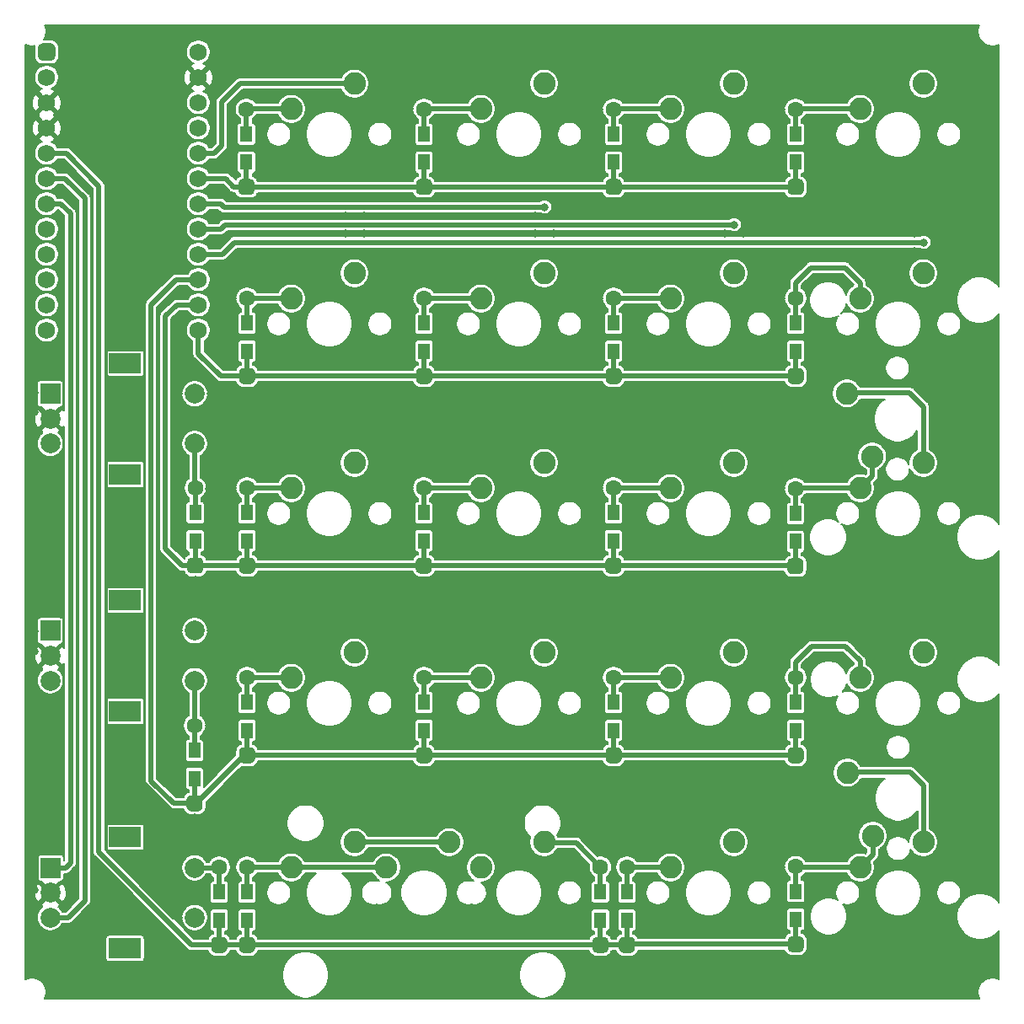
<source format=gtl>
G04 #@! TF.GenerationSoftware,KiCad,Pcbnew,5.99.0+really5.1.10+dfsg1-1*
G04 #@! TF.CreationDate,2021-05-18T01:02:47-04:00*
G04 #@! TF.ProjectId,numpad_0,6e756d70-6164-45f3-902e-6b696361645f,rev?*
G04 #@! TF.SameCoordinates,Original*
G04 #@! TF.FileFunction,Copper,L1,Top*
G04 #@! TF.FilePolarity,Positive*
%FSLAX46Y46*%
G04 Gerber Fmt 4.6, Leading zero omitted, Abs format (unit mm)*
G04 Created by KiCad (PCBNEW 5.99.0+really5.1.10+dfsg1-1) date 2021-05-18 01:02:47*
%MOMM*%
%LPD*%
G01*
G04 APERTURE LIST*
G04 #@! TA.AperFunction,ComponentPad*
%ADD10C,2.250000*%
G04 #@! TD*
G04 #@! TA.AperFunction,ComponentPad*
%ADD11C,1.752600*%
G04 #@! TD*
G04 #@! TA.AperFunction,ComponentPad*
%ADD12C,2.000000*%
G04 #@! TD*
G04 #@! TA.AperFunction,ComponentPad*
%ADD13R,3.200000X2.000000*%
G04 #@! TD*
G04 #@! TA.AperFunction,ComponentPad*
%ADD14R,2.000000X2.000000*%
G04 #@! TD*
G04 #@! TA.AperFunction,SMDPad,CuDef*
%ADD15R,0.500000X2.900000*%
G04 #@! TD*
G04 #@! TA.AperFunction,ComponentPad*
%ADD16C,1.600000*%
G04 #@! TD*
G04 #@! TA.AperFunction,SMDPad,CuDef*
%ADD17R,1.200000X1.600000*%
G04 #@! TD*
G04 #@! TA.AperFunction,ViaPad*
%ADD18C,0.800000*%
G04 #@! TD*
G04 #@! TA.AperFunction,Conductor*
%ADD19C,0.508000*%
G04 #@! TD*
G04 #@! TA.AperFunction,Conductor*
%ADD20C,0.254000*%
G04 #@! TD*
G04 #@! TA.AperFunction,Conductor*
%ADD21C,0.203200*%
G04 #@! TD*
G04 #@! TA.AperFunction,Conductor*
%ADD22C,0.150000*%
G04 #@! TD*
G04 APERTURE END LIST*
D10*
X34163000Y-6985000D03*
X27813000Y-9525000D03*
D11*
X18478500Y-3810000D03*
X3238500Y-31750000D03*
X18478500Y-6350000D03*
X18478500Y-8890000D03*
X18478500Y-11430000D03*
X18478500Y-13970000D03*
X18478500Y-16510000D03*
X18478500Y-19050000D03*
X18478500Y-21590000D03*
X18478500Y-24130000D03*
X18478500Y-26670000D03*
X18478500Y-29210000D03*
X18478500Y-31750000D03*
X3238500Y-29210000D03*
X3238500Y-26670000D03*
X3238500Y-24130000D03*
X3238500Y-21590000D03*
X3238500Y-19050000D03*
X3238500Y-16510000D03*
X3238500Y-13970000D03*
X3238500Y-11430000D03*
X3238500Y-8890000D03*
X3238500Y-6350000D03*
G04 #@! TA.AperFunction,ComponentPad*
G36*
G01*
X2800350Y-2933700D02*
X3676650Y-2933700D01*
G75*
G02*
X4114800Y-3371850I0J-438150D01*
G01*
X4114800Y-4248150D01*
G75*
G02*
X3676650Y-4686300I-438150J0D01*
G01*
X2800350Y-4686300D01*
G75*
G02*
X2362200Y-4248150I0J438150D01*
G01*
X2362200Y-3371850D01*
G75*
G02*
X2800350Y-2933700I438150J0D01*
G01*
G37*
G04 #@! TD.AperFunction*
D10*
X72263000Y-26035000D03*
X65913000Y-28575000D03*
X53213000Y-26035000D03*
X46863000Y-28575000D03*
X83693000Y-76200000D03*
X86233000Y-82550000D03*
X83629500Y-38100000D03*
X86169500Y-44450000D03*
X43688000Y-83185000D03*
X37338000Y-85725000D03*
D12*
X18112500Y-90765000D03*
X18112500Y-85765000D03*
D13*
X11112500Y-93865000D03*
X11112500Y-82665000D03*
D12*
X3612500Y-90765000D03*
X3612500Y-88265000D03*
D14*
X3612500Y-85765000D03*
D12*
X18112500Y-66952500D03*
X18112500Y-61952500D03*
D13*
X11112500Y-70052500D03*
X11112500Y-58852500D03*
D12*
X3612500Y-66952500D03*
X3612500Y-64452500D03*
D14*
X3612500Y-61952500D03*
D12*
X18112500Y-43140000D03*
X18112500Y-38140000D03*
D13*
X11112500Y-46240000D03*
X11112500Y-35040000D03*
D12*
X3612500Y-43140000D03*
X3612500Y-40640000D03*
D14*
X3612500Y-38140000D03*
D15*
X18097500Y-77874500D03*
X18097500Y-72874500D03*
G04 #@! TA.AperFunction,ComponentPad*
G36*
G01*
X17697500Y-78474500D02*
X18497500Y-78474500D01*
G75*
G02*
X18897500Y-78874500I0J-400000D01*
G01*
X18897500Y-79674500D01*
G75*
G02*
X18497500Y-80074500I-400000J0D01*
G01*
X17697500Y-80074500D01*
G75*
G02*
X17297500Y-79674500I0J400000D01*
G01*
X17297500Y-78874500D01*
G75*
G02*
X17697500Y-78474500I400000J0D01*
G01*
G37*
G04 #@! TD.AperFunction*
D16*
X18097500Y-71474500D03*
D17*
X18097500Y-73974500D03*
X18097500Y-76774500D03*
D15*
X18161000Y-53995500D03*
X18161000Y-48995500D03*
G04 #@! TA.AperFunction,ComponentPad*
G36*
G01*
X17761000Y-54595500D02*
X18561000Y-54595500D01*
G75*
G02*
X18961000Y-54995500I0J-400000D01*
G01*
X18961000Y-55795500D01*
G75*
G02*
X18561000Y-56195500I-400000J0D01*
G01*
X17761000Y-56195500D01*
G75*
G02*
X17361000Y-55795500I0J400000D01*
G01*
X17361000Y-54995500D01*
G75*
G02*
X17761000Y-54595500I400000J0D01*
G01*
G37*
G04 #@! TD.AperFunction*
D16*
X18161000Y-47595500D03*
D17*
X18161000Y-50095500D03*
X18161000Y-52895500D03*
D10*
X91313000Y-83185000D03*
X84963000Y-85725000D03*
X72263000Y-83185000D03*
X65913000Y-85725000D03*
X53213000Y-83185000D03*
X46863000Y-85725000D03*
X34163000Y-83185000D03*
X27813000Y-85725000D03*
D15*
X78486000Y-92035000D03*
X78486000Y-87035000D03*
G04 #@! TA.AperFunction,ComponentPad*
G36*
G01*
X78086000Y-92635000D02*
X78886000Y-92635000D01*
G75*
G02*
X79286000Y-93035000I0J-400000D01*
G01*
X79286000Y-93835000D01*
G75*
G02*
X78886000Y-94235000I-400000J0D01*
G01*
X78086000Y-94235000D01*
G75*
G02*
X77686000Y-93835000I0J400000D01*
G01*
X77686000Y-93035000D01*
G75*
G02*
X78086000Y-92635000I400000J0D01*
G01*
G37*
G04 #@! TD.AperFunction*
D16*
X78486000Y-85635000D03*
D17*
X78486000Y-88135000D03*
X78486000Y-90935000D03*
D15*
X61531500Y-92098500D03*
X61531500Y-87098500D03*
G04 #@! TA.AperFunction,ComponentPad*
G36*
G01*
X61131500Y-92698500D02*
X61931500Y-92698500D01*
G75*
G02*
X62331500Y-93098500I0J-400000D01*
G01*
X62331500Y-93898500D01*
G75*
G02*
X61931500Y-94298500I-400000J0D01*
G01*
X61131500Y-94298500D01*
G75*
G02*
X60731500Y-93898500I0J400000D01*
G01*
X60731500Y-93098500D01*
G75*
G02*
X61131500Y-92698500I400000J0D01*
G01*
G37*
G04 #@! TD.AperFunction*
D16*
X61531500Y-85698500D03*
D17*
X61531500Y-88198500D03*
X61531500Y-90998500D03*
D15*
X58864500Y-92098500D03*
X58864500Y-87098500D03*
G04 #@! TA.AperFunction,ComponentPad*
G36*
G01*
X58464500Y-92698500D02*
X59264500Y-92698500D01*
G75*
G02*
X59664500Y-93098500I0J-400000D01*
G01*
X59664500Y-93898500D01*
G75*
G02*
X59264500Y-94298500I-400000J0D01*
G01*
X58464500Y-94298500D01*
G75*
G02*
X58064500Y-93898500I0J400000D01*
G01*
X58064500Y-93098500D01*
G75*
G02*
X58464500Y-92698500I400000J0D01*
G01*
G37*
G04 #@! TD.AperFunction*
D16*
X58864500Y-85698500D03*
D17*
X58864500Y-88198500D03*
X58864500Y-90998500D03*
D15*
X23368000Y-92098500D03*
X23368000Y-87098500D03*
G04 #@! TA.AperFunction,ComponentPad*
G36*
G01*
X22968000Y-92698500D02*
X23768000Y-92698500D01*
G75*
G02*
X24168000Y-93098500I0J-400000D01*
G01*
X24168000Y-93898500D01*
G75*
G02*
X23768000Y-94298500I-400000J0D01*
G01*
X22968000Y-94298500D01*
G75*
G02*
X22568000Y-93898500I0J400000D01*
G01*
X22568000Y-93098500D01*
G75*
G02*
X22968000Y-92698500I400000J0D01*
G01*
G37*
G04 #@! TD.AperFunction*
D16*
X23368000Y-85698500D03*
D17*
X23368000Y-88198500D03*
X23368000Y-90998500D03*
D10*
X91313000Y-64135000D03*
X84963000Y-66675000D03*
X91313000Y-45085000D03*
X84963000Y-47625000D03*
X91313000Y-26035000D03*
X84963000Y-28575000D03*
X91313000Y-6985000D03*
X84963000Y-9525000D03*
D15*
X20574000Y-92098500D03*
X20574000Y-87098500D03*
G04 #@! TA.AperFunction,ComponentPad*
G36*
G01*
X20174000Y-92698500D02*
X20974000Y-92698500D01*
G75*
G02*
X21374000Y-93098500I0J-400000D01*
G01*
X21374000Y-93898500D01*
G75*
G02*
X20974000Y-94298500I-400000J0D01*
G01*
X20174000Y-94298500D01*
G75*
G02*
X19774000Y-93898500I0J400000D01*
G01*
X19774000Y-93098500D01*
G75*
G02*
X20174000Y-92698500I400000J0D01*
G01*
G37*
G04 #@! TD.AperFunction*
D16*
X20574000Y-85698500D03*
D17*
X20574000Y-88198500D03*
X20574000Y-90998500D03*
D15*
X78486000Y-73048500D03*
X78486000Y-68048500D03*
G04 #@! TA.AperFunction,ComponentPad*
G36*
G01*
X78086000Y-73648500D02*
X78886000Y-73648500D01*
G75*
G02*
X79286000Y-74048500I0J-400000D01*
G01*
X79286000Y-74848500D01*
G75*
G02*
X78886000Y-75248500I-400000J0D01*
G01*
X78086000Y-75248500D01*
G75*
G02*
X77686000Y-74848500I0J400000D01*
G01*
X77686000Y-74048500D01*
G75*
G02*
X78086000Y-73648500I400000J0D01*
G01*
G37*
G04 #@! TD.AperFunction*
D16*
X78486000Y-66648500D03*
D17*
X78486000Y-69148500D03*
X78486000Y-71948500D03*
D15*
X78460600Y-54062000D03*
X78460600Y-49062000D03*
G04 #@! TA.AperFunction,ComponentPad*
G36*
G01*
X78060600Y-54662000D02*
X78860600Y-54662000D01*
G75*
G02*
X79260600Y-55062000I0J-400000D01*
G01*
X79260600Y-55862000D01*
G75*
G02*
X78860600Y-56262000I-400000J0D01*
G01*
X78060600Y-56262000D01*
G75*
G02*
X77660600Y-55862000I0J400000D01*
G01*
X77660600Y-55062000D01*
G75*
G02*
X78060600Y-54662000I400000J0D01*
G01*
G37*
G04 #@! TD.AperFunction*
D16*
X78460600Y-47662000D03*
D17*
X78460600Y-50162000D03*
X78460600Y-52962000D03*
D15*
X78486000Y-34948500D03*
X78486000Y-29948500D03*
G04 #@! TA.AperFunction,ComponentPad*
G36*
G01*
X78086000Y-35548500D02*
X78886000Y-35548500D01*
G75*
G02*
X79286000Y-35948500I0J-400000D01*
G01*
X79286000Y-36748500D01*
G75*
G02*
X78886000Y-37148500I-400000J0D01*
G01*
X78086000Y-37148500D01*
G75*
G02*
X77686000Y-36748500I0J400000D01*
G01*
X77686000Y-35948500D01*
G75*
G02*
X78086000Y-35548500I400000J0D01*
G01*
G37*
G04 #@! TD.AperFunction*
D16*
X78486000Y-28548500D03*
D17*
X78486000Y-31048500D03*
X78486000Y-33848500D03*
D15*
X78486000Y-15962000D03*
X78486000Y-10962000D03*
G04 #@! TA.AperFunction,ComponentPad*
G36*
G01*
X78086000Y-16562000D02*
X78886000Y-16562000D01*
G75*
G02*
X79286000Y-16962000I0J-400000D01*
G01*
X79286000Y-17762000D01*
G75*
G02*
X78886000Y-18162000I-400000J0D01*
G01*
X78086000Y-18162000D01*
G75*
G02*
X77686000Y-17762000I0J400000D01*
G01*
X77686000Y-16962000D01*
G75*
G02*
X78086000Y-16562000I400000J0D01*
G01*
G37*
G04 #@! TD.AperFunction*
D16*
X78486000Y-9562000D03*
D17*
X78486000Y-12062000D03*
X78486000Y-14862000D03*
D15*
X60198000Y-73048500D03*
X60198000Y-68048500D03*
G04 #@! TA.AperFunction,ComponentPad*
G36*
G01*
X59798000Y-73648500D02*
X60598000Y-73648500D01*
G75*
G02*
X60998000Y-74048500I0J-400000D01*
G01*
X60998000Y-74848500D01*
G75*
G02*
X60598000Y-75248500I-400000J0D01*
G01*
X59798000Y-75248500D01*
G75*
G02*
X59398000Y-74848500I0J400000D01*
G01*
X59398000Y-74048500D01*
G75*
G02*
X59798000Y-73648500I400000J0D01*
G01*
G37*
G04 #@! TD.AperFunction*
D16*
X60198000Y-66648500D03*
D17*
X60198000Y-69148500D03*
X60198000Y-71948500D03*
D15*
X60172600Y-53998500D03*
X60172600Y-48998500D03*
G04 #@! TA.AperFunction,ComponentPad*
G36*
G01*
X59772600Y-54598500D02*
X60572600Y-54598500D01*
G75*
G02*
X60972600Y-54998500I0J-400000D01*
G01*
X60972600Y-55798500D01*
G75*
G02*
X60572600Y-56198500I-400000J0D01*
G01*
X59772600Y-56198500D01*
G75*
G02*
X59372600Y-55798500I0J400000D01*
G01*
X59372600Y-54998500D01*
G75*
G02*
X59772600Y-54598500I400000J0D01*
G01*
G37*
G04 #@! TD.AperFunction*
D16*
X60172600Y-47598500D03*
D17*
X60172600Y-50098500D03*
X60172600Y-52898500D03*
D15*
X60198000Y-34948500D03*
X60198000Y-29948500D03*
G04 #@! TA.AperFunction,ComponentPad*
G36*
G01*
X59798000Y-35548500D02*
X60598000Y-35548500D01*
G75*
G02*
X60998000Y-35948500I0J-400000D01*
G01*
X60998000Y-36748500D01*
G75*
G02*
X60598000Y-37148500I-400000J0D01*
G01*
X59798000Y-37148500D01*
G75*
G02*
X59398000Y-36748500I0J400000D01*
G01*
X59398000Y-35948500D01*
G75*
G02*
X59798000Y-35548500I400000J0D01*
G01*
G37*
G04 #@! TD.AperFunction*
D16*
X60198000Y-28548500D03*
D17*
X60198000Y-31048500D03*
X60198000Y-33848500D03*
D15*
X60198000Y-15962000D03*
X60198000Y-10962000D03*
G04 #@! TA.AperFunction,ComponentPad*
G36*
G01*
X59798000Y-16562000D02*
X60598000Y-16562000D01*
G75*
G02*
X60998000Y-16962000I0J-400000D01*
G01*
X60998000Y-17762000D01*
G75*
G02*
X60598000Y-18162000I-400000J0D01*
G01*
X59798000Y-18162000D01*
G75*
G02*
X59398000Y-17762000I0J400000D01*
G01*
X59398000Y-16962000D01*
G75*
G02*
X59798000Y-16562000I400000J0D01*
G01*
G37*
G04 #@! TD.AperFunction*
D16*
X60198000Y-9562000D03*
D17*
X60198000Y-12062000D03*
X60198000Y-14862000D03*
D15*
X41148000Y-73048500D03*
X41148000Y-68048500D03*
G04 #@! TA.AperFunction,ComponentPad*
G36*
G01*
X40748000Y-73648500D02*
X41548000Y-73648500D01*
G75*
G02*
X41948000Y-74048500I0J-400000D01*
G01*
X41948000Y-74848500D01*
G75*
G02*
X41548000Y-75248500I-400000J0D01*
G01*
X40748000Y-75248500D01*
G75*
G02*
X40348000Y-74848500I0J400000D01*
G01*
X40348000Y-74048500D01*
G75*
G02*
X40748000Y-73648500I400000J0D01*
G01*
G37*
G04 #@! TD.AperFunction*
D16*
X41148000Y-66648500D03*
D17*
X41148000Y-69148500D03*
X41148000Y-71948500D03*
D15*
X41122600Y-53998500D03*
X41122600Y-48998500D03*
G04 #@! TA.AperFunction,ComponentPad*
G36*
G01*
X40722600Y-54598500D02*
X41522600Y-54598500D01*
G75*
G02*
X41922600Y-54998500I0J-400000D01*
G01*
X41922600Y-55798500D01*
G75*
G02*
X41522600Y-56198500I-400000J0D01*
G01*
X40722600Y-56198500D01*
G75*
G02*
X40322600Y-55798500I0J400000D01*
G01*
X40322600Y-54998500D01*
G75*
G02*
X40722600Y-54598500I400000J0D01*
G01*
G37*
G04 #@! TD.AperFunction*
D16*
X41122600Y-47598500D03*
D17*
X41122600Y-50098500D03*
X41122600Y-52898500D03*
D15*
X41148000Y-34948500D03*
X41148000Y-29948500D03*
G04 #@! TA.AperFunction,ComponentPad*
G36*
G01*
X40748000Y-35548500D02*
X41548000Y-35548500D01*
G75*
G02*
X41948000Y-35948500I0J-400000D01*
G01*
X41948000Y-36748500D01*
G75*
G02*
X41548000Y-37148500I-400000J0D01*
G01*
X40748000Y-37148500D01*
G75*
G02*
X40348000Y-36748500I0J400000D01*
G01*
X40348000Y-35948500D01*
G75*
G02*
X40748000Y-35548500I400000J0D01*
G01*
G37*
G04 #@! TD.AperFunction*
D16*
X41148000Y-28548500D03*
D17*
X41148000Y-31048500D03*
X41148000Y-33848500D03*
D15*
X41148000Y-15962000D03*
X41148000Y-10962000D03*
G04 #@! TA.AperFunction,ComponentPad*
G36*
G01*
X40748000Y-16562000D02*
X41548000Y-16562000D01*
G75*
G02*
X41948000Y-16962000I0J-400000D01*
G01*
X41948000Y-17762000D01*
G75*
G02*
X41548000Y-18162000I-400000J0D01*
G01*
X40748000Y-18162000D01*
G75*
G02*
X40348000Y-17762000I0J400000D01*
G01*
X40348000Y-16962000D01*
G75*
G02*
X40748000Y-16562000I400000J0D01*
G01*
G37*
G04 #@! TD.AperFunction*
D16*
X41148000Y-9562000D03*
D17*
X41148000Y-12062000D03*
X41148000Y-14862000D03*
D15*
X23368000Y-73048500D03*
X23368000Y-68048500D03*
G04 #@! TA.AperFunction,ComponentPad*
G36*
G01*
X22968000Y-73648500D02*
X23768000Y-73648500D01*
G75*
G02*
X24168000Y-74048500I0J-400000D01*
G01*
X24168000Y-74848500D01*
G75*
G02*
X23768000Y-75248500I-400000J0D01*
G01*
X22968000Y-75248500D01*
G75*
G02*
X22568000Y-74848500I0J400000D01*
G01*
X22568000Y-74048500D01*
G75*
G02*
X22968000Y-73648500I400000J0D01*
G01*
G37*
G04 #@! TD.AperFunction*
D16*
X23368000Y-66648500D03*
D17*
X23368000Y-69148500D03*
X23368000Y-71948500D03*
D15*
X23368000Y-53998500D03*
X23368000Y-48998500D03*
G04 #@! TA.AperFunction,ComponentPad*
G36*
G01*
X22968000Y-54598500D02*
X23768000Y-54598500D01*
G75*
G02*
X24168000Y-54998500I0J-400000D01*
G01*
X24168000Y-55798500D01*
G75*
G02*
X23768000Y-56198500I-400000J0D01*
G01*
X22968000Y-56198500D01*
G75*
G02*
X22568000Y-55798500I0J400000D01*
G01*
X22568000Y-54998500D01*
G75*
G02*
X22968000Y-54598500I400000J0D01*
G01*
G37*
G04 #@! TD.AperFunction*
D16*
X23368000Y-47598500D03*
D17*
X23368000Y-50098500D03*
X23368000Y-52898500D03*
D15*
X23368000Y-34948500D03*
X23368000Y-29948500D03*
G04 #@! TA.AperFunction,ComponentPad*
G36*
G01*
X22968000Y-35548500D02*
X23768000Y-35548500D01*
G75*
G02*
X24168000Y-35948500I0J-400000D01*
G01*
X24168000Y-36748500D01*
G75*
G02*
X23768000Y-37148500I-400000J0D01*
G01*
X22968000Y-37148500D01*
G75*
G02*
X22568000Y-36748500I0J400000D01*
G01*
X22568000Y-35948500D01*
G75*
G02*
X22968000Y-35548500I400000J0D01*
G01*
G37*
G04 #@! TD.AperFunction*
D16*
X23368000Y-28548500D03*
D17*
X23368000Y-31048500D03*
X23368000Y-33848500D03*
D15*
X23304500Y-15962000D03*
X23304500Y-10962000D03*
G04 #@! TA.AperFunction,ComponentPad*
G36*
G01*
X22904500Y-16562000D02*
X23704500Y-16562000D01*
G75*
G02*
X24104500Y-16962000I0J-400000D01*
G01*
X24104500Y-17762000D01*
G75*
G02*
X23704500Y-18162000I-400000J0D01*
G01*
X22904500Y-18162000D01*
G75*
G02*
X22504500Y-17762000I0J400000D01*
G01*
X22504500Y-16962000D01*
G75*
G02*
X22904500Y-16562000I400000J0D01*
G01*
G37*
G04 #@! TD.AperFunction*
D16*
X23304500Y-9562000D03*
D17*
X23304500Y-12062000D03*
X23304500Y-14862000D03*
D10*
X72263000Y-64135000D03*
X65913000Y-66675000D03*
X72263000Y-45085000D03*
X65913000Y-47625000D03*
X72263000Y-6985000D03*
X65913000Y-9525000D03*
X53213000Y-64135000D03*
X46863000Y-66675000D03*
X53213000Y-45085000D03*
X46863000Y-47625000D03*
X53213000Y-6985000D03*
X46863000Y-9525000D03*
X34163000Y-64135000D03*
X27813000Y-66675000D03*
X34163000Y-45085000D03*
X27813000Y-47625000D03*
X34163000Y-26035000D03*
X27813000Y-28575000D03*
D18*
X33274000Y-20256500D03*
X35115500Y-20256500D03*
X33274000Y-22034500D03*
X35115500Y-22034500D03*
X54610000Y-5588000D03*
X54610000Y-8382000D03*
X51816000Y-8382000D03*
X51816000Y-5588000D03*
X73660000Y-5588000D03*
X73660000Y-8382000D03*
X70866000Y-8382000D03*
X70866000Y-5588000D03*
X92710000Y-5588000D03*
X92710000Y-8382000D03*
X89916000Y-8382000D03*
X89916000Y-5588000D03*
X92710000Y-24638000D03*
X92710000Y-27432000D03*
X89916000Y-27432000D03*
X89916000Y-24638000D03*
X73660000Y-24638000D03*
X73660000Y-27432000D03*
X70866000Y-27432000D03*
X70866000Y-24638000D03*
X54610000Y-24638000D03*
X54610000Y-27432000D03*
X51816000Y-27432000D03*
X51816000Y-24638000D03*
X35560000Y-24638000D03*
X35560000Y-27432000D03*
X32766000Y-27432000D03*
X32766000Y-24638000D03*
X35560000Y-43688000D03*
X35560000Y-46482000D03*
X32766000Y-46482000D03*
X32766000Y-43688000D03*
X54610000Y-43688000D03*
X54610000Y-46482000D03*
X51816000Y-46482000D03*
X51816000Y-43688000D03*
X73660000Y-43688000D03*
X73660000Y-46482000D03*
X70866000Y-46482000D03*
X70866000Y-43688000D03*
X92710000Y-43688000D03*
X92710000Y-46482000D03*
X89916000Y-43688000D03*
X92710000Y-62738000D03*
X92710000Y-65532000D03*
X89916000Y-65532000D03*
X89916000Y-62738000D03*
X73660000Y-62738000D03*
X73660000Y-65532000D03*
X70866000Y-65532000D03*
X70866000Y-62738000D03*
X54610000Y-62738000D03*
X54610000Y-65532000D03*
X51816000Y-65532000D03*
X51816000Y-62738000D03*
X35560000Y-62738000D03*
X35560000Y-65532000D03*
X32766000Y-65532000D03*
X32766000Y-62738000D03*
X73660000Y-81788000D03*
X73660000Y-84582000D03*
X70866000Y-81788000D03*
X92710000Y-81788000D03*
X92710000Y-84582000D03*
X89916000Y-81788000D03*
X48260000Y-84328000D03*
X48260000Y-87122000D03*
X45466000Y-84328000D03*
X92265500Y-22034500D03*
X90424000Y-23812500D03*
X90424000Y-22034500D03*
X92265500Y-23812500D03*
X72294750Y-21145500D03*
X73215500Y-22034500D03*
X71374000Y-22034500D03*
X71374000Y-20256500D03*
X73215500Y-20256500D03*
X52324000Y-20256500D03*
X54165500Y-20256500D03*
X52324000Y-18478500D03*
X54165500Y-18478500D03*
X53244750Y-19367500D03*
X4445000Y-30480000D03*
X2032000Y-30480000D03*
X4445000Y-27940000D03*
X2032000Y-27940000D03*
X2032000Y-25400000D03*
X4445000Y-25400000D03*
X2032000Y-22860000D03*
X4445000Y-22860000D03*
X4445000Y-20320000D03*
X2032000Y-20320000D03*
X2032000Y-17780000D03*
X4445000Y-17780000D03*
X4445000Y-15240000D03*
X4445000Y-12700000D03*
X4445000Y-10160000D03*
X4445000Y-7620000D03*
X2032000Y-15240000D03*
X2032000Y-12700000D03*
X2032000Y-10160000D03*
X2032000Y-7620000D03*
X17272000Y-30480000D03*
X19748500Y-30480000D03*
X19748500Y-27940000D03*
X19748500Y-25400000D03*
X19748500Y-22860000D03*
X19748500Y-20320000D03*
X19748500Y-17780000D03*
X19748500Y-15240000D03*
X19748500Y-12700000D03*
X19748500Y-10160000D03*
X19748500Y-7620000D03*
X19748500Y-5080000D03*
X19748500Y-2540000D03*
X17272000Y-27940000D03*
X17272000Y-25400000D03*
X17272000Y-22860000D03*
X17272000Y-20320000D03*
X17272000Y-17780000D03*
X17272000Y-15240000D03*
X17272000Y-12700000D03*
X17272000Y-10160000D03*
X17272000Y-7620000D03*
X17272000Y-5080000D03*
X17272000Y-2540000D03*
X19748500Y-32956500D03*
X17272000Y-32956500D03*
X4445000Y-33020000D03*
X2032000Y-33020000D03*
X32766000Y-5588000D03*
X32766000Y-8382000D03*
X35560000Y-8382000D03*
X35560000Y-5588000D03*
X32766000Y-81788000D03*
X35560000Y-81788000D03*
X35560000Y-84582000D03*
X32766000Y-84582000D03*
X42418000Y-16129000D03*
X39687500Y-9525000D03*
X24511000Y-16129000D03*
X21844000Y-9525000D03*
X58737500Y-9588500D03*
X61468000Y-16129000D03*
X79756000Y-16065500D03*
X77025500Y-9588500D03*
X77025500Y-28575000D03*
X79756000Y-35115500D03*
X58737500Y-28575000D03*
X61468000Y-35115500D03*
X39687500Y-28575000D03*
X42418000Y-35052000D03*
X21907500Y-28575000D03*
X24638000Y-35115500D03*
X18161000Y-56832500D03*
X19558000Y-47688500D03*
X18097500Y-80708500D03*
X21971000Y-94488000D03*
X24638000Y-73215500D03*
X21971000Y-84391500D03*
X77025500Y-85661500D03*
X79692500Y-70548500D03*
X77279500Y-70548500D03*
X61404500Y-70548500D03*
X58991500Y-70548500D03*
X42354500Y-70548500D03*
X39687500Y-66675000D03*
X21907500Y-66675000D03*
X19558000Y-71501000D03*
X24638000Y-54165500D03*
X21907500Y-47625000D03*
X42418000Y-54102000D03*
X39687500Y-47625000D03*
X61404500Y-54165500D03*
X58737500Y-47625000D03*
X77025500Y-47625000D03*
X16484600Y-90754200D03*
X16484600Y-61950600D03*
X16484600Y-38125400D03*
X19735800Y-38125400D03*
X19735800Y-61950600D03*
X33274000Y-16446500D03*
X35115500Y-16446500D03*
X33210500Y-35369500D03*
X35179000Y-35369500D03*
X35115500Y-37274500D03*
X33210500Y-37274500D03*
X35115500Y-54483000D03*
X33274000Y-56324500D03*
X35115500Y-56324500D03*
X33274000Y-54483000D03*
X52324000Y-16446500D03*
X54165500Y-16446500D03*
X71374000Y-16446500D03*
X73215500Y-16446500D03*
X73215500Y-18288000D03*
X71374000Y-18288000D03*
X54165500Y-22034500D03*
X52324000Y-22034500D03*
X54165500Y-35433000D03*
X52324000Y-35433000D03*
X52324000Y-37274500D03*
X54165500Y-37274500D03*
X35115500Y-73533000D03*
X33274000Y-75374500D03*
X35115500Y-75374500D03*
X33274000Y-73533000D03*
X52260500Y-75374500D03*
X54102000Y-73533000D03*
X54102000Y-75374500D03*
X52260500Y-73533000D03*
X73215500Y-73533000D03*
X71374000Y-73533000D03*
X73215500Y-75374500D03*
X71374000Y-75374500D03*
X73215500Y-54483000D03*
X71374000Y-56324500D03*
X71374000Y-54483000D03*
X73215500Y-56324500D03*
X54165500Y-54483000D03*
X52324000Y-54483000D03*
X54165500Y-56324500D03*
X52324000Y-56324500D03*
X71374000Y-35433000D03*
X73215500Y-37274500D03*
X73215500Y-35433000D03*
X71374000Y-37274500D03*
X2032000Y-5080000D03*
X4445000Y-2476500D03*
X4445000Y-5080000D03*
X79692500Y-54229000D03*
X70866000Y-84582000D03*
X79756000Y-92202000D03*
X60198000Y-94551500D03*
X60198000Y-84772500D03*
X21971000Y-92456000D03*
X60198000Y-92519500D03*
X19431000Y-54102000D03*
X35115500Y-18478500D03*
X33274000Y-18478500D03*
X6000000Y-2000000D03*
X8000000Y-2000000D03*
X10000000Y-2000000D03*
X12000000Y-2000000D03*
X14000000Y-2000000D03*
X16000000Y-2000000D03*
X22000000Y-2000000D03*
X24000000Y-2000000D03*
X26000000Y-2000000D03*
X28000000Y-2000000D03*
X30000000Y-2000000D03*
X32000000Y-2000000D03*
X34000000Y-2000000D03*
X36000000Y-2000000D03*
X38000000Y-2000000D03*
X40000000Y-2000000D03*
X42000000Y-2000000D03*
X44000000Y-2000000D03*
X46000000Y-2000000D03*
X48000000Y-2000000D03*
X50000000Y-2000000D03*
X52000000Y-2000000D03*
X54000000Y-2000000D03*
X56000000Y-2000000D03*
X58000000Y-2000000D03*
X60000000Y-2000000D03*
X62000000Y-2000000D03*
X64000000Y-2000000D03*
X66000000Y-2000000D03*
X68000000Y-2000000D03*
X70000000Y-2000000D03*
X72000000Y-2000000D03*
X74000000Y-2000000D03*
X76000000Y-2000000D03*
X78000000Y-2000000D03*
X80000000Y-2000000D03*
X82000000Y-2000000D03*
X84000000Y-2000000D03*
X86000000Y-2000000D03*
X88000000Y-2000000D03*
X90000000Y-2000000D03*
X92000000Y-2000000D03*
X94000000Y-2000000D03*
X96000000Y-2000000D03*
X98000000Y-4000000D03*
X98000000Y-6000000D03*
X98000000Y-8000000D03*
X98000000Y-10000000D03*
X98000000Y-12000000D03*
X98000000Y-14000000D03*
X98000000Y-16000000D03*
X98000000Y-18000000D03*
X98000000Y-20000000D03*
X98000000Y-22000000D03*
X98000000Y-24000000D03*
X98000000Y-26000000D03*
X98000000Y-32000000D03*
X98000000Y-34000000D03*
X98000000Y-36000000D03*
X98000000Y-38000000D03*
X98000000Y-40000000D03*
X98000000Y-42000000D03*
X98000000Y-44000000D03*
X98000000Y-46000000D03*
X98000000Y-48000000D03*
X98000000Y-50000000D03*
X98000000Y-56000000D03*
X98000000Y-58000000D03*
X98000000Y-60000000D03*
X98000000Y-62000000D03*
X98000000Y-64000000D03*
X98000000Y-70000000D03*
X98000000Y-72000000D03*
X98000000Y-74000000D03*
X98000000Y-76000000D03*
X98000000Y-78000000D03*
X98000000Y-80000000D03*
X98000000Y-82000000D03*
X98000000Y-84000000D03*
X98000000Y-86000000D03*
X98000000Y-88000000D03*
X98000000Y-94000000D03*
X98000000Y-96000000D03*
X96000000Y-98000000D03*
X94000000Y-98000000D03*
X92000000Y-98000000D03*
X90000000Y-98000000D03*
X88000000Y-98000000D03*
X86000000Y-98000000D03*
X84000000Y-98000000D03*
X82000000Y-98000000D03*
X80000000Y-98000000D03*
X78000000Y-98000000D03*
X76000000Y-98000000D03*
X74000000Y-98000000D03*
X72000000Y-98000000D03*
X70000000Y-98000000D03*
X68000000Y-98000000D03*
X66000000Y-98000000D03*
X64000000Y-98000000D03*
X62000000Y-98000000D03*
X60000000Y-98000000D03*
X58000000Y-98000000D03*
X56000000Y-98000000D03*
X50000000Y-98000000D03*
X48000000Y-98000000D03*
X46000000Y-98000000D03*
X44000000Y-98000000D03*
X42000000Y-98000000D03*
X40000000Y-98000000D03*
X38000000Y-98000000D03*
X36000000Y-98000000D03*
X34000000Y-98000000D03*
X32000000Y-98000000D03*
X26000000Y-98000000D03*
X24000000Y-98000000D03*
X22000000Y-98000000D03*
X20000000Y-98000000D03*
X18000000Y-98000000D03*
X16000000Y-98000000D03*
X14000000Y-98000000D03*
X12000000Y-98000000D03*
X10000000Y-98000000D03*
X8000000Y-98000000D03*
X6000000Y-98000000D03*
X4000000Y-98000000D03*
X2000000Y-96000000D03*
X2000000Y-94000000D03*
X2000000Y-92000000D03*
X2000000Y-90000000D03*
X2000000Y-88000000D03*
X2000000Y-86000000D03*
X2000000Y-84000000D03*
X2000000Y-82000000D03*
X2000000Y-80000000D03*
X2000000Y-78000000D03*
X2000000Y-76000000D03*
X2000000Y-74000000D03*
X2000000Y-72000000D03*
X2000000Y-70000000D03*
X2000000Y-68000000D03*
X2000000Y-66000000D03*
X2000000Y-64000000D03*
X2000000Y-62000000D03*
X2000000Y-60000000D03*
X2000000Y-58000000D03*
X2000000Y-56000000D03*
X2000000Y-54000000D03*
X2000000Y-52000000D03*
X2000000Y-50000000D03*
X2000000Y-48000000D03*
X2000000Y-46000000D03*
X2000000Y-44000000D03*
X2000000Y-42000000D03*
X2000000Y-40000000D03*
X2000000Y-38000000D03*
X2000000Y-36000000D03*
X2000000Y-34000000D03*
X96000000Y-4000000D03*
X96000000Y-96000000D03*
X4000000Y-96000000D03*
X91344750Y-22923500D03*
D19*
X23394500Y-9525000D02*
X23368000Y-9498500D01*
X23341500Y-9525000D02*
X23304500Y-9562000D01*
X27813000Y-9525000D02*
X23341500Y-9525000D01*
X41148000Y-17362000D02*
X23304500Y-17362000D01*
X21209000Y-16510000D02*
X18478500Y-16510000D01*
X22034500Y-17335500D02*
X21209000Y-16510000D01*
X23278000Y-17335500D02*
X22034500Y-17335500D01*
X23304500Y-17362000D02*
X23278000Y-17335500D01*
X60198000Y-17362000D02*
X41148000Y-17362000D01*
X78486000Y-17362000D02*
X60198000Y-17362000D01*
X23394500Y-28575000D02*
X23368000Y-28548500D01*
X27813000Y-28575000D02*
X23394500Y-28575000D01*
X60198000Y-36348500D02*
X41148000Y-36348500D01*
X41148000Y-36348500D02*
X23368000Y-36348500D01*
X18478500Y-34099500D02*
X18478500Y-31750000D01*
X20727500Y-36348500D02*
X18478500Y-34099500D01*
X23368000Y-36348500D02*
X20727500Y-36348500D01*
X78486000Y-36348500D02*
X60198000Y-36348500D01*
X23394500Y-47625000D02*
X23368000Y-47598500D01*
X27813000Y-47625000D02*
X23394500Y-47625000D01*
X60172600Y-55398500D02*
X41122600Y-55398500D01*
X41122600Y-55398500D02*
X23368000Y-55398500D01*
X18164000Y-55398500D02*
X18161000Y-55395500D01*
X23368000Y-55398500D02*
X18164000Y-55398500D01*
X78397100Y-55398500D02*
X78460600Y-55462000D01*
X60172600Y-55398500D02*
X78397100Y-55398500D01*
X16319500Y-29210000D02*
X18478500Y-29210000D01*
X15163800Y-30365700D02*
X16319500Y-29210000D01*
X15163800Y-53708300D02*
X15163800Y-30365700D01*
X16851000Y-55395500D02*
X15163800Y-53708300D01*
X18161000Y-55395500D02*
X16851000Y-55395500D01*
X23394500Y-66675000D02*
X23368000Y-66648500D01*
X27813000Y-66675000D02*
X23394500Y-66675000D01*
X60198000Y-74448500D02*
X41148000Y-74448500D01*
X41148000Y-74448500D02*
X23368000Y-74448500D01*
X23087500Y-74448500D02*
X23368000Y-74448500D01*
X18261500Y-79274500D02*
X23087500Y-74448500D01*
X18097500Y-79274500D02*
X18261500Y-79274500D01*
X78486000Y-74448500D02*
X60198000Y-74448500D01*
X15965000Y-79274500D02*
X18097500Y-79274500D01*
X13728700Y-77038200D02*
X15965000Y-79274500D01*
X13728700Y-29197300D02*
X13728700Y-77038200D01*
X16256000Y-26670000D02*
X13728700Y-29197300D01*
X18478500Y-26670000D02*
X16256000Y-26670000D01*
X46863000Y-9525000D02*
X41185000Y-9525000D01*
X41174500Y-28575000D02*
X41148000Y-28548500D01*
X46863000Y-28575000D02*
X41174500Y-28575000D01*
X46863000Y-47625000D02*
X41149100Y-47625000D01*
X41174500Y-66675000D02*
X41148000Y-66648500D01*
X46863000Y-66675000D02*
X41174500Y-66675000D01*
X65913000Y-9525000D02*
X60235000Y-9525000D01*
X60224500Y-28575000D02*
X60198000Y-28548500D01*
X65913000Y-28575000D02*
X60224500Y-28575000D01*
X65913000Y-47625000D02*
X60199100Y-47625000D01*
X65913000Y-66675000D02*
X60224500Y-66675000D01*
X18112500Y-43140000D02*
X18112500Y-47547000D01*
X18112500Y-66952500D02*
X18112500Y-71459500D01*
X18112500Y-85765000D02*
X20825000Y-85765000D01*
X34163000Y-83185000D02*
X43751500Y-83185000D01*
X20828000Y-13208000D02*
X20066000Y-13970000D01*
X20828000Y-8826500D02*
X20828000Y-13208000D01*
X22669500Y-6985000D02*
X20828000Y-8826500D01*
X20066000Y-13970000D02*
X18478500Y-13970000D01*
X34163000Y-6985000D02*
X22669500Y-6985000D01*
X53209751Y-19402499D02*
X53244750Y-19367500D01*
X20701000Y-19050000D02*
X21053499Y-19402499D01*
X21053499Y-19402499D02*
X53209751Y-19402499D01*
X18478500Y-19050000D02*
X20701000Y-19050000D01*
X20701000Y-21590000D02*
X18478500Y-21590000D01*
X21116999Y-21174001D02*
X20701000Y-21590000D01*
X72266249Y-21174001D02*
X21116999Y-21174001D01*
X72294750Y-21145500D02*
X72266249Y-21174001D01*
D20*
X9185499Y-38712999D02*
X9185499Y-33778399D01*
X9185499Y-33778399D02*
X9250899Y-33712999D01*
X11112500Y-40640000D02*
X9185499Y-38712999D01*
X13039501Y-38712999D02*
X11112500Y-40640000D01*
X13039501Y-33778399D02*
X13039501Y-38712999D01*
X12974101Y-33712999D02*
X13039501Y-33778399D01*
X9250899Y-33712999D02*
X12974101Y-33712999D01*
X9185499Y-47501601D02*
X9250899Y-47567001D01*
X11112500Y-40640000D02*
X9185499Y-42567001D01*
X13039501Y-42567001D02*
X11112500Y-40640000D01*
X12974101Y-47567001D02*
X13039501Y-47501601D01*
X9250899Y-47567001D02*
X12974101Y-47567001D01*
X9185499Y-57590899D02*
X9250899Y-57525499D01*
X11112500Y-64452500D02*
X9185499Y-62525499D01*
X13039501Y-62525499D02*
X11112500Y-64452500D01*
X12974101Y-57525499D02*
X13039501Y-57590899D01*
X9250899Y-57525499D02*
X12974101Y-57525499D01*
X9185499Y-71314101D02*
X9250899Y-71379501D01*
X9185499Y-66379501D02*
X9185499Y-71314101D01*
X11112500Y-64452500D02*
X9185499Y-66379501D01*
X13039501Y-66379501D02*
X11112500Y-64452500D01*
X12974101Y-71379501D02*
X13039501Y-71314101D01*
X9250899Y-71379501D02*
X12974101Y-71379501D01*
X9185499Y-81403399D02*
X9250899Y-81337999D01*
X9185499Y-84020784D02*
X9185499Y-81403399D01*
X16484600Y-90754200D02*
X15918915Y-90754200D01*
X13064858Y-81428756D02*
X13064858Y-87900142D01*
X12974101Y-81337999D02*
X13064858Y-81428756D01*
X9250899Y-81337999D02*
X12974101Y-81337999D01*
X13064858Y-87900142D02*
X9185499Y-84020784D01*
X15918915Y-90754200D02*
X13064858Y-87900142D01*
X4939501Y-81849397D02*
X4939501Y-65779501D01*
X4939501Y-65779501D02*
X3612500Y-64452500D01*
X4939501Y-41967001D02*
X3612500Y-40640000D01*
X4939501Y-63125499D02*
X4939501Y-41967001D01*
X3612500Y-64452500D02*
X4939501Y-63125499D01*
X4939501Y-33514501D02*
X4445000Y-33020000D01*
X4939501Y-39312999D02*
X4939501Y-33514501D01*
X3612500Y-40640000D02*
X4939501Y-39312999D01*
X13039501Y-77170673D02*
X13039501Y-70348699D01*
X16577328Y-80708500D02*
X13039501Y-77170673D01*
X18097500Y-80708500D02*
X16577328Y-80708500D01*
X13039501Y-70348699D02*
X13039501Y-66379501D01*
X13039501Y-71314101D02*
X13039501Y-70348699D01*
X13039501Y-60114101D02*
X13039501Y-60131101D01*
X13039501Y-46300801D02*
X13039501Y-60114101D01*
X13039501Y-60131101D02*
X13039501Y-62525499D01*
X13039501Y-57590899D02*
X13039501Y-60131101D01*
X13039501Y-47501601D02*
X13039501Y-46300801D01*
X13039501Y-46300801D02*
X13039501Y-42567001D01*
X9185499Y-44954601D02*
X9185499Y-52041201D01*
X9185499Y-62525499D02*
X9185499Y-60143801D01*
X9185499Y-42567001D02*
X9185499Y-44954601D01*
X9185499Y-52041201D02*
X9185499Y-60143801D01*
X9185499Y-60143801D02*
X9185499Y-57590899D01*
X9185499Y-44954601D02*
X9185499Y-47501601D01*
X2285499Y-86937999D02*
X3612500Y-88265000D01*
X2285499Y-84503399D02*
X2285499Y-86937999D01*
X4939501Y-81849397D02*
X2285499Y-84503399D01*
D19*
X4635500Y-19050000D02*
X3238500Y-19050000D01*
X5626100Y-20040600D02*
X4635500Y-19050000D01*
X5626100Y-85259400D02*
X5626100Y-20040600D01*
X5120500Y-85765000D02*
X5626100Y-85259400D01*
X3612500Y-85765000D02*
X5120500Y-85765000D01*
X5054600Y-16510000D02*
X3238500Y-16510000D01*
X7061200Y-18516600D02*
X5054600Y-16510000D01*
X7061200Y-89086050D02*
X7061200Y-18516600D01*
X5382250Y-90765000D02*
X7061200Y-89086050D01*
X3612500Y-90765000D02*
X5382250Y-90765000D01*
X78523000Y-9525000D02*
X78486000Y-9562000D01*
X84963000Y-9525000D02*
X78523000Y-9525000D01*
X84963000Y-28575000D02*
X84963000Y-26987500D01*
X84963000Y-26987500D02*
X83439000Y-25463500D01*
X78486000Y-28548500D02*
X78486000Y-26987500D01*
X78486000Y-26987500D02*
X80010000Y-25463500D01*
X80010000Y-25463500D02*
X83439000Y-25463500D01*
X86169500Y-46418500D02*
X84963000Y-47625000D01*
X86169500Y-44450000D02*
X86169500Y-46418500D01*
X78497600Y-47625000D02*
X78460600Y-47662000D01*
X84963000Y-47625000D02*
X78497600Y-47625000D01*
X78486000Y-65087500D02*
X78486000Y-66648500D01*
X80073500Y-63500000D02*
X78486000Y-65087500D01*
X83502500Y-63500000D02*
X80073500Y-63500000D01*
X84963000Y-64960500D02*
X83502500Y-63500000D01*
X84963000Y-66675000D02*
X84963000Y-64960500D01*
X91313000Y-39432646D02*
X91313000Y-45085000D01*
X89945453Y-38065099D02*
X91313000Y-39432646D01*
X83664401Y-38065099D02*
X89945453Y-38065099D01*
X83629500Y-38100000D02*
X83664401Y-38065099D01*
X91347901Y-83150099D02*
X91313000Y-83185000D01*
X91347901Y-77504047D02*
X91347901Y-83150099D01*
X90008953Y-76165099D02*
X91347901Y-77504047D01*
X83727901Y-76165099D02*
X90008953Y-76165099D01*
X83693000Y-76200000D02*
X83727901Y-76165099D01*
X20891500Y-24130000D02*
X18478500Y-24130000D01*
X22098000Y-22923500D02*
X20891500Y-24130000D01*
X91344750Y-22923500D02*
X22098000Y-22923500D01*
X61468000Y-93498500D02*
X58864500Y-93498500D01*
X58864500Y-93498500D02*
X23368000Y-93498500D01*
X61595000Y-93435000D02*
X61531500Y-93498500D01*
X78486000Y-93435000D02*
X61595000Y-93435000D01*
X17806500Y-93498500D02*
X20447000Y-93498500D01*
X20447000Y-93498500D02*
X23368000Y-93498500D01*
X8496300Y-84188300D02*
X17806500Y-93498500D01*
X8496300Y-17259300D02*
X8496300Y-84188300D01*
X5207000Y-13970000D02*
X8496300Y-17259300D01*
X3238500Y-13970000D02*
X5207000Y-13970000D01*
X23405000Y-85725000D02*
X23368000Y-85762000D01*
X27813000Y-85725000D02*
X23405000Y-85725000D01*
X37338000Y-85725000D02*
X27813000Y-85725000D01*
X56424001Y-83258001D02*
X53213000Y-83258001D01*
X58864500Y-85698500D02*
X56424001Y-83258001D01*
X61494500Y-85725000D02*
X61468000Y-85698500D01*
X65913000Y-85725000D02*
X61494500Y-85725000D01*
X86233000Y-84455000D02*
X84963000Y-85725000D01*
X86233000Y-82550000D02*
X86233000Y-84455000D01*
X84873000Y-85635000D02*
X84963000Y-85725000D01*
X78576000Y-85725000D02*
X78486000Y-85635000D01*
X84963000Y-85725000D02*
X78576000Y-85725000D01*
D21*
X96850338Y-1325417D02*
X96794400Y-1606636D01*
X96794400Y-1893364D01*
X96850338Y-2174583D01*
X96960064Y-2439485D01*
X97119362Y-2677891D01*
X97322109Y-2880638D01*
X97560515Y-3039936D01*
X97825417Y-3149662D01*
X98106636Y-3205600D01*
X98393364Y-3205600D01*
X98674583Y-3149662D01*
X98898400Y-3056954D01*
X98898400Y-27399048D01*
X98789476Y-27236031D01*
X98462219Y-26908774D01*
X98077405Y-26651650D01*
X97649824Y-26474540D01*
X97195906Y-26384250D01*
X96733094Y-26384250D01*
X96279176Y-26474540D01*
X95851595Y-26651650D01*
X95466781Y-26908774D01*
X95139524Y-27236031D01*
X94882400Y-27620845D01*
X94705290Y-28048426D01*
X94615000Y-28502344D01*
X94615000Y-28965156D01*
X94705290Y-29419074D01*
X94882400Y-29846655D01*
X95139524Y-30231469D01*
X95466781Y-30558726D01*
X95851595Y-30815850D01*
X96279176Y-30992960D01*
X96733094Y-31083250D01*
X97195906Y-31083250D01*
X97649824Y-30992960D01*
X98077405Y-30815850D01*
X98462219Y-30558726D01*
X98789476Y-30231469D01*
X98898400Y-30068452D01*
X98898400Y-51211548D01*
X98789476Y-51048531D01*
X98462219Y-50721274D01*
X98077405Y-50464150D01*
X97649824Y-50287040D01*
X97195906Y-50196750D01*
X96733094Y-50196750D01*
X96279176Y-50287040D01*
X95851595Y-50464150D01*
X95466781Y-50721274D01*
X95139524Y-51048531D01*
X94882400Y-51433345D01*
X94705290Y-51860926D01*
X94615000Y-52314844D01*
X94615000Y-52777656D01*
X94705290Y-53231574D01*
X94882400Y-53659155D01*
X95139524Y-54043969D01*
X95466781Y-54371226D01*
X95851595Y-54628350D01*
X96279176Y-54805460D01*
X96733094Y-54895750D01*
X97195906Y-54895750D01*
X97649824Y-54805460D01*
X98077405Y-54628350D01*
X98462219Y-54371226D01*
X98789476Y-54043969D01*
X98898400Y-53880952D01*
X98898400Y-65404013D01*
X98852976Y-65336031D01*
X98525719Y-65008774D01*
X98140905Y-64751650D01*
X97713324Y-64574540D01*
X97259406Y-64484250D01*
X96796594Y-64484250D01*
X96342676Y-64574540D01*
X95915095Y-64751650D01*
X95530281Y-65008774D01*
X95203024Y-65336031D01*
X94945900Y-65720845D01*
X94768790Y-66148426D01*
X94678500Y-66602344D01*
X94678500Y-67065156D01*
X94768790Y-67519074D01*
X94945900Y-67946655D01*
X95203024Y-68331469D01*
X95530281Y-68658726D01*
X95915095Y-68915850D01*
X96342676Y-69092960D01*
X96796594Y-69183250D01*
X97259406Y-69183250D01*
X97713324Y-69092960D01*
X98140905Y-68915850D01*
X98525719Y-68658726D01*
X98852976Y-68331469D01*
X98898400Y-68263487D01*
X98898400Y-89216513D01*
X98852976Y-89148531D01*
X98525719Y-88821274D01*
X98140905Y-88564150D01*
X97713324Y-88387040D01*
X97259406Y-88296750D01*
X96796594Y-88296750D01*
X96342676Y-88387040D01*
X95915095Y-88564150D01*
X95530281Y-88821274D01*
X95203024Y-89148531D01*
X94945900Y-89533345D01*
X94768790Y-89960926D01*
X94678500Y-90414844D01*
X94678500Y-90877656D01*
X94768790Y-91331574D01*
X94945900Y-91759155D01*
X95203024Y-92143969D01*
X95530281Y-92471226D01*
X95915095Y-92728350D01*
X96342676Y-92905460D01*
X96796594Y-92995750D01*
X97259406Y-92995750D01*
X97713324Y-92905460D01*
X98140905Y-92728350D01*
X98525719Y-92471226D01*
X98852976Y-92143969D01*
X98898400Y-92075987D01*
X98898400Y-96943046D01*
X98674583Y-96850338D01*
X98393364Y-96794400D01*
X98106636Y-96794400D01*
X97825417Y-96850338D01*
X97560515Y-96960064D01*
X97322109Y-97119362D01*
X97119362Y-97322109D01*
X96960064Y-97560515D01*
X96850338Y-97825417D01*
X96794400Y-98106636D01*
X96794400Y-98393364D01*
X96850338Y-98674583D01*
X96943046Y-98898400D01*
X3056954Y-98898400D01*
X3149662Y-98674583D01*
X3205600Y-98393364D01*
X3205600Y-98106636D01*
X3149662Y-97825417D01*
X3039936Y-97560515D01*
X2880638Y-97322109D01*
X2677891Y-97119362D01*
X2439485Y-96960064D01*
X2174583Y-96850338D01*
X1893364Y-96794400D01*
X1606636Y-96794400D01*
X1325417Y-96850338D01*
X1101600Y-96943046D01*
X1101600Y-96288594D01*
X26892250Y-96288594D01*
X26892250Y-96751406D01*
X26982540Y-97205324D01*
X27159650Y-97632905D01*
X27416774Y-98017719D01*
X27744031Y-98344976D01*
X28128845Y-98602100D01*
X28556426Y-98779210D01*
X29010344Y-98869500D01*
X29473156Y-98869500D01*
X29927074Y-98779210D01*
X30354655Y-98602100D01*
X30739469Y-98344976D01*
X31066726Y-98017719D01*
X31323850Y-97632905D01*
X31500960Y-97205324D01*
X31591250Y-96751406D01*
X31591250Y-96288594D01*
X50704750Y-96288594D01*
X50704750Y-96751406D01*
X50795040Y-97205324D01*
X50972150Y-97632905D01*
X51229274Y-98017719D01*
X51556531Y-98344976D01*
X51941345Y-98602100D01*
X52368926Y-98779210D01*
X52822844Y-98869500D01*
X53285656Y-98869500D01*
X53739574Y-98779210D01*
X54167155Y-98602100D01*
X54551969Y-98344976D01*
X54879226Y-98017719D01*
X55136350Y-97632905D01*
X55313460Y-97205324D01*
X55403750Y-96751406D01*
X55403750Y-96288594D01*
X55313460Y-95834676D01*
X55136350Y-95407095D01*
X54879226Y-95022281D01*
X54551969Y-94695024D01*
X54167155Y-94437900D01*
X53739574Y-94260790D01*
X53285656Y-94170500D01*
X52822844Y-94170500D01*
X52368926Y-94260790D01*
X51941345Y-94437900D01*
X51556531Y-94695024D01*
X51229274Y-95022281D01*
X50972150Y-95407095D01*
X50795040Y-95834676D01*
X50704750Y-96288594D01*
X31591250Y-96288594D01*
X31500960Y-95834676D01*
X31323850Y-95407095D01*
X31066726Y-95022281D01*
X30739469Y-94695024D01*
X30354655Y-94437900D01*
X29927074Y-94260790D01*
X29473156Y-94170500D01*
X29010344Y-94170500D01*
X28556426Y-94260790D01*
X28128845Y-94437900D01*
X27744031Y-94695024D01*
X27416774Y-95022281D01*
X27159650Y-95407095D01*
X26982540Y-95834676D01*
X26892250Y-96288594D01*
X1101600Y-96288594D01*
X1101600Y-92865000D01*
X9155180Y-92865000D01*
X9155180Y-94865000D01*
X9162046Y-94934710D01*
X9182379Y-95001740D01*
X9210040Y-95053490D01*
X9210040Y-95064580D01*
X9211992Y-95084401D01*
X9217774Y-95103461D01*
X9227163Y-95121026D01*
X9239798Y-95136422D01*
X9255194Y-95149057D01*
X9272759Y-95158446D01*
X9291819Y-95164228D01*
X9311640Y-95166180D01*
X9321615Y-95166180D01*
X9375760Y-95195121D01*
X9442790Y-95215454D01*
X9512500Y-95222320D01*
X12712500Y-95222320D01*
X12782210Y-95215454D01*
X12849240Y-95195121D01*
X12903385Y-95166180D01*
X12913360Y-95166180D01*
X12933181Y-95164228D01*
X12952241Y-95158446D01*
X12969806Y-95149057D01*
X12985202Y-95136422D01*
X12997837Y-95121026D01*
X13007226Y-95103461D01*
X13013008Y-95084401D01*
X13014960Y-95064580D01*
X13014960Y-95053490D01*
X13042621Y-95001740D01*
X13062954Y-94934710D01*
X13069820Y-94865000D01*
X13069820Y-92865000D01*
X13062954Y-92795290D01*
X13042621Y-92728260D01*
X13014960Y-92676510D01*
X13014960Y-92664280D01*
X13013008Y-92644459D01*
X13007226Y-92625399D01*
X12997837Y-92607834D01*
X12985202Y-92592438D01*
X12969806Y-92579803D01*
X12952241Y-92570414D01*
X12933181Y-92564632D01*
X12913360Y-92562680D01*
X12901252Y-92562680D01*
X12849240Y-92534879D01*
X12782210Y-92514546D01*
X12712500Y-92507680D01*
X9512500Y-92507680D01*
X9442790Y-92514546D01*
X9375760Y-92534879D01*
X9323748Y-92562680D01*
X9311640Y-92562680D01*
X9291819Y-92564632D01*
X9272759Y-92570414D01*
X9255194Y-92579803D01*
X9239798Y-92592438D01*
X9227163Y-92607834D01*
X9217774Y-92625399D01*
X9211992Y-92644459D01*
X9210040Y-92664280D01*
X9210040Y-92676510D01*
X9182379Y-92728260D01*
X9162046Y-92795290D01*
X9155180Y-92865000D01*
X1101600Y-92865000D01*
X1101600Y-88354066D01*
X1997566Y-88354066D01*
X2045973Y-88667413D01*
X2154580Y-88965295D01*
X2220249Y-89088153D01*
X2474455Y-89187519D01*
X3396974Y-88265000D01*
X3828026Y-88265000D01*
X4750545Y-89187519D01*
X5004751Y-89088153D01*
X5138588Y-88800722D01*
X5213779Y-88492703D01*
X5227434Y-88175934D01*
X5179027Y-87862587D01*
X5070420Y-87564705D01*
X5004751Y-87441847D01*
X4750545Y-87342481D01*
X3828026Y-88265000D01*
X3396974Y-88265000D01*
X2474455Y-87342481D01*
X2220249Y-87441847D01*
X2086412Y-87729278D01*
X2011221Y-88037297D01*
X1997566Y-88354066D01*
X1101600Y-88354066D01*
X1101600Y-66818985D01*
X2256900Y-66818985D01*
X2256900Y-67086015D01*
X2308995Y-67347914D01*
X2411183Y-67594617D01*
X2559537Y-67816645D01*
X2748355Y-68005463D01*
X2970383Y-68153817D01*
X3217086Y-68256005D01*
X3478985Y-68308100D01*
X3746015Y-68308100D01*
X4007914Y-68256005D01*
X4254617Y-68153817D01*
X4476645Y-68005463D01*
X4665463Y-67816645D01*
X4813817Y-67594617D01*
X4916005Y-67347914D01*
X4968100Y-67086015D01*
X4968100Y-66818985D01*
X4916005Y-66557086D01*
X4813817Y-66310383D01*
X4665463Y-66088355D01*
X4476645Y-65899537D01*
X4412874Y-65856927D01*
X4435653Y-65844751D01*
X4535019Y-65590545D01*
X3612500Y-64668026D01*
X2689981Y-65590545D01*
X2789347Y-65844751D01*
X2813510Y-65856002D01*
X2748355Y-65899537D01*
X2559537Y-66088355D01*
X2411183Y-66310383D01*
X2308995Y-66557086D01*
X2256900Y-66818985D01*
X1101600Y-66818985D01*
X1101600Y-64541566D01*
X1997566Y-64541566D01*
X2045973Y-64854913D01*
X2154580Y-65152795D01*
X2220249Y-65275653D01*
X2474455Y-65375019D01*
X3396974Y-64452500D01*
X2474455Y-63529981D01*
X2220249Y-63629347D01*
X2086412Y-63916778D01*
X2011221Y-64224797D01*
X1997566Y-64541566D01*
X1101600Y-64541566D01*
X1101600Y-60952500D01*
X2255180Y-60952500D01*
X2255180Y-62952500D01*
X2262046Y-63022210D01*
X2282379Y-63089240D01*
X2315399Y-63151016D01*
X2359837Y-63205163D01*
X2413984Y-63249601D01*
X2475760Y-63282621D01*
X2542790Y-63302954D01*
X2612500Y-63309820D01*
X2691793Y-63309820D01*
X2689981Y-63314455D01*
X3612500Y-64236974D01*
X4535019Y-63314455D01*
X4533207Y-63309820D01*
X4612500Y-63309820D01*
X4682210Y-63302954D01*
X4749240Y-63282621D01*
X4811016Y-63249601D01*
X4865163Y-63205163D01*
X4909601Y-63151016D01*
X4942621Y-63089240D01*
X4962954Y-63022210D01*
X4969820Y-62952500D01*
X4969820Y-60952500D01*
X4962954Y-60882790D01*
X4942621Y-60815760D01*
X4909601Y-60753984D01*
X4865163Y-60699837D01*
X4811016Y-60655399D01*
X4749240Y-60622379D01*
X4682210Y-60602046D01*
X4612500Y-60595180D01*
X2612500Y-60595180D01*
X2542790Y-60602046D01*
X2475760Y-60622379D01*
X2413984Y-60655399D01*
X2359837Y-60699837D01*
X2315399Y-60753984D01*
X2282379Y-60815760D01*
X2262046Y-60882790D01*
X2255180Y-60952500D01*
X1101600Y-60952500D01*
X1101600Y-43006485D01*
X2256900Y-43006485D01*
X2256900Y-43273515D01*
X2308995Y-43535414D01*
X2411183Y-43782117D01*
X2559537Y-44004145D01*
X2748355Y-44192963D01*
X2970383Y-44341317D01*
X3217086Y-44443505D01*
X3478985Y-44495600D01*
X3746015Y-44495600D01*
X4007914Y-44443505D01*
X4254617Y-44341317D01*
X4476645Y-44192963D01*
X4665463Y-44004145D01*
X4813817Y-43782117D01*
X4916005Y-43535414D01*
X4968100Y-43273515D01*
X4968100Y-43006485D01*
X4916005Y-42744586D01*
X4813817Y-42497883D01*
X4665463Y-42275855D01*
X4476645Y-42087037D01*
X4412874Y-42044427D01*
X4435653Y-42032251D01*
X4535019Y-41778045D01*
X3612500Y-40855526D01*
X2689981Y-41778045D01*
X2789347Y-42032251D01*
X2813510Y-42043502D01*
X2748355Y-42087037D01*
X2559537Y-42275855D01*
X2411183Y-42497883D01*
X2308995Y-42744586D01*
X2256900Y-43006485D01*
X1101600Y-43006485D01*
X1101600Y-40729066D01*
X1997566Y-40729066D01*
X2045973Y-41042413D01*
X2154580Y-41340295D01*
X2220249Y-41463153D01*
X2474455Y-41562519D01*
X3396974Y-40640000D01*
X2474455Y-39717481D01*
X2220249Y-39816847D01*
X2086412Y-40104278D01*
X2011221Y-40412297D01*
X1997566Y-40729066D01*
X1101600Y-40729066D01*
X1101600Y-37140000D01*
X2255180Y-37140000D01*
X2255180Y-39140000D01*
X2262046Y-39209710D01*
X2282379Y-39276740D01*
X2315399Y-39338516D01*
X2359837Y-39392663D01*
X2413984Y-39437101D01*
X2475760Y-39470121D01*
X2542790Y-39490454D01*
X2612500Y-39497320D01*
X2691793Y-39497320D01*
X2689981Y-39501955D01*
X3612500Y-40424474D01*
X4535019Y-39501955D01*
X4533207Y-39497320D01*
X4612500Y-39497320D01*
X4682210Y-39490454D01*
X4749240Y-39470121D01*
X4811016Y-39437101D01*
X4865163Y-39392663D01*
X4909601Y-39338516D01*
X4942621Y-39276740D01*
X4962954Y-39209710D01*
X4969820Y-39140000D01*
X4969820Y-37140000D01*
X4962954Y-37070290D01*
X4942621Y-37003260D01*
X4909601Y-36941484D01*
X4865163Y-36887337D01*
X4811016Y-36842899D01*
X4749240Y-36809879D01*
X4682210Y-36789546D01*
X4612500Y-36782680D01*
X2612500Y-36782680D01*
X2542790Y-36789546D01*
X2475760Y-36809879D01*
X2413984Y-36842899D01*
X2359837Y-36887337D01*
X2315399Y-36941484D01*
X2282379Y-37003260D01*
X2262046Y-37070290D01*
X2255180Y-37140000D01*
X1101600Y-37140000D01*
X1101600Y-31628668D01*
X2006600Y-31628668D01*
X2006600Y-31871332D01*
X2053941Y-32109332D01*
X2146804Y-32333524D01*
X2281621Y-32535291D01*
X2453209Y-32706879D01*
X2654976Y-32841696D01*
X2879168Y-32934559D01*
X3117168Y-32981900D01*
X3359832Y-32981900D01*
X3597832Y-32934559D01*
X3822024Y-32841696D01*
X4023791Y-32706879D01*
X4195379Y-32535291D01*
X4330196Y-32333524D01*
X4423059Y-32109332D01*
X4470400Y-31871332D01*
X4470400Y-31628668D01*
X4423059Y-31390668D01*
X4330196Y-31166476D01*
X4195379Y-30964709D01*
X4023791Y-30793121D01*
X3822024Y-30658304D01*
X3597832Y-30565441D01*
X3359832Y-30518100D01*
X3117168Y-30518100D01*
X2879168Y-30565441D01*
X2654976Y-30658304D01*
X2453209Y-30793121D01*
X2281621Y-30964709D01*
X2146804Y-31166476D01*
X2053941Y-31390668D01*
X2006600Y-31628668D01*
X1101600Y-31628668D01*
X1101600Y-29088668D01*
X2006600Y-29088668D01*
X2006600Y-29331332D01*
X2053941Y-29569332D01*
X2146804Y-29793524D01*
X2281621Y-29995291D01*
X2453209Y-30166879D01*
X2654976Y-30301696D01*
X2879168Y-30394559D01*
X3117168Y-30441900D01*
X3359832Y-30441900D01*
X3597832Y-30394559D01*
X3822024Y-30301696D01*
X4023791Y-30166879D01*
X4195379Y-29995291D01*
X4330196Y-29793524D01*
X4423059Y-29569332D01*
X4470400Y-29331332D01*
X4470400Y-29088668D01*
X4423059Y-28850668D01*
X4330196Y-28626476D01*
X4195379Y-28424709D01*
X4023791Y-28253121D01*
X3822024Y-28118304D01*
X3597832Y-28025441D01*
X3359832Y-27978100D01*
X3117168Y-27978100D01*
X2879168Y-28025441D01*
X2654976Y-28118304D01*
X2453209Y-28253121D01*
X2281621Y-28424709D01*
X2146804Y-28626476D01*
X2053941Y-28850668D01*
X2006600Y-29088668D01*
X1101600Y-29088668D01*
X1101600Y-26548668D01*
X2006600Y-26548668D01*
X2006600Y-26791332D01*
X2053941Y-27029332D01*
X2146804Y-27253524D01*
X2281621Y-27455291D01*
X2453209Y-27626879D01*
X2654976Y-27761696D01*
X2879168Y-27854559D01*
X3117168Y-27901900D01*
X3359832Y-27901900D01*
X3597832Y-27854559D01*
X3822024Y-27761696D01*
X4023791Y-27626879D01*
X4195379Y-27455291D01*
X4330196Y-27253524D01*
X4423059Y-27029332D01*
X4470400Y-26791332D01*
X4470400Y-26548668D01*
X4423059Y-26310668D01*
X4330196Y-26086476D01*
X4195379Y-25884709D01*
X4023791Y-25713121D01*
X3822024Y-25578304D01*
X3597832Y-25485441D01*
X3359832Y-25438100D01*
X3117168Y-25438100D01*
X2879168Y-25485441D01*
X2654976Y-25578304D01*
X2453209Y-25713121D01*
X2281621Y-25884709D01*
X2146804Y-26086476D01*
X2053941Y-26310668D01*
X2006600Y-26548668D01*
X1101600Y-26548668D01*
X1101600Y-24008668D01*
X2006600Y-24008668D01*
X2006600Y-24251332D01*
X2053941Y-24489332D01*
X2146804Y-24713524D01*
X2281621Y-24915291D01*
X2453209Y-25086879D01*
X2654976Y-25221696D01*
X2879168Y-25314559D01*
X3117168Y-25361900D01*
X3359832Y-25361900D01*
X3597832Y-25314559D01*
X3822024Y-25221696D01*
X4023791Y-25086879D01*
X4195379Y-24915291D01*
X4330196Y-24713524D01*
X4423059Y-24489332D01*
X4470400Y-24251332D01*
X4470400Y-24008668D01*
X4423059Y-23770668D01*
X4330196Y-23546476D01*
X4195379Y-23344709D01*
X4023791Y-23173121D01*
X3822024Y-23038304D01*
X3597832Y-22945441D01*
X3359832Y-22898100D01*
X3117168Y-22898100D01*
X2879168Y-22945441D01*
X2654976Y-23038304D01*
X2453209Y-23173121D01*
X2281621Y-23344709D01*
X2146804Y-23546476D01*
X2053941Y-23770668D01*
X2006600Y-24008668D01*
X1101600Y-24008668D01*
X1101600Y-21468668D01*
X2006600Y-21468668D01*
X2006600Y-21711332D01*
X2053941Y-21949332D01*
X2146804Y-22173524D01*
X2281621Y-22375291D01*
X2453209Y-22546879D01*
X2654976Y-22681696D01*
X2879168Y-22774559D01*
X3117168Y-22821900D01*
X3359832Y-22821900D01*
X3597832Y-22774559D01*
X3822024Y-22681696D01*
X4023791Y-22546879D01*
X4195379Y-22375291D01*
X4330196Y-22173524D01*
X4423059Y-21949332D01*
X4470400Y-21711332D01*
X4470400Y-21468668D01*
X4423059Y-21230668D01*
X4330196Y-21006476D01*
X4195379Y-20804709D01*
X4023791Y-20633121D01*
X3822024Y-20498304D01*
X3597832Y-20405441D01*
X3359832Y-20358100D01*
X3117168Y-20358100D01*
X2879168Y-20405441D01*
X2654976Y-20498304D01*
X2453209Y-20633121D01*
X2281621Y-20804709D01*
X2146804Y-21006476D01*
X2053941Y-21230668D01*
X2006600Y-21468668D01*
X1101600Y-21468668D01*
X1101600Y-18928668D01*
X2006600Y-18928668D01*
X2006600Y-19171332D01*
X2053941Y-19409332D01*
X2146804Y-19633524D01*
X2281621Y-19835291D01*
X2453209Y-20006879D01*
X2654976Y-20141696D01*
X2879168Y-20234559D01*
X3117168Y-20281900D01*
X3359832Y-20281900D01*
X3597832Y-20234559D01*
X3822024Y-20141696D01*
X4023791Y-20006879D01*
X4195379Y-19835291D01*
X4312772Y-19659600D01*
X4382997Y-19659600D01*
X5016501Y-20293105D01*
X5016501Y-39838829D01*
X5004751Y-39816847D01*
X4750545Y-39717481D01*
X3828026Y-40640000D01*
X4750545Y-41562519D01*
X5004751Y-41463153D01*
X5016501Y-41437919D01*
X5016500Y-63651328D01*
X5004751Y-63629347D01*
X4750545Y-63529981D01*
X3828026Y-64452500D01*
X4750545Y-65375019D01*
X5004751Y-65275653D01*
X5016500Y-65250420D01*
X5016500Y-85006896D01*
X4969820Y-85053576D01*
X4969820Y-84765000D01*
X4962954Y-84695290D01*
X4942621Y-84628260D01*
X4909601Y-84566484D01*
X4865163Y-84512337D01*
X4811016Y-84467899D01*
X4749240Y-84434879D01*
X4682210Y-84414546D01*
X4612500Y-84407680D01*
X2612500Y-84407680D01*
X2542790Y-84414546D01*
X2475760Y-84434879D01*
X2413984Y-84467899D01*
X2359837Y-84512337D01*
X2315399Y-84566484D01*
X2282379Y-84628260D01*
X2262046Y-84695290D01*
X2255180Y-84765000D01*
X2255180Y-86765000D01*
X2262046Y-86834710D01*
X2282379Y-86901740D01*
X2315399Y-86963516D01*
X2359837Y-87017663D01*
X2413984Y-87062101D01*
X2475760Y-87095121D01*
X2542790Y-87115454D01*
X2612500Y-87122320D01*
X2691793Y-87122320D01*
X2689981Y-87126955D01*
X3612500Y-88049474D01*
X4535019Y-87126955D01*
X4533207Y-87122320D01*
X4612500Y-87122320D01*
X4682210Y-87115454D01*
X4749240Y-87095121D01*
X4811016Y-87062101D01*
X4865163Y-87017663D01*
X4909601Y-86963516D01*
X4942621Y-86901740D01*
X4962954Y-86834710D01*
X4969820Y-86765000D01*
X4969820Y-86374600D01*
X5090559Y-86374600D01*
X5120500Y-86377549D01*
X5150441Y-86374600D01*
X5240002Y-86365779D01*
X5354912Y-86330921D01*
X5460814Y-86274316D01*
X5553638Y-86198138D01*
X5572734Y-86174869D01*
X6035979Y-85711626D01*
X6059238Y-85692538D01*
X6135416Y-85599714D01*
X6192021Y-85493812D01*
X6226879Y-85378902D01*
X6235700Y-85289341D01*
X6235700Y-85289340D01*
X6238649Y-85259401D01*
X6235700Y-85229462D01*
X6235700Y-20070541D01*
X6238649Y-20040600D01*
X6226879Y-19921097D01*
X6206744Y-19854722D01*
X6192021Y-19806188D01*
X6135416Y-19700286D01*
X6059238Y-19607462D01*
X6035973Y-19588369D01*
X5087735Y-18640132D01*
X5068638Y-18616862D01*
X4975814Y-18540684D01*
X4869912Y-18484079D01*
X4755002Y-18449221D01*
X4665441Y-18440400D01*
X4635500Y-18437451D01*
X4605559Y-18440400D01*
X4312772Y-18440400D01*
X4195379Y-18264709D01*
X4023791Y-18093121D01*
X3822024Y-17958304D01*
X3597832Y-17865441D01*
X3359832Y-17818100D01*
X3117168Y-17818100D01*
X2879168Y-17865441D01*
X2654976Y-17958304D01*
X2453209Y-18093121D01*
X2281621Y-18264709D01*
X2146804Y-18466476D01*
X2053941Y-18690668D01*
X2006600Y-18928668D01*
X1101600Y-18928668D01*
X1101600Y-16388668D01*
X2006600Y-16388668D01*
X2006600Y-16631332D01*
X2053941Y-16869332D01*
X2146804Y-17093524D01*
X2281621Y-17295291D01*
X2453209Y-17466879D01*
X2654976Y-17601696D01*
X2879168Y-17694559D01*
X3117168Y-17741900D01*
X3359832Y-17741900D01*
X3597832Y-17694559D01*
X3822024Y-17601696D01*
X4023791Y-17466879D01*
X4195379Y-17295291D01*
X4312772Y-17119600D01*
X4802097Y-17119600D01*
X6451601Y-18769105D01*
X6451600Y-88833546D01*
X5129747Y-90155400D01*
X4827286Y-90155400D01*
X4813817Y-90122883D01*
X4665463Y-89900855D01*
X4476645Y-89712037D01*
X4412874Y-89669427D01*
X4435653Y-89657251D01*
X4535019Y-89403045D01*
X3612500Y-88480526D01*
X2689981Y-89403045D01*
X2789347Y-89657251D01*
X2813510Y-89668502D01*
X2748355Y-89712037D01*
X2559537Y-89900855D01*
X2411183Y-90122883D01*
X2308995Y-90369586D01*
X2256900Y-90631485D01*
X2256900Y-90898515D01*
X2308995Y-91160414D01*
X2411183Y-91407117D01*
X2559537Y-91629145D01*
X2748355Y-91817963D01*
X2970383Y-91966317D01*
X3217086Y-92068505D01*
X3478985Y-92120600D01*
X3746015Y-92120600D01*
X4007914Y-92068505D01*
X4254617Y-91966317D01*
X4476645Y-91817963D01*
X4665463Y-91629145D01*
X4813817Y-91407117D01*
X4827286Y-91374600D01*
X5352309Y-91374600D01*
X5382250Y-91377549D01*
X5412191Y-91374600D01*
X5501752Y-91365779D01*
X5616662Y-91330921D01*
X5722564Y-91274316D01*
X5815388Y-91198138D01*
X5834485Y-91174868D01*
X7471074Y-89538280D01*
X7494338Y-89519188D01*
X7570516Y-89426364D01*
X7627121Y-89320462D01*
X7661979Y-89205552D01*
X7670800Y-89115991D01*
X7670800Y-89115990D01*
X7673749Y-89086050D01*
X7670800Y-89056109D01*
X7670800Y-18546541D01*
X7673749Y-18516600D01*
X7661979Y-18397097D01*
X7651405Y-18362239D01*
X7627121Y-18282188D01*
X7570516Y-18176286D01*
X7494338Y-18083462D01*
X7471073Y-18064369D01*
X5506835Y-16100132D01*
X5487738Y-16076862D01*
X5394914Y-16000684D01*
X5289012Y-15944079D01*
X5174102Y-15909221D01*
X5084541Y-15900400D01*
X5054600Y-15897451D01*
X5024659Y-15900400D01*
X4312772Y-15900400D01*
X4195379Y-15724709D01*
X4023791Y-15553121D01*
X3822024Y-15418304D01*
X3597832Y-15325441D01*
X3359832Y-15278100D01*
X3117168Y-15278100D01*
X2879168Y-15325441D01*
X2654976Y-15418304D01*
X2453209Y-15553121D01*
X2281621Y-15724709D01*
X2146804Y-15926476D01*
X2053941Y-16150668D01*
X2006600Y-16388668D01*
X1101600Y-16388668D01*
X1101600Y-13848668D01*
X2006600Y-13848668D01*
X2006600Y-14091332D01*
X2053941Y-14329332D01*
X2146804Y-14553524D01*
X2281621Y-14755291D01*
X2453209Y-14926879D01*
X2654976Y-15061696D01*
X2879168Y-15154559D01*
X3117168Y-15201900D01*
X3359832Y-15201900D01*
X3597832Y-15154559D01*
X3822024Y-15061696D01*
X4023791Y-14926879D01*
X4195379Y-14755291D01*
X4312772Y-14579600D01*
X4954497Y-14579600D01*
X7886700Y-17511805D01*
X7886701Y-84158348D01*
X7883751Y-84188300D01*
X7895521Y-84307802D01*
X7924372Y-84402908D01*
X7930380Y-84422712D01*
X7986985Y-84528614D01*
X8063163Y-84621438D01*
X8086428Y-84640531D01*
X17354269Y-93908373D01*
X17373362Y-93931638D01*
X17466186Y-94007816D01*
X17572088Y-94064421D01*
X17652139Y-94088705D01*
X17686997Y-94099279D01*
X17806499Y-94111049D01*
X17836441Y-94108100D01*
X19449995Y-94108100D01*
X19474328Y-94188314D01*
X19544311Y-94319244D01*
X19638494Y-94434006D01*
X19753256Y-94528189D01*
X19884186Y-94598172D01*
X20026254Y-94641268D01*
X20174000Y-94655820D01*
X20974000Y-94655820D01*
X21121746Y-94641268D01*
X21263814Y-94598172D01*
X21394744Y-94528189D01*
X21509506Y-94434006D01*
X21603689Y-94319244D01*
X21673672Y-94188314D01*
X21698005Y-94108100D01*
X22243995Y-94108100D01*
X22268328Y-94188314D01*
X22338311Y-94319244D01*
X22432494Y-94434006D01*
X22547256Y-94528189D01*
X22678186Y-94598172D01*
X22820254Y-94641268D01*
X22968000Y-94655820D01*
X23768000Y-94655820D01*
X23915746Y-94641268D01*
X24057814Y-94598172D01*
X24188744Y-94528189D01*
X24303506Y-94434006D01*
X24397689Y-94319244D01*
X24467672Y-94188314D01*
X24492005Y-94108100D01*
X57740495Y-94108100D01*
X57764828Y-94188314D01*
X57834811Y-94319244D01*
X57928994Y-94434006D01*
X58043756Y-94528189D01*
X58174686Y-94598172D01*
X58316754Y-94641268D01*
X58464500Y-94655820D01*
X59264500Y-94655820D01*
X59412246Y-94641268D01*
X59554314Y-94598172D01*
X59685244Y-94528189D01*
X59800006Y-94434006D01*
X59894189Y-94319244D01*
X59964172Y-94188314D01*
X59988505Y-94108100D01*
X60407495Y-94108100D01*
X60431828Y-94188314D01*
X60501811Y-94319244D01*
X60595994Y-94434006D01*
X60710756Y-94528189D01*
X60841686Y-94598172D01*
X60983754Y-94641268D01*
X61131500Y-94655820D01*
X61931500Y-94655820D01*
X62079246Y-94641268D01*
X62221314Y-94598172D01*
X62352244Y-94528189D01*
X62467006Y-94434006D01*
X62561189Y-94319244D01*
X62631172Y-94188314D01*
X62674268Y-94046246D01*
X62674430Y-94044600D01*
X77361995Y-94044600D01*
X77386328Y-94124814D01*
X77456311Y-94255744D01*
X77550494Y-94370506D01*
X77665256Y-94464689D01*
X77796186Y-94534672D01*
X77938254Y-94577768D01*
X78086000Y-94592320D01*
X78886000Y-94592320D01*
X79033746Y-94577768D01*
X79175814Y-94534672D01*
X79306744Y-94464689D01*
X79421506Y-94370506D01*
X79515689Y-94255744D01*
X79585672Y-94124814D01*
X79628768Y-93982746D01*
X79643320Y-93835000D01*
X79643320Y-93035000D01*
X79628768Y-92887254D01*
X79585672Y-92745186D01*
X79515689Y-92614256D01*
X79421506Y-92499494D01*
X79306744Y-92405311D01*
X79175814Y-92335328D01*
X79093320Y-92310304D01*
X79093320Y-92091599D01*
X79155710Y-92085454D01*
X79222740Y-92065121D01*
X79284516Y-92032101D01*
X79338663Y-91987663D01*
X79383101Y-91933516D01*
X79416121Y-91871740D01*
X79436454Y-91804710D01*
X79443320Y-91735000D01*
X79443320Y-90461126D01*
X79908400Y-90461126D01*
X79908400Y-90831374D01*
X79980632Y-91194509D01*
X80122320Y-91536575D01*
X80328019Y-91844425D01*
X80589825Y-92106231D01*
X80897675Y-92311930D01*
X81239741Y-92453618D01*
X81602876Y-92525850D01*
X81973124Y-92525850D01*
X82336259Y-92453618D01*
X82678325Y-92311930D01*
X82986175Y-92106231D01*
X83247981Y-91844425D01*
X83453680Y-91536575D01*
X83595368Y-91194509D01*
X83667600Y-90831374D01*
X83667600Y-90461126D01*
X83595368Y-90097991D01*
X83453680Y-89755925D01*
X83247981Y-89448075D01*
X83187521Y-89387615D01*
X83334047Y-89448308D01*
X83571797Y-89495600D01*
X83814203Y-89495600D01*
X84051953Y-89448308D01*
X84275908Y-89355543D01*
X84477462Y-89220869D01*
X84648869Y-89049462D01*
X84783543Y-88847908D01*
X84876308Y-88623953D01*
X84923600Y-88386203D01*
X84923600Y-88143797D01*
X84901679Y-88033594D01*
X86423500Y-88033594D01*
X86423500Y-88496406D01*
X86513790Y-88950324D01*
X86690900Y-89377905D01*
X86948024Y-89762719D01*
X87275281Y-90089976D01*
X87660095Y-90347100D01*
X88087676Y-90524210D01*
X88541594Y-90614500D01*
X89004406Y-90614500D01*
X89458324Y-90524210D01*
X89885905Y-90347100D01*
X90270719Y-90089976D01*
X90597976Y-89762719D01*
X90855100Y-89377905D01*
X91032210Y-88950324D01*
X91122500Y-88496406D01*
X91122500Y-88143797D01*
X92622400Y-88143797D01*
X92622400Y-88386203D01*
X92669692Y-88623953D01*
X92762457Y-88847908D01*
X92897131Y-89049462D01*
X93068538Y-89220869D01*
X93270092Y-89355543D01*
X93494047Y-89448308D01*
X93731797Y-89495600D01*
X93974203Y-89495600D01*
X94211953Y-89448308D01*
X94435908Y-89355543D01*
X94637462Y-89220869D01*
X94808869Y-89049462D01*
X94943543Y-88847908D01*
X95036308Y-88623953D01*
X95083600Y-88386203D01*
X95083600Y-88143797D01*
X95036308Y-87906047D01*
X94943543Y-87682092D01*
X94808869Y-87480538D01*
X94637462Y-87309131D01*
X94435908Y-87174457D01*
X94211953Y-87081692D01*
X93974203Y-87034400D01*
X93731797Y-87034400D01*
X93494047Y-87081692D01*
X93270092Y-87174457D01*
X93068538Y-87309131D01*
X92897131Y-87480538D01*
X92762457Y-87682092D01*
X92669692Y-87906047D01*
X92622400Y-88143797D01*
X91122500Y-88143797D01*
X91122500Y-88033594D01*
X91032210Y-87579676D01*
X90855100Y-87152095D01*
X90597976Y-86767281D01*
X90270719Y-86440024D01*
X89885905Y-86182900D01*
X89458324Y-86005790D01*
X89004406Y-85915500D01*
X88541594Y-85915500D01*
X88087676Y-86005790D01*
X87660095Y-86182900D01*
X87275281Y-86440024D01*
X86948024Y-86767281D01*
X86690900Y-87152095D01*
X86513790Y-87579676D01*
X86423500Y-88033594D01*
X84901679Y-88033594D01*
X84876308Y-87906047D01*
X84783543Y-87682092D01*
X84648869Y-87480538D01*
X84477462Y-87309131D01*
X84275908Y-87174457D01*
X84051953Y-87081692D01*
X83814203Y-87034400D01*
X83571797Y-87034400D01*
X83334047Y-87081692D01*
X83110092Y-87174457D01*
X82908538Y-87309131D01*
X82737131Y-87480538D01*
X82602457Y-87682092D01*
X82509692Y-87906047D01*
X82462400Y-88143797D01*
X82462400Y-88386203D01*
X82509692Y-88623953D01*
X82602457Y-88847908D01*
X82701402Y-88995989D01*
X82678325Y-88980570D01*
X82336259Y-88838882D01*
X81973124Y-88766650D01*
X81602876Y-88766650D01*
X81239741Y-88838882D01*
X80897675Y-88980570D01*
X80589825Y-89186269D01*
X80328019Y-89448075D01*
X80122320Y-89755925D01*
X79980632Y-90097991D01*
X79908400Y-90461126D01*
X79443320Y-90461126D01*
X79443320Y-90135000D01*
X79436454Y-90065290D01*
X79416121Y-89998260D01*
X79383101Y-89936484D01*
X79338663Y-89882337D01*
X79284516Y-89837899D01*
X79222740Y-89804879D01*
X79155710Y-89784546D01*
X79086000Y-89777680D01*
X77886000Y-89777680D01*
X77816290Y-89784546D01*
X77749260Y-89804879D01*
X77687484Y-89837899D01*
X77633337Y-89882337D01*
X77588899Y-89936484D01*
X77555879Y-89998260D01*
X77535546Y-90065290D01*
X77528680Y-90135000D01*
X77528680Y-91735000D01*
X77535546Y-91804710D01*
X77555879Y-91871740D01*
X77588899Y-91933516D01*
X77633337Y-91987663D01*
X77687484Y-92032101D01*
X77749260Y-92065121D01*
X77816290Y-92085454D01*
X77878680Y-92091599D01*
X77878680Y-92310304D01*
X77796186Y-92335328D01*
X77665256Y-92405311D01*
X77550494Y-92499494D01*
X77456311Y-92614256D01*
X77386328Y-92745186D01*
X77361995Y-92825400D01*
X62636242Y-92825400D01*
X62631172Y-92808686D01*
X62561189Y-92677756D01*
X62467006Y-92562994D01*
X62352244Y-92468811D01*
X62221314Y-92398828D01*
X62138820Y-92373804D01*
X62138820Y-92155099D01*
X62201210Y-92148954D01*
X62268240Y-92128621D01*
X62330016Y-92095601D01*
X62384163Y-92051163D01*
X62428601Y-91997016D01*
X62461621Y-91935240D01*
X62481954Y-91868210D01*
X62488820Y-91798500D01*
X62488820Y-90198500D01*
X62481954Y-90128790D01*
X62461621Y-90061760D01*
X62428601Y-89999984D01*
X62384163Y-89945837D01*
X62330016Y-89901399D01*
X62268240Y-89868379D01*
X62201210Y-89848046D01*
X62131500Y-89841180D01*
X60931500Y-89841180D01*
X60861790Y-89848046D01*
X60794760Y-89868379D01*
X60732984Y-89901399D01*
X60678837Y-89945837D01*
X60634399Y-89999984D01*
X60601379Y-90061760D01*
X60581046Y-90128790D01*
X60574180Y-90198500D01*
X60574180Y-91798500D01*
X60581046Y-91868210D01*
X60601379Y-91935240D01*
X60634399Y-91997016D01*
X60678837Y-92051163D01*
X60732984Y-92095601D01*
X60794760Y-92128621D01*
X60861790Y-92148954D01*
X60924180Y-92155099D01*
X60924180Y-92373804D01*
X60841686Y-92398828D01*
X60710756Y-92468811D01*
X60595994Y-92562994D01*
X60501811Y-92677756D01*
X60431828Y-92808686D01*
X60407495Y-92888900D01*
X59988505Y-92888900D01*
X59964172Y-92808686D01*
X59894189Y-92677756D01*
X59800006Y-92562994D01*
X59685244Y-92468811D01*
X59554314Y-92398828D01*
X59471820Y-92373804D01*
X59471820Y-92155099D01*
X59534210Y-92148954D01*
X59601240Y-92128621D01*
X59663016Y-92095601D01*
X59717163Y-92051163D01*
X59761601Y-91997016D01*
X59794621Y-91935240D01*
X59814954Y-91868210D01*
X59821820Y-91798500D01*
X59821820Y-90198500D01*
X59814954Y-90128790D01*
X59794621Y-90061760D01*
X59761601Y-89999984D01*
X59717163Y-89945837D01*
X59663016Y-89901399D01*
X59601240Y-89868379D01*
X59534210Y-89848046D01*
X59464500Y-89841180D01*
X58264500Y-89841180D01*
X58194790Y-89848046D01*
X58127760Y-89868379D01*
X58065984Y-89901399D01*
X58011837Y-89945837D01*
X57967399Y-89999984D01*
X57934379Y-90061760D01*
X57914046Y-90128790D01*
X57907180Y-90198500D01*
X57907180Y-91798500D01*
X57914046Y-91868210D01*
X57934379Y-91935240D01*
X57967399Y-91997016D01*
X58011837Y-92051163D01*
X58065984Y-92095601D01*
X58127760Y-92128621D01*
X58194790Y-92148954D01*
X58257180Y-92155099D01*
X58257180Y-92373804D01*
X58174686Y-92398828D01*
X58043756Y-92468811D01*
X57928994Y-92562994D01*
X57834811Y-92677756D01*
X57764828Y-92808686D01*
X57740495Y-92888900D01*
X24492005Y-92888900D01*
X24467672Y-92808686D01*
X24397689Y-92677756D01*
X24303506Y-92562994D01*
X24188744Y-92468811D01*
X24057814Y-92398828D01*
X23975320Y-92373804D01*
X23975320Y-92155099D01*
X24037710Y-92148954D01*
X24104740Y-92128621D01*
X24166516Y-92095601D01*
X24220663Y-92051163D01*
X24265101Y-91997016D01*
X24298121Y-91935240D01*
X24318454Y-91868210D01*
X24325320Y-91798500D01*
X24325320Y-90198500D01*
X24318454Y-90128790D01*
X24298121Y-90061760D01*
X24265101Y-89999984D01*
X24220663Y-89945837D01*
X24166516Y-89901399D01*
X24104740Y-89868379D01*
X24037710Y-89848046D01*
X23968000Y-89841180D01*
X22768000Y-89841180D01*
X22698290Y-89848046D01*
X22631260Y-89868379D01*
X22569484Y-89901399D01*
X22515337Y-89945837D01*
X22470899Y-89999984D01*
X22437879Y-90061760D01*
X22417546Y-90128790D01*
X22410680Y-90198500D01*
X22410680Y-91798500D01*
X22417546Y-91868210D01*
X22437879Y-91935240D01*
X22470899Y-91997016D01*
X22515337Y-92051163D01*
X22569484Y-92095601D01*
X22631260Y-92128621D01*
X22698290Y-92148954D01*
X22760680Y-92155099D01*
X22760680Y-92373804D01*
X22678186Y-92398828D01*
X22547256Y-92468811D01*
X22432494Y-92562994D01*
X22338311Y-92677756D01*
X22268328Y-92808686D01*
X22243995Y-92888900D01*
X21698005Y-92888900D01*
X21673672Y-92808686D01*
X21603689Y-92677756D01*
X21509506Y-92562994D01*
X21394744Y-92468811D01*
X21263814Y-92398828D01*
X21181320Y-92373804D01*
X21181320Y-92155099D01*
X21243710Y-92148954D01*
X21310740Y-92128621D01*
X21372516Y-92095601D01*
X21426663Y-92051163D01*
X21471101Y-91997016D01*
X21504121Y-91935240D01*
X21524454Y-91868210D01*
X21531320Y-91798500D01*
X21531320Y-90198500D01*
X21524454Y-90128790D01*
X21504121Y-90061760D01*
X21471101Y-89999984D01*
X21426663Y-89945837D01*
X21372516Y-89901399D01*
X21310740Y-89868379D01*
X21243710Y-89848046D01*
X21174000Y-89841180D01*
X19974000Y-89841180D01*
X19904290Y-89848046D01*
X19837260Y-89868379D01*
X19775484Y-89901399D01*
X19721337Y-89945837D01*
X19676899Y-89999984D01*
X19643879Y-90061760D01*
X19623546Y-90128790D01*
X19616680Y-90198500D01*
X19616680Y-91798500D01*
X19623546Y-91868210D01*
X19643879Y-91935240D01*
X19676899Y-91997016D01*
X19721337Y-92051163D01*
X19775484Y-92095601D01*
X19837260Y-92128621D01*
X19904290Y-92148954D01*
X19966680Y-92155099D01*
X19966680Y-92373804D01*
X19884186Y-92398828D01*
X19753256Y-92468811D01*
X19638494Y-92562994D01*
X19544311Y-92677756D01*
X19474328Y-92808686D01*
X19449995Y-92888900D01*
X18059004Y-92888900D01*
X15801589Y-90631485D01*
X16756900Y-90631485D01*
X16756900Y-90898515D01*
X16808995Y-91160414D01*
X16911183Y-91407117D01*
X17059537Y-91629145D01*
X17248355Y-91817963D01*
X17470383Y-91966317D01*
X17717086Y-92068505D01*
X17978985Y-92120600D01*
X18246015Y-92120600D01*
X18507914Y-92068505D01*
X18754617Y-91966317D01*
X18976645Y-91817963D01*
X19165463Y-91629145D01*
X19313817Y-91407117D01*
X19416005Y-91160414D01*
X19468100Y-90898515D01*
X19468100Y-90631485D01*
X19416005Y-90369586D01*
X19313817Y-90122883D01*
X19165463Y-89900855D01*
X18976645Y-89712037D01*
X18754617Y-89563683D01*
X18507914Y-89461495D01*
X18246015Y-89409400D01*
X17978985Y-89409400D01*
X17717086Y-89461495D01*
X17470383Y-89563683D01*
X17248355Y-89712037D01*
X17059537Y-89900855D01*
X16911183Y-90122883D01*
X16808995Y-90369586D01*
X16756900Y-90631485D01*
X15801589Y-90631485D01*
X10801589Y-85631485D01*
X16756900Y-85631485D01*
X16756900Y-85898515D01*
X16808995Y-86160414D01*
X16911183Y-86407117D01*
X17059537Y-86629145D01*
X17248355Y-86817963D01*
X17470383Y-86966317D01*
X17717086Y-87068505D01*
X17978985Y-87120600D01*
X18246015Y-87120600D01*
X18507914Y-87068505D01*
X18754617Y-86966317D01*
X18976645Y-86817963D01*
X19165463Y-86629145D01*
X19313817Y-86407117D01*
X19327286Y-86374600D01*
X19635928Y-86374600D01*
X19676387Y-86435152D01*
X19837348Y-86596113D01*
X19966680Y-86682530D01*
X19966680Y-87041901D01*
X19904290Y-87048046D01*
X19837260Y-87068379D01*
X19775484Y-87101399D01*
X19721337Y-87145837D01*
X19676899Y-87199984D01*
X19643879Y-87261760D01*
X19623546Y-87328790D01*
X19616680Y-87398500D01*
X19616680Y-88998500D01*
X19623546Y-89068210D01*
X19643879Y-89135240D01*
X19676899Y-89197016D01*
X19721337Y-89251163D01*
X19775484Y-89295601D01*
X19837260Y-89328621D01*
X19904290Y-89348954D01*
X19974000Y-89355820D01*
X21174000Y-89355820D01*
X21243710Y-89348954D01*
X21310740Y-89328621D01*
X21372516Y-89295601D01*
X21426663Y-89251163D01*
X21471101Y-89197016D01*
X21504121Y-89135240D01*
X21524454Y-89068210D01*
X21531320Y-88998500D01*
X21531320Y-87398500D01*
X21524454Y-87328790D01*
X21504121Y-87261760D01*
X21471101Y-87199984D01*
X21426663Y-87145837D01*
X21372516Y-87101399D01*
X21310740Y-87068379D01*
X21243710Y-87048046D01*
X21181320Y-87041901D01*
X21181320Y-86682530D01*
X21310652Y-86596113D01*
X21471613Y-86435152D01*
X21598079Y-86245882D01*
X21685191Y-86035576D01*
X21729600Y-85812317D01*
X21729600Y-85584683D01*
X22212400Y-85584683D01*
X22212400Y-85812317D01*
X22256809Y-86035576D01*
X22343921Y-86245882D01*
X22470387Y-86435152D01*
X22631348Y-86596113D01*
X22760680Y-86682530D01*
X22760680Y-87041901D01*
X22698290Y-87048046D01*
X22631260Y-87068379D01*
X22569484Y-87101399D01*
X22515337Y-87145837D01*
X22470899Y-87199984D01*
X22437879Y-87261760D01*
X22417546Y-87328790D01*
X22410680Y-87398500D01*
X22410680Y-88998500D01*
X22417546Y-89068210D01*
X22437879Y-89135240D01*
X22470899Y-89197016D01*
X22515337Y-89251163D01*
X22569484Y-89295601D01*
X22631260Y-89328621D01*
X22698290Y-89348954D01*
X22768000Y-89355820D01*
X23968000Y-89355820D01*
X24037710Y-89348954D01*
X24104740Y-89328621D01*
X24166516Y-89295601D01*
X24220663Y-89251163D01*
X24265101Y-89197016D01*
X24298121Y-89135240D01*
X24318454Y-89068210D01*
X24325320Y-88998500D01*
X24325320Y-88143797D01*
X25312400Y-88143797D01*
X25312400Y-88386203D01*
X25359692Y-88623953D01*
X25452457Y-88847908D01*
X25587131Y-89049462D01*
X25758538Y-89220869D01*
X25960092Y-89355543D01*
X26184047Y-89448308D01*
X26421797Y-89495600D01*
X26664203Y-89495600D01*
X26901953Y-89448308D01*
X27125908Y-89355543D01*
X27327462Y-89220869D01*
X27498869Y-89049462D01*
X27633543Y-88847908D01*
X27726308Y-88623953D01*
X27773600Y-88386203D01*
X27773600Y-88143797D01*
X27726308Y-87906047D01*
X27633543Y-87682092D01*
X27498869Y-87480538D01*
X27327462Y-87309131D01*
X27125908Y-87174457D01*
X26901953Y-87081692D01*
X26664203Y-87034400D01*
X26421797Y-87034400D01*
X26184047Y-87081692D01*
X25960092Y-87174457D01*
X25758538Y-87309131D01*
X25587131Y-87480538D01*
X25452457Y-87682092D01*
X25359692Y-87906047D01*
X25312400Y-88143797D01*
X24325320Y-88143797D01*
X24325320Y-87398500D01*
X24318454Y-87328790D01*
X24298121Y-87261760D01*
X24265101Y-87199984D01*
X24220663Y-87145837D01*
X24166516Y-87101399D01*
X24104740Y-87068379D01*
X24037710Y-87048046D01*
X23975320Y-87041901D01*
X23975320Y-86682530D01*
X24104652Y-86596113D01*
X24265613Y-86435152D01*
X24332800Y-86334600D01*
X26462915Y-86334600D01*
X26500909Y-86426327D01*
X26662943Y-86668827D01*
X26869173Y-86875057D01*
X27111673Y-87037091D01*
X27381125Y-87148701D01*
X27667174Y-87205600D01*
X27958826Y-87205600D01*
X28244875Y-87148701D01*
X28514327Y-87037091D01*
X28756827Y-86875057D01*
X28963057Y-86668827D01*
X29125091Y-86426327D01*
X29163085Y-86334600D01*
X30283059Y-86334600D01*
X30125281Y-86440024D01*
X29798024Y-86767281D01*
X29540900Y-87152095D01*
X29363790Y-87579676D01*
X29273500Y-88033594D01*
X29273500Y-88496406D01*
X29363790Y-88950324D01*
X29540900Y-89377905D01*
X29798024Y-89762719D01*
X30125281Y-90089976D01*
X30510095Y-90347100D01*
X30937676Y-90524210D01*
X31391594Y-90614500D01*
X31854406Y-90614500D01*
X32308324Y-90524210D01*
X32735905Y-90347100D01*
X33120719Y-90089976D01*
X33447976Y-89762719D01*
X33705100Y-89377905D01*
X33882210Y-88950324D01*
X33972500Y-88496406D01*
X33972500Y-88033594D01*
X33882210Y-87579676D01*
X33705100Y-87152095D01*
X33447976Y-86767281D01*
X33120719Y-86440024D01*
X32962941Y-86334600D01*
X35987915Y-86334600D01*
X36025909Y-86426327D01*
X36187943Y-86668827D01*
X36394173Y-86875057D01*
X36632646Y-87034400D01*
X36581797Y-87034400D01*
X36385500Y-87073446D01*
X36189203Y-87034400D01*
X35946797Y-87034400D01*
X35709047Y-87081692D01*
X35485092Y-87174457D01*
X35283538Y-87309131D01*
X35112131Y-87480538D01*
X34977457Y-87682092D01*
X34884692Y-87906047D01*
X34837400Y-88143797D01*
X34837400Y-88386203D01*
X34884692Y-88623953D01*
X34977457Y-88847908D01*
X35112131Y-89049462D01*
X35283538Y-89220869D01*
X35485092Y-89355543D01*
X35709047Y-89448308D01*
X35946797Y-89495600D01*
X36189203Y-89495600D01*
X36385500Y-89456554D01*
X36581797Y-89495600D01*
X36824203Y-89495600D01*
X37061953Y-89448308D01*
X37285908Y-89355543D01*
X37487462Y-89220869D01*
X37658869Y-89049462D01*
X37793543Y-88847908D01*
X37886308Y-88623953D01*
X37933600Y-88386203D01*
X37933600Y-88143797D01*
X37911679Y-88033594D01*
X38798500Y-88033594D01*
X38798500Y-88496406D01*
X38888790Y-88950324D01*
X39065900Y-89377905D01*
X39323024Y-89762719D01*
X39650281Y-90089976D01*
X40035095Y-90347100D01*
X40462676Y-90524210D01*
X40916594Y-90614500D01*
X41379406Y-90614500D01*
X41833324Y-90524210D01*
X42260905Y-90347100D01*
X42645719Y-90089976D01*
X42972976Y-89762719D01*
X43230100Y-89377905D01*
X43407210Y-88950324D01*
X43497500Y-88496406D01*
X43497500Y-88143797D01*
X44362400Y-88143797D01*
X44362400Y-88386203D01*
X44409692Y-88623953D01*
X44502457Y-88847908D01*
X44637131Y-89049462D01*
X44808538Y-89220869D01*
X45010092Y-89355543D01*
X45234047Y-89448308D01*
X45471797Y-89495600D01*
X45714203Y-89495600D01*
X45910500Y-89456554D01*
X46106797Y-89495600D01*
X46349203Y-89495600D01*
X46586953Y-89448308D01*
X46810908Y-89355543D01*
X47012462Y-89220869D01*
X47183869Y-89049462D01*
X47318543Y-88847908D01*
X47411308Y-88623953D01*
X47458600Y-88386203D01*
X47458600Y-88143797D01*
X47436679Y-88033594D01*
X48323500Y-88033594D01*
X48323500Y-88496406D01*
X48413790Y-88950324D01*
X48590900Y-89377905D01*
X48848024Y-89762719D01*
X49175281Y-90089976D01*
X49560095Y-90347100D01*
X49987676Y-90524210D01*
X50441594Y-90614500D01*
X50904406Y-90614500D01*
X51358324Y-90524210D01*
X51785905Y-90347100D01*
X52170719Y-90089976D01*
X52497976Y-89762719D01*
X52755100Y-89377905D01*
X52932210Y-88950324D01*
X53022500Y-88496406D01*
X53022500Y-88143797D01*
X54522400Y-88143797D01*
X54522400Y-88386203D01*
X54569692Y-88623953D01*
X54662457Y-88847908D01*
X54797131Y-89049462D01*
X54968538Y-89220869D01*
X55170092Y-89355543D01*
X55394047Y-89448308D01*
X55631797Y-89495600D01*
X55874203Y-89495600D01*
X56111953Y-89448308D01*
X56335908Y-89355543D01*
X56537462Y-89220869D01*
X56708869Y-89049462D01*
X56843543Y-88847908D01*
X56936308Y-88623953D01*
X56983600Y-88386203D01*
X56983600Y-88143797D01*
X56936308Y-87906047D01*
X56843543Y-87682092D01*
X56708869Y-87480538D01*
X56537462Y-87309131D01*
X56335908Y-87174457D01*
X56111953Y-87081692D01*
X55874203Y-87034400D01*
X55631797Y-87034400D01*
X55394047Y-87081692D01*
X55170092Y-87174457D01*
X54968538Y-87309131D01*
X54797131Y-87480538D01*
X54662457Y-87682092D01*
X54569692Y-87906047D01*
X54522400Y-88143797D01*
X53022500Y-88143797D01*
X53022500Y-88033594D01*
X52932210Y-87579676D01*
X52755100Y-87152095D01*
X52497976Y-86767281D01*
X52170719Y-86440024D01*
X51785905Y-86182900D01*
X51358324Y-86005790D01*
X50904406Y-85915500D01*
X50441594Y-85915500D01*
X49987676Y-86005790D01*
X49560095Y-86182900D01*
X49175281Y-86440024D01*
X48848024Y-86767281D01*
X48590900Y-87152095D01*
X48413790Y-87579676D01*
X48323500Y-88033594D01*
X47436679Y-88033594D01*
X47411308Y-87906047D01*
X47318543Y-87682092D01*
X47183869Y-87480538D01*
X47012462Y-87309131D01*
X46857517Y-87205600D01*
X47008826Y-87205600D01*
X47294875Y-87148701D01*
X47564327Y-87037091D01*
X47806827Y-86875057D01*
X48013057Y-86668827D01*
X48175091Y-86426327D01*
X48286701Y-86156875D01*
X48343600Y-85870826D01*
X48343600Y-85579174D01*
X48286701Y-85293125D01*
X48175091Y-85023673D01*
X48013057Y-84781173D01*
X47806827Y-84574943D01*
X47564327Y-84412909D01*
X47294875Y-84301299D01*
X47008826Y-84244400D01*
X46717174Y-84244400D01*
X46431125Y-84301299D01*
X46161673Y-84412909D01*
X45919173Y-84574943D01*
X45712943Y-84781173D01*
X45550909Y-85023673D01*
X45439299Y-85293125D01*
X45382400Y-85579174D01*
X45382400Y-85870826D01*
X45439299Y-86156875D01*
X45550909Y-86426327D01*
X45712943Y-86668827D01*
X45919173Y-86875057D01*
X46157646Y-87034400D01*
X46106797Y-87034400D01*
X45910500Y-87073446D01*
X45714203Y-87034400D01*
X45471797Y-87034400D01*
X45234047Y-87081692D01*
X45010092Y-87174457D01*
X44808538Y-87309131D01*
X44637131Y-87480538D01*
X44502457Y-87682092D01*
X44409692Y-87906047D01*
X44362400Y-88143797D01*
X43497500Y-88143797D01*
X43497500Y-88033594D01*
X43407210Y-87579676D01*
X43230100Y-87152095D01*
X42972976Y-86767281D01*
X42645719Y-86440024D01*
X42260905Y-86182900D01*
X41833324Y-86005790D01*
X41379406Y-85915500D01*
X40916594Y-85915500D01*
X40462676Y-86005790D01*
X40035095Y-86182900D01*
X39650281Y-86440024D01*
X39323024Y-86767281D01*
X39065900Y-87152095D01*
X38888790Y-87579676D01*
X38798500Y-88033594D01*
X37911679Y-88033594D01*
X37886308Y-87906047D01*
X37793543Y-87682092D01*
X37658869Y-87480538D01*
X37487462Y-87309131D01*
X37332517Y-87205600D01*
X37483826Y-87205600D01*
X37769875Y-87148701D01*
X38039327Y-87037091D01*
X38281827Y-86875057D01*
X38488057Y-86668827D01*
X38650091Y-86426327D01*
X38761701Y-86156875D01*
X38818600Y-85870826D01*
X38818600Y-85579174D01*
X38761701Y-85293125D01*
X38650091Y-85023673D01*
X38488057Y-84781173D01*
X38281827Y-84574943D01*
X38039327Y-84412909D01*
X37769875Y-84301299D01*
X37483826Y-84244400D01*
X37192174Y-84244400D01*
X36906125Y-84301299D01*
X36636673Y-84412909D01*
X36394173Y-84574943D01*
X36187943Y-84781173D01*
X36025909Y-85023673D01*
X35987915Y-85115400D01*
X29163085Y-85115400D01*
X29125091Y-85023673D01*
X28963057Y-84781173D01*
X28756827Y-84574943D01*
X28514327Y-84412909D01*
X28244875Y-84301299D01*
X27958826Y-84244400D01*
X27667174Y-84244400D01*
X27381125Y-84301299D01*
X27111673Y-84412909D01*
X26869173Y-84574943D01*
X26662943Y-84781173D01*
X26500909Y-85023673D01*
X26462915Y-85115400D01*
X24368213Y-85115400D01*
X24265613Y-84961848D01*
X24104652Y-84800887D01*
X23915382Y-84674421D01*
X23705076Y-84587309D01*
X23481817Y-84542900D01*
X23254183Y-84542900D01*
X23030924Y-84587309D01*
X22820618Y-84674421D01*
X22631348Y-84800887D01*
X22470387Y-84961848D01*
X22343921Y-85151118D01*
X22256809Y-85361424D01*
X22212400Y-85584683D01*
X21729600Y-85584683D01*
X21685191Y-85361424D01*
X21598079Y-85151118D01*
X21471613Y-84961848D01*
X21310652Y-84800887D01*
X21121382Y-84674421D01*
X20911076Y-84587309D01*
X20687817Y-84542900D01*
X20460183Y-84542900D01*
X20236924Y-84587309D01*
X20026618Y-84674421D01*
X19837348Y-84800887D01*
X19676387Y-84961848D01*
X19549921Y-85151118D01*
X19548147Y-85155400D01*
X19327286Y-85155400D01*
X19313817Y-85122883D01*
X19165463Y-84900855D01*
X18976645Y-84712037D01*
X18754617Y-84563683D01*
X18507914Y-84461495D01*
X18246015Y-84409400D01*
X17978985Y-84409400D01*
X17717086Y-84461495D01*
X17470383Y-84563683D01*
X17248355Y-84712037D01*
X17059537Y-84900855D01*
X16911183Y-85122883D01*
X16808995Y-85369586D01*
X16756900Y-85631485D01*
X10801589Y-85631485D01*
X9105900Y-83935797D01*
X9105900Y-81665000D01*
X9155180Y-81665000D01*
X9155180Y-83665000D01*
X9162046Y-83734710D01*
X9182379Y-83801740D01*
X9210040Y-83853490D01*
X9210040Y-83865720D01*
X9211992Y-83885541D01*
X9217774Y-83904601D01*
X9227163Y-83922166D01*
X9239798Y-83937562D01*
X9255194Y-83950197D01*
X9272759Y-83959586D01*
X9291819Y-83965368D01*
X9311640Y-83967320D01*
X9323748Y-83967320D01*
X9375760Y-83995121D01*
X9442790Y-84015454D01*
X9512500Y-84022320D01*
X12712500Y-84022320D01*
X12782210Y-84015454D01*
X12849240Y-83995121D01*
X12901252Y-83967320D01*
X12913360Y-83967320D01*
X12933181Y-83965368D01*
X12952241Y-83959586D01*
X12969806Y-83950197D01*
X12985202Y-83937562D01*
X12997837Y-83922166D01*
X13007226Y-83904601D01*
X13013008Y-83885541D01*
X13014960Y-83865720D01*
X13014960Y-83853490D01*
X13042621Y-83801740D01*
X13062954Y-83734710D01*
X13069820Y-83665000D01*
X13069820Y-81665000D01*
X13062954Y-81595290D01*
X13042621Y-81528260D01*
X13014960Y-81476510D01*
X13014960Y-81465420D01*
X13013008Y-81445599D01*
X13007226Y-81426539D01*
X12997837Y-81408974D01*
X12985202Y-81393578D01*
X12969806Y-81380943D01*
X12952241Y-81371554D01*
X12933181Y-81365772D01*
X12913360Y-81363820D01*
X12903385Y-81363820D01*
X12849240Y-81334879D01*
X12782210Y-81314546D01*
X12712500Y-81307680D01*
X9512500Y-81307680D01*
X9442790Y-81314546D01*
X9375760Y-81334879D01*
X9321615Y-81363820D01*
X9311640Y-81363820D01*
X9291819Y-81365772D01*
X9272759Y-81371554D01*
X9255194Y-81380943D01*
X9239798Y-81393578D01*
X9227163Y-81408974D01*
X9217774Y-81426539D01*
X9211992Y-81445599D01*
X9210040Y-81465420D01*
X9210040Y-81476510D01*
X9182379Y-81528260D01*
X9162046Y-81595290D01*
X9155180Y-81665000D01*
X9105900Y-81665000D01*
X9105900Y-81094876D01*
X27362150Y-81094876D01*
X27362150Y-81465124D01*
X27434382Y-81828259D01*
X27576070Y-82170325D01*
X27781769Y-82478175D01*
X28043575Y-82739981D01*
X28351425Y-82945680D01*
X28693491Y-83087368D01*
X29056626Y-83159600D01*
X29426874Y-83159600D01*
X29790009Y-83087368D01*
X29906359Y-83039174D01*
X32682400Y-83039174D01*
X32682400Y-83330826D01*
X32739299Y-83616875D01*
X32850909Y-83886327D01*
X33012943Y-84128827D01*
X33219173Y-84335057D01*
X33461673Y-84497091D01*
X33731125Y-84608701D01*
X34017174Y-84665600D01*
X34308826Y-84665600D01*
X34594875Y-84608701D01*
X34864327Y-84497091D01*
X35106827Y-84335057D01*
X35313057Y-84128827D01*
X35475091Y-83886327D01*
X35513085Y-83794600D01*
X42337915Y-83794600D01*
X42375909Y-83886327D01*
X42537943Y-84128827D01*
X42744173Y-84335057D01*
X42986673Y-84497091D01*
X43256125Y-84608701D01*
X43542174Y-84665600D01*
X43833826Y-84665600D01*
X44119875Y-84608701D01*
X44389327Y-84497091D01*
X44631827Y-84335057D01*
X44838057Y-84128827D01*
X45000091Y-83886327D01*
X45111701Y-83616875D01*
X45168600Y-83330826D01*
X45168600Y-83039174D01*
X45111701Y-82753125D01*
X45000091Y-82483673D01*
X44838057Y-82241173D01*
X44631827Y-82034943D01*
X44389327Y-81872909D01*
X44119875Y-81761299D01*
X43833826Y-81704400D01*
X43542174Y-81704400D01*
X43256125Y-81761299D01*
X42986673Y-81872909D01*
X42744173Y-82034943D01*
X42537943Y-82241173D01*
X42375909Y-82483673D01*
X42337915Y-82575400D01*
X35513085Y-82575400D01*
X35475091Y-82483673D01*
X35313057Y-82241173D01*
X35106827Y-82034943D01*
X34864327Y-81872909D01*
X34594875Y-81761299D01*
X34308826Y-81704400D01*
X34017174Y-81704400D01*
X33731125Y-81761299D01*
X33461673Y-81872909D01*
X33219173Y-82034943D01*
X33012943Y-82241173D01*
X32850909Y-82483673D01*
X32739299Y-82753125D01*
X32682400Y-83039174D01*
X29906359Y-83039174D01*
X30132075Y-82945680D01*
X30439925Y-82739981D01*
X30701731Y-82478175D01*
X30907430Y-82170325D01*
X31049118Y-81828259D01*
X31121350Y-81465124D01*
X31121350Y-81094876D01*
X51174650Y-81094876D01*
X51174650Y-81465124D01*
X51246882Y-81828259D01*
X51388570Y-82170325D01*
X51594269Y-82478175D01*
X51812707Y-82696613D01*
X51789299Y-82753125D01*
X51732400Y-83039174D01*
X51732400Y-83330826D01*
X51789299Y-83616875D01*
X51900909Y-83886327D01*
X52062943Y-84128827D01*
X52269173Y-84335057D01*
X52511673Y-84497091D01*
X52781125Y-84608701D01*
X53067174Y-84665600D01*
X53358826Y-84665600D01*
X53644875Y-84608701D01*
X53914327Y-84497091D01*
X54156827Y-84335057D01*
X54363057Y-84128827D01*
X54525091Y-83886327D01*
X54532848Y-83867601D01*
X56171498Y-83867601D01*
X57738711Y-85434814D01*
X57708900Y-85584683D01*
X57708900Y-85812317D01*
X57753309Y-86035576D01*
X57840421Y-86245882D01*
X57966887Y-86435152D01*
X58127848Y-86596113D01*
X58257180Y-86682530D01*
X58257180Y-87041901D01*
X58194790Y-87048046D01*
X58127760Y-87068379D01*
X58065984Y-87101399D01*
X58011837Y-87145837D01*
X57967399Y-87199984D01*
X57934379Y-87261760D01*
X57914046Y-87328790D01*
X57907180Y-87398500D01*
X57907180Y-88998500D01*
X57914046Y-89068210D01*
X57934379Y-89135240D01*
X57967399Y-89197016D01*
X58011837Y-89251163D01*
X58065984Y-89295601D01*
X58127760Y-89328621D01*
X58194790Y-89348954D01*
X58264500Y-89355820D01*
X59464500Y-89355820D01*
X59534210Y-89348954D01*
X59601240Y-89328621D01*
X59663016Y-89295601D01*
X59717163Y-89251163D01*
X59761601Y-89197016D01*
X59794621Y-89135240D01*
X59814954Y-89068210D01*
X59821820Y-88998500D01*
X59821820Y-87398500D01*
X59814954Y-87328790D01*
X59794621Y-87261760D01*
X59761601Y-87199984D01*
X59717163Y-87145837D01*
X59663016Y-87101399D01*
X59601240Y-87068379D01*
X59534210Y-87048046D01*
X59471820Y-87041901D01*
X59471820Y-86682530D01*
X59601152Y-86596113D01*
X59762113Y-86435152D01*
X59888579Y-86245882D01*
X59975691Y-86035576D01*
X60020100Y-85812317D01*
X60020100Y-85584683D01*
X60375900Y-85584683D01*
X60375900Y-85812317D01*
X60420309Y-86035576D01*
X60507421Y-86245882D01*
X60633887Y-86435152D01*
X60794848Y-86596113D01*
X60924180Y-86682530D01*
X60924180Y-87041901D01*
X60861790Y-87048046D01*
X60794760Y-87068379D01*
X60732984Y-87101399D01*
X60678837Y-87145837D01*
X60634399Y-87199984D01*
X60601379Y-87261760D01*
X60581046Y-87328790D01*
X60574180Y-87398500D01*
X60574180Y-88998500D01*
X60581046Y-89068210D01*
X60601379Y-89135240D01*
X60634399Y-89197016D01*
X60678837Y-89251163D01*
X60732984Y-89295601D01*
X60794760Y-89328621D01*
X60861790Y-89348954D01*
X60931500Y-89355820D01*
X62131500Y-89355820D01*
X62201210Y-89348954D01*
X62268240Y-89328621D01*
X62330016Y-89295601D01*
X62384163Y-89251163D01*
X62428601Y-89197016D01*
X62461621Y-89135240D01*
X62481954Y-89068210D01*
X62488820Y-88998500D01*
X62488820Y-88143797D01*
X63412400Y-88143797D01*
X63412400Y-88386203D01*
X63459692Y-88623953D01*
X63552457Y-88847908D01*
X63687131Y-89049462D01*
X63858538Y-89220869D01*
X64060092Y-89355543D01*
X64284047Y-89448308D01*
X64521797Y-89495600D01*
X64764203Y-89495600D01*
X65001953Y-89448308D01*
X65225908Y-89355543D01*
X65427462Y-89220869D01*
X65598869Y-89049462D01*
X65733543Y-88847908D01*
X65826308Y-88623953D01*
X65873600Y-88386203D01*
X65873600Y-88143797D01*
X65851679Y-88033594D01*
X67373500Y-88033594D01*
X67373500Y-88496406D01*
X67463790Y-88950324D01*
X67640900Y-89377905D01*
X67898024Y-89762719D01*
X68225281Y-90089976D01*
X68610095Y-90347100D01*
X69037676Y-90524210D01*
X69491594Y-90614500D01*
X69954406Y-90614500D01*
X70408324Y-90524210D01*
X70835905Y-90347100D01*
X71220719Y-90089976D01*
X71547976Y-89762719D01*
X71805100Y-89377905D01*
X71982210Y-88950324D01*
X72072500Y-88496406D01*
X72072500Y-88143797D01*
X73572400Y-88143797D01*
X73572400Y-88386203D01*
X73619692Y-88623953D01*
X73712457Y-88847908D01*
X73847131Y-89049462D01*
X74018538Y-89220869D01*
X74220092Y-89355543D01*
X74444047Y-89448308D01*
X74681797Y-89495600D01*
X74924203Y-89495600D01*
X75161953Y-89448308D01*
X75385908Y-89355543D01*
X75587462Y-89220869D01*
X75758869Y-89049462D01*
X75893543Y-88847908D01*
X75986308Y-88623953D01*
X76033600Y-88386203D01*
X76033600Y-88143797D01*
X75986308Y-87906047D01*
X75893543Y-87682092D01*
X75758869Y-87480538D01*
X75587462Y-87309131D01*
X75385908Y-87174457D01*
X75161953Y-87081692D01*
X74924203Y-87034400D01*
X74681797Y-87034400D01*
X74444047Y-87081692D01*
X74220092Y-87174457D01*
X74018538Y-87309131D01*
X73847131Y-87480538D01*
X73712457Y-87682092D01*
X73619692Y-87906047D01*
X73572400Y-88143797D01*
X72072500Y-88143797D01*
X72072500Y-88033594D01*
X71982210Y-87579676D01*
X71805100Y-87152095D01*
X71547976Y-86767281D01*
X71220719Y-86440024D01*
X70835905Y-86182900D01*
X70408324Y-86005790D01*
X69954406Y-85915500D01*
X69491594Y-85915500D01*
X69037676Y-86005790D01*
X68610095Y-86182900D01*
X68225281Y-86440024D01*
X67898024Y-86767281D01*
X67640900Y-87152095D01*
X67463790Y-87579676D01*
X67373500Y-88033594D01*
X65851679Y-88033594D01*
X65826308Y-87906047D01*
X65733543Y-87682092D01*
X65598869Y-87480538D01*
X65427462Y-87309131D01*
X65225908Y-87174457D01*
X65001953Y-87081692D01*
X64764203Y-87034400D01*
X64521797Y-87034400D01*
X64284047Y-87081692D01*
X64060092Y-87174457D01*
X63858538Y-87309131D01*
X63687131Y-87480538D01*
X63552457Y-87682092D01*
X63459692Y-87906047D01*
X63412400Y-88143797D01*
X62488820Y-88143797D01*
X62488820Y-87398500D01*
X62481954Y-87328790D01*
X62461621Y-87261760D01*
X62428601Y-87199984D01*
X62384163Y-87145837D01*
X62330016Y-87101399D01*
X62268240Y-87068379D01*
X62201210Y-87048046D01*
X62138820Y-87041901D01*
X62138820Y-86682530D01*
X62268152Y-86596113D01*
X62429113Y-86435152D01*
X62496300Y-86334600D01*
X64562915Y-86334600D01*
X64600909Y-86426327D01*
X64762943Y-86668827D01*
X64969173Y-86875057D01*
X65211673Y-87037091D01*
X65481125Y-87148701D01*
X65767174Y-87205600D01*
X66058826Y-87205600D01*
X66344875Y-87148701D01*
X66614327Y-87037091D01*
X66856827Y-86875057D01*
X67063057Y-86668827D01*
X67225091Y-86426327D01*
X67336701Y-86156875D01*
X67393600Y-85870826D01*
X67393600Y-85579174D01*
X67382065Y-85521183D01*
X77330400Y-85521183D01*
X77330400Y-85748817D01*
X77374809Y-85972076D01*
X77461921Y-86182382D01*
X77588387Y-86371652D01*
X77749348Y-86532613D01*
X77878680Y-86619030D01*
X77878680Y-86978401D01*
X77816290Y-86984546D01*
X77749260Y-87004879D01*
X77687484Y-87037899D01*
X77633337Y-87082337D01*
X77588899Y-87136484D01*
X77555879Y-87198260D01*
X77535546Y-87265290D01*
X77528680Y-87335000D01*
X77528680Y-88935000D01*
X77535546Y-89004710D01*
X77555879Y-89071740D01*
X77588899Y-89133516D01*
X77633337Y-89187663D01*
X77687484Y-89232101D01*
X77749260Y-89265121D01*
X77816290Y-89285454D01*
X77886000Y-89292320D01*
X79086000Y-89292320D01*
X79155710Y-89285454D01*
X79222740Y-89265121D01*
X79284516Y-89232101D01*
X79338663Y-89187663D01*
X79383101Y-89133516D01*
X79416121Y-89071740D01*
X79436454Y-89004710D01*
X79443320Y-88935000D01*
X79443320Y-87335000D01*
X79436454Y-87265290D01*
X79416121Y-87198260D01*
X79383101Y-87136484D01*
X79338663Y-87082337D01*
X79284516Y-87037899D01*
X79222740Y-87004879D01*
X79155710Y-86984546D01*
X79093320Y-86978401D01*
X79093320Y-86619030D01*
X79222652Y-86532613D01*
X79383613Y-86371652D01*
X79408370Y-86334600D01*
X83612915Y-86334600D01*
X83650909Y-86426327D01*
X83812943Y-86668827D01*
X84019173Y-86875057D01*
X84261673Y-87037091D01*
X84531125Y-87148701D01*
X84817174Y-87205600D01*
X85108826Y-87205600D01*
X85394875Y-87148701D01*
X85664327Y-87037091D01*
X85906827Y-86875057D01*
X86113057Y-86668827D01*
X86275091Y-86426327D01*
X86386701Y-86156875D01*
X86443600Y-85870826D01*
X86443600Y-85579174D01*
X86386701Y-85293125D01*
X86348706Y-85201397D01*
X86642873Y-84907231D01*
X86666138Y-84888138D01*
X86742316Y-84795314D01*
X86798921Y-84689412D01*
X86833779Y-84574502D01*
X86842600Y-84484941D01*
X86842600Y-84484940D01*
X86845549Y-84455001D01*
X86842600Y-84425062D01*
X86842600Y-83900085D01*
X86934327Y-83862091D01*
X87176827Y-83700057D01*
X87383057Y-83493827D01*
X87545091Y-83251327D01*
X87656701Y-82981875D01*
X87713600Y-82695826D01*
X87713600Y-82404174D01*
X87656701Y-82118125D01*
X87545091Y-81848673D01*
X87383057Y-81606173D01*
X87176827Y-81399943D01*
X86934327Y-81237909D01*
X86664875Y-81126299D01*
X86378826Y-81069400D01*
X86087174Y-81069400D01*
X85801125Y-81126299D01*
X85531673Y-81237909D01*
X85289173Y-81399943D01*
X85082943Y-81606173D01*
X84920909Y-81848673D01*
X84809299Y-82118125D01*
X84752400Y-82404174D01*
X84752400Y-82695826D01*
X84809299Y-82981875D01*
X84920909Y-83251327D01*
X85082943Y-83493827D01*
X85289173Y-83700057D01*
X85531673Y-83862091D01*
X85623401Y-83900086D01*
X85623401Y-84202495D01*
X85486603Y-84339294D01*
X85394875Y-84301299D01*
X85108826Y-84244400D01*
X84817174Y-84244400D01*
X84531125Y-84301299D01*
X84261673Y-84412909D01*
X84019173Y-84574943D01*
X83812943Y-84781173D01*
X83650909Y-85023673D01*
X83612915Y-85115400D01*
X79521587Y-85115400D01*
X79510079Y-85087618D01*
X79383613Y-84898348D01*
X79222652Y-84737387D01*
X79033382Y-84610921D01*
X78823076Y-84523809D01*
X78599817Y-84479400D01*
X78372183Y-84479400D01*
X78148924Y-84523809D01*
X77938618Y-84610921D01*
X77749348Y-84737387D01*
X77588387Y-84898348D01*
X77461921Y-85087618D01*
X77374809Y-85297924D01*
X77330400Y-85521183D01*
X67382065Y-85521183D01*
X67336701Y-85293125D01*
X67225091Y-85023673D01*
X67063057Y-84781173D01*
X66856827Y-84574943D01*
X66614327Y-84412909D01*
X66344875Y-84301299D01*
X66058826Y-84244400D01*
X65767174Y-84244400D01*
X65481125Y-84301299D01*
X65211673Y-84412909D01*
X64969173Y-84574943D01*
X64762943Y-84781173D01*
X64600909Y-85023673D01*
X64562915Y-85115400D01*
X62531713Y-85115400D01*
X62429113Y-84961848D01*
X62268152Y-84800887D01*
X62078882Y-84674421D01*
X61868576Y-84587309D01*
X61645317Y-84542900D01*
X61417683Y-84542900D01*
X61194424Y-84587309D01*
X60984118Y-84674421D01*
X60794848Y-84800887D01*
X60633887Y-84961848D01*
X60507421Y-85151118D01*
X60420309Y-85361424D01*
X60375900Y-85584683D01*
X60020100Y-85584683D01*
X59975691Y-85361424D01*
X59888579Y-85151118D01*
X59762113Y-84961848D01*
X59601152Y-84800887D01*
X59411882Y-84674421D01*
X59201576Y-84587309D01*
X58978317Y-84542900D01*
X58750683Y-84542900D01*
X58600814Y-84572711D01*
X57067277Y-83039174D01*
X70782400Y-83039174D01*
X70782400Y-83330826D01*
X70839299Y-83616875D01*
X70950909Y-83886327D01*
X71112943Y-84128827D01*
X71319173Y-84335057D01*
X71561673Y-84497091D01*
X71831125Y-84608701D01*
X72117174Y-84665600D01*
X72408826Y-84665600D01*
X72694875Y-84608701D01*
X72964327Y-84497091D01*
X73206827Y-84335057D01*
X73413057Y-84128827D01*
X73575091Y-83886327D01*
X73686701Y-83616875D01*
X73743600Y-83330826D01*
X73743600Y-83039174D01*
X73686701Y-82753125D01*
X73575091Y-82483673D01*
X73413057Y-82241173D01*
X73206827Y-82034943D01*
X72964327Y-81872909D01*
X72694875Y-81761299D01*
X72408826Y-81704400D01*
X72117174Y-81704400D01*
X71831125Y-81761299D01*
X71561673Y-81872909D01*
X71319173Y-82034943D01*
X71112943Y-82241173D01*
X70950909Y-82483673D01*
X70839299Y-82753125D01*
X70782400Y-83039174D01*
X57067277Y-83039174D01*
X56876236Y-82848133D01*
X56857139Y-82824863D01*
X56764315Y-82748685D01*
X56658413Y-82692080D01*
X56543503Y-82657222D01*
X56453942Y-82648401D01*
X56424001Y-82645452D01*
X56394060Y-82648401D01*
X54593323Y-82648401D01*
X54525091Y-82483673D01*
X54517824Y-82472797D01*
X54719930Y-82170325D01*
X54861618Y-81828259D01*
X54933850Y-81465124D01*
X54933850Y-81094876D01*
X54861618Y-80731741D01*
X54719930Y-80389675D01*
X54514231Y-80081825D01*
X54252425Y-79820019D01*
X53944575Y-79614320D01*
X53602509Y-79472632D01*
X53239374Y-79400400D01*
X52869126Y-79400400D01*
X52505991Y-79472632D01*
X52163925Y-79614320D01*
X51856075Y-79820019D01*
X51594269Y-80081825D01*
X51388570Y-80389675D01*
X51246882Y-80731741D01*
X51174650Y-81094876D01*
X31121350Y-81094876D01*
X31049118Y-80731741D01*
X30907430Y-80389675D01*
X30701731Y-80081825D01*
X30439925Y-79820019D01*
X30132075Y-79614320D01*
X29790009Y-79472632D01*
X29426874Y-79400400D01*
X29056626Y-79400400D01*
X28693491Y-79472632D01*
X28351425Y-79614320D01*
X28043575Y-79820019D01*
X27781769Y-80081825D01*
X27576070Y-80389675D01*
X27434382Y-80731741D01*
X27362150Y-81094876D01*
X9105900Y-81094876D01*
X9105900Y-69052500D01*
X9155180Y-69052500D01*
X9155180Y-71052500D01*
X9162046Y-71122210D01*
X9182379Y-71189240D01*
X9210040Y-71240990D01*
X9210040Y-71252080D01*
X9211992Y-71271901D01*
X9217774Y-71290961D01*
X9227163Y-71308526D01*
X9239798Y-71323922D01*
X9255194Y-71336557D01*
X9272759Y-71345946D01*
X9291819Y-71351728D01*
X9311640Y-71353680D01*
X9321615Y-71353680D01*
X9375760Y-71382621D01*
X9442790Y-71402954D01*
X9512500Y-71409820D01*
X12712500Y-71409820D01*
X12782210Y-71402954D01*
X12849240Y-71382621D01*
X12903385Y-71353680D01*
X12913360Y-71353680D01*
X12933181Y-71351728D01*
X12952241Y-71345946D01*
X12969806Y-71336557D01*
X12985202Y-71323922D01*
X12997837Y-71308526D01*
X13007226Y-71290961D01*
X13013008Y-71271901D01*
X13014960Y-71252080D01*
X13014960Y-71240990D01*
X13042621Y-71189240D01*
X13062954Y-71122210D01*
X13069820Y-71052500D01*
X13069820Y-69052500D01*
X13062954Y-68982790D01*
X13042621Y-68915760D01*
X13014960Y-68864010D01*
X13014960Y-68851780D01*
X13013008Y-68831959D01*
X13007226Y-68812899D01*
X12997837Y-68795334D01*
X12985202Y-68779938D01*
X12969806Y-68767303D01*
X12952241Y-68757914D01*
X12933181Y-68752132D01*
X12913360Y-68750180D01*
X12901252Y-68750180D01*
X12849240Y-68722379D01*
X12782210Y-68702046D01*
X12712500Y-68695180D01*
X9512500Y-68695180D01*
X9442790Y-68702046D01*
X9375760Y-68722379D01*
X9323748Y-68750180D01*
X9311640Y-68750180D01*
X9291819Y-68752132D01*
X9272759Y-68757914D01*
X9255194Y-68767303D01*
X9239798Y-68779938D01*
X9227163Y-68795334D01*
X9217774Y-68812899D01*
X9211992Y-68831959D01*
X9210040Y-68851780D01*
X9210040Y-68864010D01*
X9182379Y-68915760D01*
X9162046Y-68982790D01*
X9155180Y-69052500D01*
X9105900Y-69052500D01*
X9105900Y-57852500D01*
X9155180Y-57852500D01*
X9155180Y-59852500D01*
X9162046Y-59922210D01*
X9182379Y-59989240D01*
X9210040Y-60040990D01*
X9210040Y-60053220D01*
X9211992Y-60073041D01*
X9217774Y-60092101D01*
X9227163Y-60109666D01*
X9239798Y-60125062D01*
X9255194Y-60137697D01*
X9272759Y-60147086D01*
X9291819Y-60152868D01*
X9311640Y-60154820D01*
X9323748Y-60154820D01*
X9375760Y-60182621D01*
X9442790Y-60202954D01*
X9512500Y-60209820D01*
X12712500Y-60209820D01*
X12782210Y-60202954D01*
X12849240Y-60182621D01*
X12901252Y-60154820D01*
X12913360Y-60154820D01*
X12933181Y-60152868D01*
X12952241Y-60147086D01*
X12969806Y-60137697D01*
X12985202Y-60125062D01*
X12997837Y-60109666D01*
X13007226Y-60092101D01*
X13013008Y-60073041D01*
X13014960Y-60053220D01*
X13014960Y-60040990D01*
X13042621Y-59989240D01*
X13062954Y-59922210D01*
X13069820Y-59852500D01*
X13069820Y-57852500D01*
X13062954Y-57782790D01*
X13042621Y-57715760D01*
X13014960Y-57664010D01*
X13014960Y-57652920D01*
X13013008Y-57633099D01*
X13007226Y-57614039D01*
X12997837Y-57596474D01*
X12985202Y-57581078D01*
X12969806Y-57568443D01*
X12952241Y-57559054D01*
X12933181Y-57553272D01*
X12913360Y-57551320D01*
X12903385Y-57551320D01*
X12849240Y-57522379D01*
X12782210Y-57502046D01*
X12712500Y-57495180D01*
X9512500Y-57495180D01*
X9442790Y-57502046D01*
X9375760Y-57522379D01*
X9321615Y-57551320D01*
X9311640Y-57551320D01*
X9291819Y-57553272D01*
X9272759Y-57559054D01*
X9255194Y-57568443D01*
X9239798Y-57581078D01*
X9227163Y-57596474D01*
X9217774Y-57614039D01*
X9211992Y-57633099D01*
X9210040Y-57652920D01*
X9210040Y-57664010D01*
X9182379Y-57715760D01*
X9162046Y-57782790D01*
X9155180Y-57852500D01*
X9105900Y-57852500D01*
X9105900Y-45240000D01*
X9155180Y-45240000D01*
X9155180Y-47240000D01*
X9162046Y-47309710D01*
X9182379Y-47376740D01*
X9210040Y-47428490D01*
X9210040Y-47439580D01*
X9211992Y-47459401D01*
X9217774Y-47478461D01*
X9227163Y-47496026D01*
X9239798Y-47511422D01*
X9255194Y-47524057D01*
X9272759Y-47533446D01*
X9291819Y-47539228D01*
X9311640Y-47541180D01*
X9321615Y-47541180D01*
X9375760Y-47570121D01*
X9442790Y-47590454D01*
X9512500Y-47597320D01*
X12712500Y-47597320D01*
X12782210Y-47590454D01*
X12849240Y-47570121D01*
X12903385Y-47541180D01*
X12913360Y-47541180D01*
X12933181Y-47539228D01*
X12952241Y-47533446D01*
X12969806Y-47524057D01*
X12985202Y-47511422D01*
X12997837Y-47496026D01*
X13007226Y-47478461D01*
X13013008Y-47459401D01*
X13014960Y-47439580D01*
X13014960Y-47428490D01*
X13042621Y-47376740D01*
X13062954Y-47309710D01*
X13069820Y-47240000D01*
X13069820Y-45240000D01*
X13062954Y-45170290D01*
X13042621Y-45103260D01*
X13014960Y-45051510D01*
X13014960Y-45039280D01*
X13013008Y-45019459D01*
X13007226Y-45000399D01*
X12997837Y-44982834D01*
X12985202Y-44967438D01*
X12969806Y-44954803D01*
X12952241Y-44945414D01*
X12933181Y-44939632D01*
X12913360Y-44937680D01*
X12901252Y-44937680D01*
X12849240Y-44909879D01*
X12782210Y-44889546D01*
X12712500Y-44882680D01*
X9512500Y-44882680D01*
X9442790Y-44889546D01*
X9375760Y-44909879D01*
X9323748Y-44937680D01*
X9311640Y-44937680D01*
X9291819Y-44939632D01*
X9272759Y-44945414D01*
X9255194Y-44954803D01*
X9239798Y-44967438D01*
X9227163Y-44982834D01*
X9217774Y-45000399D01*
X9211992Y-45019459D01*
X9210040Y-45039280D01*
X9210040Y-45051510D01*
X9182379Y-45103260D01*
X9162046Y-45170290D01*
X9155180Y-45240000D01*
X9105900Y-45240000D01*
X9105900Y-34040000D01*
X9155180Y-34040000D01*
X9155180Y-36040000D01*
X9162046Y-36109710D01*
X9182379Y-36176740D01*
X9210040Y-36228490D01*
X9210040Y-36240720D01*
X9211992Y-36260541D01*
X9217774Y-36279601D01*
X9227163Y-36297166D01*
X9239798Y-36312562D01*
X9255194Y-36325197D01*
X9272759Y-36334586D01*
X9291819Y-36340368D01*
X9311640Y-36342320D01*
X9323748Y-36342320D01*
X9375760Y-36370121D01*
X9442790Y-36390454D01*
X9512500Y-36397320D01*
X12712500Y-36397320D01*
X12782210Y-36390454D01*
X12849240Y-36370121D01*
X12901252Y-36342320D01*
X12913360Y-36342320D01*
X12933181Y-36340368D01*
X12952241Y-36334586D01*
X12969806Y-36325197D01*
X12985202Y-36312562D01*
X12997837Y-36297166D01*
X13007226Y-36279601D01*
X13013008Y-36260541D01*
X13014960Y-36240720D01*
X13014960Y-36228490D01*
X13042621Y-36176740D01*
X13062954Y-36109710D01*
X13069820Y-36040000D01*
X13069820Y-34040000D01*
X13062954Y-33970290D01*
X13042621Y-33903260D01*
X13014960Y-33851510D01*
X13014960Y-33840420D01*
X13013008Y-33820599D01*
X13007226Y-33801539D01*
X12997837Y-33783974D01*
X12985202Y-33768578D01*
X12969806Y-33755943D01*
X12952241Y-33746554D01*
X12933181Y-33740772D01*
X12913360Y-33738820D01*
X12903385Y-33738820D01*
X12849240Y-33709879D01*
X12782210Y-33689546D01*
X12712500Y-33682680D01*
X9512500Y-33682680D01*
X9442790Y-33689546D01*
X9375760Y-33709879D01*
X9321615Y-33738820D01*
X9311640Y-33738820D01*
X9291819Y-33740772D01*
X9272759Y-33746554D01*
X9255194Y-33755943D01*
X9239798Y-33768578D01*
X9227163Y-33783974D01*
X9217774Y-33801539D01*
X9211992Y-33820599D01*
X9210040Y-33840420D01*
X9210040Y-33851510D01*
X9182379Y-33903260D01*
X9162046Y-33970290D01*
X9155180Y-34040000D01*
X9105900Y-34040000D01*
X9105900Y-29197300D01*
X13116151Y-29197300D01*
X13119100Y-29227242D01*
X13119101Y-77008248D01*
X13116151Y-77038200D01*
X13127921Y-77157702D01*
X13153579Y-77242281D01*
X13162780Y-77272612D01*
X13219385Y-77378514D01*
X13295563Y-77471338D01*
X13318827Y-77490430D01*
X15512769Y-79684373D01*
X15531862Y-79707638D01*
X15624686Y-79783816D01*
X15673982Y-79810165D01*
X15730587Y-79840421D01*
X15845497Y-79875279D01*
X15965000Y-79887049D01*
X15994941Y-79884100D01*
X16973495Y-79884100D01*
X16997828Y-79964314D01*
X17067811Y-80095244D01*
X17161994Y-80210006D01*
X17276756Y-80304189D01*
X17407686Y-80374172D01*
X17549754Y-80417268D01*
X17697500Y-80431820D01*
X18497500Y-80431820D01*
X18645246Y-80417268D01*
X18787314Y-80374172D01*
X18918244Y-80304189D01*
X19033006Y-80210006D01*
X19127189Y-80095244D01*
X19197172Y-79964314D01*
X19240268Y-79822246D01*
X19254820Y-79674500D01*
X19254820Y-79143283D01*
X22343930Y-76054174D01*
X82212400Y-76054174D01*
X82212400Y-76345826D01*
X82269299Y-76631875D01*
X82380909Y-76901327D01*
X82542943Y-77143827D01*
X82749173Y-77350057D01*
X82991673Y-77512091D01*
X83261125Y-77623701D01*
X83547174Y-77680600D01*
X83838826Y-77680600D01*
X84124875Y-77623701D01*
X84394327Y-77512091D01*
X84636827Y-77350057D01*
X84843057Y-77143827D01*
X85005091Y-76901327D01*
X85057542Y-76774699D01*
X87485293Y-76774699D01*
X87275281Y-76915024D01*
X86948024Y-77242281D01*
X86690900Y-77627095D01*
X86513790Y-78054676D01*
X86423500Y-78508594D01*
X86423500Y-78971406D01*
X86513790Y-79425324D01*
X86690900Y-79852905D01*
X86948024Y-80237719D01*
X87275281Y-80564976D01*
X87660095Y-80822100D01*
X88087676Y-80999210D01*
X88541594Y-81089500D01*
X89004406Y-81089500D01*
X89458324Y-80999210D01*
X89885905Y-80822100D01*
X90270719Y-80564976D01*
X90597976Y-80237719D01*
X90738301Y-80027707D01*
X90738302Y-81820458D01*
X90611673Y-81872909D01*
X90369173Y-82034943D01*
X90162943Y-82241173D01*
X90000909Y-82483673D01*
X89889299Y-82753125D01*
X89832400Y-83039174D01*
X89832400Y-83190483D01*
X89728869Y-83035538D01*
X89557462Y-82864131D01*
X89355908Y-82729457D01*
X89131953Y-82636692D01*
X88894203Y-82589400D01*
X88651797Y-82589400D01*
X88414047Y-82636692D01*
X88190092Y-82729457D01*
X87988538Y-82864131D01*
X87817131Y-83035538D01*
X87682457Y-83237092D01*
X87589692Y-83461047D01*
X87542400Y-83698797D01*
X87542400Y-83941203D01*
X87589692Y-84178953D01*
X87682457Y-84402908D01*
X87817131Y-84604462D01*
X87988538Y-84775869D01*
X88190092Y-84910543D01*
X88414047Y-85003308D01*
X88651797Y-85050600D01*
X88894203Y-85050600D01*
X89131953Y-85003308D01*
X89355908Y-84910543D01*
X89557462Y-84775869D01*
X89728869Y-84604462D01*
X89863543Y-84402908D01*
X89956308Y-84178953D01*
X90003600Y-83941203D01*
X90003600Y-83890354D01*
X90162943Y-84128827D01*
X90369173Y-84335057D01*
X90611673Y-84497091D01*
X90881125Y-84608701D01*
X91167174Y-84665600D01*
X91458826Y-84665600D01*
X91744875Y-84608701D01*
X92014327Y-84497091D01*
X92256827Y-84335057D01*
X92463057Y-84128827D01*
X92625091Y-83886327D01*
X92736701Y-83616875D01*
X92793600Y-83330826D01*
X92793600Y-83039174D01*
X92736701Y-82753125D01*
X92625091Y-82483673D01*
X92463057Y-82241173D01*
X92256827Y-82034943D01*
X92014327Y-81872909D01*
X91957501Y-81849371D01*
X91957501Y-77533985D01*
X91960450Y-77504046D01*
X91957228Y-77471338D01*
X91948680Y-77384545D01*
X91913822Y-77269635D01*
X91857217Y-77163733D01*
X91781039Y-77070909D01*
X91757781Y-77051822D01*
X90461188Y-75755231D01*
X90442091Y-75731961D01*
X90349267Y-75655783D01*
X90243365Y-75599178D01*
X90128455Y-75564320D01*
X90038894Y-75555499D01*
X90008953Y-75552550D01*
X89979012Y-75555499D01*
X85028629Y-75555499D01*
X85005091Y-75498673D01*
X84843057Y-75256173D01*
X84636827Y-75049943D01*
X84394327Y-74887909D01*
X84124875Y-74776299D01*
X83838826Y-74719400D01*
X83547174Y-74719400D01*
X83261125Y-74776299D01*
X82991673Y-74887909D01*
X82749173Y-75049943D01*
X82542943Y-75256173D01*
X82380909Y-75498673D01*
X82269299Y-75768125D01*
X82212400Y-76054174D01*
X22343930Y-76054174D01*
X22809960Y-75588145D01*
X22820254Y-75591268D01*
X22968000Y-75605820D01*
X23768000Y-75605820D01*
X23915746Y-75591268D01*
X24057814Y-75548172D01*
X24188744Y-75478189D01*
X24303506Y-75384006D01*
X24397689Y-75269244D01*
X24467672Y-75138314D01*
X24492005Y-75058100D01*
X40023995Y-75058100D01*
X40048328Y-75138314D01*
X40118311Y-75269244D01*
X40212494Y-75384006D01*
X40327256Y-75478189D01*
X40458186Y-75548172D01*
X40600254Y-75591268D01*
X40748000Y-75605820D01*
X41548000Y-75605820D01*
X41695746Y-75591268D01*
X41837814Y-75548172D01*
X41968744Y-75478189D01*
X42083506Y-75384006D01*
X42177689Y-75269244D01*
X42247672Y-75138314D01*
X42272005Y-75058100D01*
X59073995Y-75058100D01*
X59098328Y-75138314D01*
X59168311Y-75269244D01*
X59262494Y-75384006D01*
X59377256Y-75478189D01*
X59508186Y-75548172D01*
X59650254Y-75591268D01*
X59798000Y-75605820D01*
X60598000Y-75605820D01*
X60745746Y-75591268D01*
X60887814Y-75548172D01*
X61018744Y-75478189D01*
X61133506Y-75384006D01*
X61227689Y-75269244D01*
X61297672Y-75138314D01*
X61322005Y-75058100D01*
X77361995Y-75058100D01*
X77386328Y-75138314D01*
X77456311Y-75269244D01*
X77550494Y-75384006D01*
X77665256Y-75478189D01*
X77796186Y-75548172D01*
X77938254Y-75591268D01*
X78086000Y-75605820D01*
X78886000Y-75605820D01*
X79033746Y-75591268D01*
X79175814Y-75548172D01*
X79306744Y-75478189D01*
X79421506Y-75384006D01*
X79515689Y-75269244D01*
X79585672Y-75138314D01*
X79628768Y-74996246D01*
X79643320Y-74848500D01*
X79643320Y-74048500D01*
X79628768Y-73900754D01*
X79585672Y-73758686D01*
X79515689Y-73627756D01*
X79442683Y-73538797D01*
X87542400Y-73538797D01*
X87542400Y-73781203D01*
X87589692Y-74018953D01*
X87682457Y-74242908D01*
X87817131Y-74444462D01*
X87988538Y-74615869D01*
X88190092Y-74750543D01*
X88414047Y-74843308D01*
X88651797Y-74890600D01*
X88894203Y-74890600D01*
X89131953Y-74843308D01*
X89355908Y-74750543D01*
X89557462Y-74615869D01*
X89728869Y-74444462D01*
X89863543Y-74242908D01*
X89956308Y-74018953D01*
X90003600Y-73781203D01*
X90003600Y-73538797D01*
X89956308Y-73301047D01*
X89863543Y-73077092D01*
X89728869Y-72875538D01*
X89557462Y-72704131D01*
X89355908Y-72569457D01*
X89131953Y-72476692D01*
X88894203Y-72429400D01*
X88651797Y-72429400D01*
X88414047Y-72476692D01*
X88190092Y-72569457D01*
X87988538Y-72704131D01*
X87817131Y-72875538D01*
X87682457Y-73077092D01*
X87589692Y-73301047D01*
X87542400Y-73538797D01*
X79442683Y-73538797D01*
X79421506Y-73512994D01*
X79306744Y-73418811D01*
X79175814Y-73348828D01*
X79093320Y-73323804D01*
X79093320Y-73105099D01*
X79155710Y-73098954D01*
X79222740Y-73078621D01*
X79284516Y-73045601D01*
X79338663Y-73001163D01*
X79383101Y-72947016D01*
X79416121Y-72885240D01*
X79436454Y-72818210D01*
X79443320Y-72748500D01*
X79443320Y-71148500D01*
X79436454Y-71078790D01*
X79416121Y-71011760D01*
X79383101Y-70949984D01*
X79338663Y-70895837D01*
X79284516Y-70851399D01*
X79222740Y-70818379D01*
X79155710Y-70798046D01*
X79086000Y-70791180D01*
X77886000Y-70791180D01*
X77816290Y-70798046D01*
X77749260Y-70818379D01*
X77687484Y-70851399D01*
X77633337Y-70895837D01*
X77588899Y-70949984D01*
X77555879Y-71011760D01*
X77535546Y-71078790D01*
X77528680Y-71148500D01*
X77528680Y-72748500D01*
X77535546Y-72818210D01*
X77555879Y-72885240D01*
X77588899Y-72947016D01*
X77633337Y-73001163D01*
X77687484Y-73045601D01*
X77749260Y-73078621D01*
X77816290Y-73098954D01*
X77878680Y-73105099D01*
X77878680Y-73323804D01*
X77796186Y-73348828D01*
X77665256Y-73418811D01*
X77550494Y-73512994D01*
X77456311Y-73627756D01*
X77386328Y-73758686D01*
X77361995Y-73838900D01*
X61322005Y-73838900D01*
X61297672Y-73758686D01*
X61227689Y-73627756D01*
X61133506Y-73512994D01*
X61018744Y-73418811D01*
X60887814Y-73348828D01*
X60805320Y-73323804D01*
X60805320Y-73105099D01*
X60867710Y-73098954D01*
X60934740Y-73078621D01*
X60996516Y-73045601D01*
X61050663Y-73001163D01*
X61095101Y-72947016D01*
X61128121Y-72885240D01*
X61148454Y-72818210D01*
X61155320Y-72748500D01*
X61155320Y-71148500D01*
X61148454Y-71078790D01*
X61128121Y-71011760D01*
X61095101Y-70949984D01*
X61050663Y-70895837D01*
X60996516Y-70851399D01*
X60934740Y-70818379D01*
X60867710Y-70798046D01*
X60798000Y-70791180D01*
X59598000Y-70791180D01*
X59528290Y-70798046D01*
X59461260Y-70818379D01*
X59399484Y-70851399D01*
X59345337Y-70895837D01*
X59300899Y-70949984D01*
X59267879Y-71011760D01*
X59247546Y-71078790D01*
X59240680Y-71148500D01*
X59240680Y-72748500D01*
X59247546Y-72818210D01*
X59267879Y-72885240D01*
X59300899Y-72947016D01*
X59345337Y-73001163D01*
X59399484Y-73045601D01*
X59461260Y-73078621D01*
X59528290Y-73098954D01*
X59590680Y-73105099D01*
X59590680Y-73323804D01*
X59508186Y-73348828D01*
X59377256Y-73418811D01*
X59262494Y-73512994D01*
X59168311Y-73627756D01*
X59098328Y-73758686D01*
X59073995Y-73838900D01*
X42272005Y-73838900D01*
X42247672Y-73758686D01*
X42177689Y-73627756D01*
X42083506Y-73512994D01*
X41968744Y-73418811D01*
X41837814Y-73348828D01*
X41755320Y-73323804D01*
X41755320Y-73105099D01*
X41817710Y-73098954D01*
X41884740Y-73078621D01*
X41946516Y-73045601D01*
X42000663Y-73001163D01*
X42045101Y-72947016D01*
X42078121Y-72885240D01*
X42098454Y-72818210D01*
X42105320Y-72748500D01*
X42105320Y-71148500D01*
X42098454Y-71078790D01*
X42078121Y-71011760D01*
X42045101Y-70949984D01*
X42000663Y-70895837D01*
X41946516Y-70851399D01*
X41884740Y-70818379D01*
X41817710Y-70798046D01*
X41748000Y-70791180D01*
X40548000Y-70791180D01*
X40478290Y-70798046D01*
X40411260Y-70818379D01*
X40349484Y-70851399D01*
X40295337Y-70895837D01*
X40250899Y-70949984D01*
X40217879Y-71011760D01*
X40197546Y-71078790D01*
X40190680Y-71148500D01*
X40190680Y-72748500D01*
X40197546Y-72818210D01*
X40217879Y-72885240D01*
X40250899Y-72947016D01*
X40295337Y-73001163D01*
X40349484Y-73045601D01*
X40411260Y-73078621D01*
X40478290Y-73098954D01*
X40540680Y-73105099D01*
X40540680Y-73323804D01*
X40458186Y-73348828D01*
X40327256Y-73418811D01*
X40212494Y-73512994D01*
X40118311Y-73627756D01*
X40048328Y-73758686D01*
X40023995Y-73838900D01*
X24492005Y-73838900D01*
X24467672Y-73758686D01*
X24397689Y-73627756D01*
X24303506Y-73512994D01*
X24188744Y-73418811D01*
X24057814Y-73348828D01*
X23975320Y-73323804D01*
X23975320Y-73105099D01*
X24037710Y-73098954D01*
X24104740Y-73078621D01*
X24166516Y-73045601D01*
X24220663Y-73001163D01*
X24265101Y-72947016D01*
X24298121Y-72885240D01*
X24318454Y-72818210D01*
X24325320Y-72748500D01*
X24325320Y-71148500D01*
X24318454Y-71078790D01*
X24298121Y-71011760D01*
X24265101Y-70949984D01*
X24220663Y-70895837D01*
X24166516Y-70851399D01*
X24104740Y-70818379D01*
X24037710Y-70798046D01*
X23968000Y-70791180D01*
X22768000Y-70791180D01*
X22698290Y-70798046D01*
X22631260Y-70818379D01*
X22569484Y-70851399D01*
X22515337Y-70895837D01*
X22470899Y-70949984D01*
X22437879Y-71011760D01*
X22417546Y-71078790D01*
X22410680Y-71148500D01*
X22410680Y-72748500D01*
X22417546Y-72818210D01*
X22437879Y-72885240D01*
X22470899Y-72947016D01*
X22515337Y-73001163D01*
X22569484Y-73045601D01*
X22631260Y-73078621D01*
X22698290Y-73098954D01*
X22760680Y-73105099D01*
X22760680Y-73323804D01*
X22678186Y-73348828D01*
X22547256Y-73418811D01*
X22432494Y-73512994D01*
X22338311Y-73627756D01*
X22268328Y-73758686D01*
X22225232Y-73900754D01*
X22210680Y-74048500D01*
X22210680Y-74463215D01*
X19049950Y-77623947D01*
X19054820Y-77574500D01*
X19054820Y-75974500D01*
X19047954Y-75904790D01*
X19027621Y-75837760D01*
X18994601Y-75775984D01*
X18950163Y-75721837D01*
X18896016Y-75677399D01*
X18834240Y-75644379D01*
X18767210Y-75624046D01*
X18697500Y-75617180D01*
X17497500Y-75617180D01*
X17427790Y-75624046D01*
X17360760Y-75644379D01*
X17298984Y-75677399D01*
X17244837Y-75721837D01*
X17200399Y-75775984D01*
X17167379Y-75837760D01*
X17147046Y-75904790D01*
X17140180Y-75974500D01*
X17140180Y-77574500D01*
X17147046Y-77644210D01*
X17167379Y-77711240D01*
X17200399Y-77773016D01*
X17244837Y-77827163D01*
X17298984Y-77871601D01*
X17360760Y-77904621D01*
X17427790Y-77924954D01*
X17490180Y-77931099D01*
X17490180Y-78149804D01*
X17407686Y-78174828D01*
X17276756Y-78244811D01*
X17161994Y-78338994D01*
X17067811Y-78453756D01*
X16997828Y-78584686D01*
X16973495Y-78664900D01*
X16217504Y-78664900D01*
X14338300Y-76785697D01*
X14338300Y-66818985D01*
X16756900Y-66818985D01*
X16756900Y-67086015D01*
X16808995Y-67347914D01*
X16911183Y-67594617D01*
X17059537Y-67816645D01*
X17248355Y-68005463D01*
X17470383Y-68153817D01*
X17502900Y-68167286D01*
X17502901Y-70481970D01*
X17360848Y-70576887D01*
X17199887Y-70737848D01*
X17073421Y-70927118D01*
X16986309Y-71137424D01*
X16941900Y-71360683D01*
X16941900Y-71588317D01*
X16986309Y-71811576D01*
X17073421Y-72021882D01*
X17199887Y-72211152D01*
X17360848Y-72372113D01*
X17490180Y-72458530D01*
X17490180Y-72817901D01*
X17427790Y-72824046D01*
X17360760Y-72844379D01*
X17298984Y-72877399D01*
X17244837Y-72921837D01*
X17200399Y-72975984D01*
X17167379Y-73037760D01*
X17147046Y-73104790D01*
X17140180Y-73174500D01*
X17140180Y-74774500D01*
X17147046Y-74844210D01*
X17167379Y-74911240D01*
X17200399Y-74973016D01*
X17244837Y-75027163D01*
X17298984Y-75071601D01*
X17360760Y-75104621D01*
X17427790Y-75124954D01*
X17497500Y-75131820D01*
X18697500Y-75131820D01*
X18767210Y-75124954D01*
X18834240Y-75104621D01*
X18896016Y-75071601D01*
X18950163Y-75027163D01*
X18994601Y-74973016D01*
X19027621Y-74911240D01*
X19047954Y-74844210D01*
X19054820Y-74774500D01*
X19054820Y-73174500D01*
X19047954Y-73104790D01*
X19027621Y-73037760D01*
X18994601Y-72975984D01*
X18950163Y-72921837D01*
X18896016Y-72877399D01*
X18834240Y-72844379D01*
X18767210Y-72824046D01*
X18704820Y-72817901D01*
X18704820Y-72458530D01*
X18834152Y-72372113D01*
X18995113Y-72211152D01*
X19121579Y-72021882D01*
X19208691Y-71811576D01*
X19253100Y-71588317D01*
X19253100Y-71360683D01*
X19208691Y-71137424D01*
X19121579Y-70927118D01*
X18995113Y-70737848D01*
X18834152Y-70576887D01*
X18722100Y-70502016D01*
X18722100Y-68167286D01*
X18754617Y-68153817D01*
X18976645Y-68005463D01*
X19165463Y-67816645D01*
X19313817Y-67594617D01*
X19416005Y-67347914D01*
X19468100Y-67086015D01*
X19468100Y-66818985D01*
X19416005Y-66557086D01*
X19406726Y-66534683D01*
X22212400Y-66534683D01*
X22212400Y-66762317D01*
X22256809Y-66985576D01*
X22343921Y-67195882D01*
X22470387Y-67385152D01*
X22631348Y-67546113D01*
X22760680Y-67632530D01*
X22760680Y-67991901D01*
X22698290Y-67998046D01*
X22631260Y-68018379D01*
X22569484Y-68051399D01*
X22515337Y-68095837D01*
X22470899Y-68149984D01*
X22437879Y-68211760D01*
X22417546Y-68278790D01*
X22410680Y-68348500D01*
X22410680Y-69948500D01*
X22417546Y-70018210D01*
X22437879Y-70085240D01*
X22470899Y-70147016D01*
X22515337Y-70201163D01*
X22569484Y-70245601D01*
X22631260Y-70278621D01*
X22698290Y-70298954D01*
X22768000Y-70305820D01*
X23968000Y-70305820D01*
X24037710Y-70298954D01*
X24104740Y-70278621D01*
X24166516Y-70245601D01*
X24220663Y-70201163D01*
X24265101Y-70147016D01*
X24298121Y-70085240D01*
X24318454Y-70018210D01*
X24325320Y-69948500D01*
X24325320Y-69093797D01*
X25312400Y-69093797D01*
X25312400Y-69336203D01*
X25359692Y-69573953D01*
X25452457Y-69797908D01*
X25587131Y-69999462D01*
X25758538Y-70170869D01*
X25960092Y-70305543D01*
X26184047Y-70398308D01*
X26421797Y-70445600D01*
X26664203Y-70445600D01*
X26901953Y-70398308D01*
X27125908Y-70305543D01*
X27327462Y-70170869D01*
X27498869Y-69999462D01*
X27633543Y-69797908D01*
X27726308Y-69573953D01*
X27773600Y-69336203D01*
X27773600Y-69093797D01*
X27751679Y-68983594D01*
X29273500Y-68983594D01*
X29273500Y-69446406D01*
X29363790Y-69900324D01*
X29540900Y-70327905D01*
X29798024Y-70712719D01*
X30125281Y-71039976D01*
X30510095Y-71297100D01*
X30937676Y-71474210D01*
X31391594Y-71564500D01*
X31854406Y-71564500D01*
X32308324Y-71474210D01*
X32735905Y-71297100D01*
X33120719Y-71039976D01*
X33447976Y-70712719D01*
X33705100Y-70327905D01*
X33882210Y-69900324D01*
X33972500Y-69446406D01*
X33972500Y-69093797D01*
X35472400Y-69093797D01*
X35472400Y-69336203D01*
X35519692Y-69573953D01*
X35612457Y-69797908D01*
X35747131Y-69999462D01*
X35918538Y-70170869D01*
X36120092Y-70305543D01*
X36344047Y-70398308D01*
X36581797Y-70445600D01*
X36824203Y-70445600D01*
X37061953Y-70398308D01*
X37285908Y-70305543D01*
X37487462Y-70170869D01*
X37658869Y-69999462D01*
X37793543Y-69797908D01*
X37886308Y-69573953D01*
X37933600Y-69336203D01*
X37933600Y-69093797D01*
X37886308Y-68856047D01*
X37793543Y-68632092D01*
X37658869Y-68430538D01*
X37487462Y-68259131D01*
X37285908Y-68124457D01*
X37061953Y-68031692D01*
X36824203Y-67984400D01*
X36581797Y-67984400D01*
X36344047Y-68031692D01*
X36120092Y-68124457D01*
X35918538Y-68259131D01*
X35747131Y-68430538D01*
X35612457Y-68632092D01*
X35519692Y-68856047D01*
X35472400Y-69093797D01*
X33972500Y-69093797D01*
X33972500Y-68983594D01*
X33882210Y-68529676D01*
X33705100Y-68102095D01*
X33447976Y-67717281D01*
X33120719Y-67390024D01*
X32735905Y-67132900D01*
X32308324Y-66955790D01*
X31854406Y-66865500D01*
X31391594Y-66865500D01*
X30937676Y-66955790D01*
X30510095Y-67132900D01*
X30125281Y-67390024D01*
X29798024Y-67717281D01*
X29540900Y-68102095D01*
X29363790Y-68529676D01*
X29273500Y-68983594D01*
X27751679Y-68983594D01*
X27726308Y-68856047D01*
X27633543Y-68632092D01*
X27498869Y-68430538D01*
X27327462Y-68259131D01*
X27125908Y-68124457D01*
X26901953Y-68031692D01*
X26664203Y-67984400D01*
X26421797Y-67984400D01*
X26184047Y-68031692D01*
X25960092Y-68124457D01*
X25758538Y-68259131D01*
X25587131Y-68430538D01*
X25452457Y-68632092D01*
X25359692Y-68856047D01*
X25312400Y-69093797D01*
X24325320Y-69093797D01*
X24325320Y-68348500D01*
X24318454Y-68278790D01*
X24298121Y-68211760D01*
X24265101Y-68149984D01*
X24220663Y-68095837D01*
X24166516Y-68051399D01*
X24104740Y-68018379D01*
X24037710Y-67998046D01*
X23975320Y-67991901D01*
X23975320Y-67632530D01*
X24104652Y-67546113D01*
X24265613Y-67385152D01*
X24332800Y-67284600D01*
X26462915Y-67284600D01*
X26500909Y-67376327D01*
X26662943Y-67618827D01*
X26869173Y-67825057D01*
X27111673Y-67987091D01*
X27381125Y-68098701D01*
X27667174Y-68155600D01*
X27958826Y-68155600D01*
X28244875Y-68098701D01*
X28514327Y-67987091D01*
X28756827Y-67825057D01*
X28963057Y-67618827D01*
X29125091Y-67376327D01*
X29236701Y-67106875D01*
X29293600Y-66820826D01*
X29293600Y-66534683D01*
X39992400Y-66534683D01*
X39992400Y-66762317D01*
X40036809Y-66985576D01*
X40123921Y-67195882D01*
X40250387Y-67385152D01*
X40411348Y-67546113D01*
X40540680Y-67632530D01*
X40540680Y-67991901D01*
X40478290Y-67998046D01*
X40411260Y-68018379D01*
X40349484Y-68051399D01*
X40295337Y-68095837D01*
X40250899Y-68149984D01*
X40217879Y-68211760D01*
X40197546Y-68278790D01*
X40190680Y-68348500D01*
X40190680Y-69948500D01*
X40197546Y-70018210D01*
X40217879Y-70085240D01*
X40250899Y-70147016D01*
X40295337Y-70201163D01*
X40349484Y-70245601D01*
X40411260Y-70278621D01*
X40478290Y-70298954D01*
X40548000Y-70305820D01*
X41748000Y-70305820D01*
X41817710Y-70298954D01*
X41884740Y-70278621D01*
X41946516Y-70245601D01*
X42000663Y-70201163D01*
X42045101Y-70147016D01*
X42078121Y-70085240D01*
X42098454Y-70018210D01*
X42105320Y-69948500D01*
X42105320Y-69093797D01*
X44362400Y-69093797D01*
X44362400Y-69336203D01*
X44409692Y-69573953D01*
X44502457Y-69797908D01*
X44637131Y-69999462D01*
X44808538Y-70170869D01*
X45010092Y-70305543D01*
X45234047Y-70398308D01*
X45471797Y-70445600D01*
X45714203Y-70445600D01*
X45951953Y-70398308D01*
X46175908Y-70305543D01*
X46377462Y-70170869D01*
X46548869Y-69999462D01*
X46683543Y-69797908D01*
X46776308Y-69573953D01*
X46823600Y-69336203D01*
X46823600Y-69093797D01*
X46801679Y-68983594D01*
X48323500Y-68983594D01*
X48323500Y-69446406D01*
X48413790Y-69900324D01*
X48590900Y-70327905D01*
X48848024Y-70712719D01*
X49175281Y-71039976D01*
X49560095Y-71297100D01*
X49987676Y-71474210D01*
X50441594Y-71564500D01*
X50904406Y-71564500D01*
X51358324Y-71474210D01*
X51785905Y-71297100D01*
X52170719Y-71039976D01*
X52497976Y-70712719D01*
X52755100Y-70327905D01*
X52932210Y-69900324D01*
X53022500Y-69446406D01*
X53022500Y-69093797D01*
X54522400Y-69093797D01*
X54522400Y-69336203D01*
X54569692Y-69573953D01*
X54662457Y-69797908D01*
X54797131Y-69999462D01*
X54968538Y-70170869D01*
X55170092Y-70305543D01*
X55394047Y-70398308D01*
X55631797Y-70445600D01*
X55874203Y-70445600D01*
X56111953Y-70398308D01*
X56335908Y-70305543D01*
X56537462Y-70170869D01*
X56708869Y-69999462D01*
X56843543Y-69797908D01*
X56936308Y-69573953D01*
X56983600Y-69336203D01*
X56983600Y-69093797D01*
X56936308Y-68856047D01*
X56843543Y-68632092D01*
X56708869Y-68430538D01*
X56537462Y-68259131D01*
X56335908Y-68124457D01*
X56111953Y-68031692D01*
X55874203Y-67984400D01*
X55631797Y-67984400D01*
X55394047Y-68031692D01*
X55170092Y-68124457D01*
X54968538Y-68259131D01*
X54797131Y-68430538D01*
X54662457Y-68632092D01*
X54569692Y-68856047D01*
X54522400Y-69093797D01*
X53022500Y-69093797D01*
X53022500Y-68983594D01*
X52932210Y-68529676D01*
X52755100Y-68102095D01*
X52497976Y-67717281D01*
X52170719Y-67390024D01*
X51785905Y-67132900D01*
X51358324Y-66955790D01*
X50904406Y-66865500D01*
X50441594Y-66865500D01*
X49987676Y-66955790D01*
X49560095Y-67132900D01*
X49175281Y-67390024D01*
X48848024Y-67717281D01*
X48590900Y-68102095D01*
X48413790Y-68529676D01*
X48323500Y-68983594D01*
X46801679Y-68983594D01*
X46776308Y-68856047D01*
X46683543Y-68632092D01*
X46548869Y-68430538D01*
X46377462Y-68259131D01*
X46175908Y-68124457D01*
X45951953Y-68031692D01*
X45714203Y-67984400D01*
X45471797Y-67984400D01*
X45234047Y-68031692D01*
X45010092Y-68124457D01*
X44808538Y-68259131D01*
X44637131Y-68430538D01*
X44502457Y-68632092D01*
X44409692Y-68856047D01*
X44362400Y-69093797D01*
X42105320Y-69093797D01*
X42105320Y-68348500D01*
X42098454Y-68278790D01*
X42078121Y-68211760D01*
X42045101Y-68149984D01*
X42000663Y-68095837D01*
X41946516Y-68051399D01*
X41884740Y-68018379D01*
X41817710Y-67998046D01*
X41755320Y-67991901D01*
X41755320Y-67632530D01*
X41884652Y-67546113D01*
X42045613Y-67385152D01*
X42112800Y-67284600D01*
X45512915Y-67284600D01*
X45550909Y-67376327D01*
X45712943Y-67618827D01*
X45919173Y-67825057D01*
X46161673Y-67987091D01*
X46431125Y-68098701D01*
X46717174Y-68155600D01*
X47008826Y-68155600D01*
X47294875Y-68098701D01*
X47564327Y-67987091D01*
X47806827Y-67825057D01*
X48013057Y-67618827D01*
X48175091Y-67376327D01*
X48286701Y-67106875D01*
X48343600Y-66820826D01*
X48343600Y-66534683D01*
X59042400Y-66534683D01*
X59042400Y-66762317D01*
X59086809Y-66985576D01*
X59173921Y-67195882D01*
X59300387Y-67385152D01*
X59461348Y-67546113D01*
X59590680Y-67632530D01*
X59590680Y-67991901D01*
X59528290Y-67998046D01*
X59461260Y-68018379D01*
X59399484Y-68051399D01*
X59345337Y-68095837D01*
X59300899Y-68149984D01*
X59267879Y-68211760D01*
X59247546Y-68278790D01*
X59240680Y-68348500D01*
X59240680Y-69948500D01*
X59247546Y-70018210D01*
X59267879Y-70085240D01*
X59300899Y-70147016D01*
X59345337Y-70201163D01*
X59399484Y-70245601D01*
X59461260Y-70278621D01*
X59528290Y-70298954D01*
X59598000Y-70305820D01*
X60798000Y-70305820D01*
X60867710Y-70298954D01*
X60934740Y-70278621D01*
X60996516Y-70245601D01*
X61050663Y-70201163D01*
X61095101Y-70147016D01*
X61128121Y-70085240D01*
X61148454Y-70018210D01*
X61155320Y-69948500D01*
X61155320Y-69093797D01*
X63412400Y-69093797D01*
X63412400Y-69336203D01*
X63459692Y-69573953D01*
X63552457Y-69797908D01*
X63687131Y-69999462D01*
X63858538Y-70170869D01*
X64060092Y-70305543D01*
X64284047Y-70398308D01*
X64521797Y-70445600D01*
X64764203Y-70445600D01*
X65001953Y-70398308D01*
X65225908Y-70305543D01*
X65427462Y-70170869D01*
X65598869Y-69999462D01*
X65733543Y-69797908D01*
X65826308Y-69573953D01*
X65873600Y-69336203D01*
X65873600Y-69093797D01*
X65851679Y-68983594D01*
X67373500Y-68983594D01*
X67373500Y-69446406D01*
X67463790Y-69900324D01*
X67640900Y-70327905D01*
X67898024Y-70712719D01*
X68225281Y-71039976D01*
X68610095Y-71297100D01*
X69037676Y-71474210D01*
X69491594Y-71564500D01*
X69954406Y-71564500D01*
X70408324Y-71474210D01*
X70835905Y-71297100D01*
X71220719Y-71039976D01*
X71547976Y-70712719D01*
X71805100Y-70327905D01*
X71982210Y-69900324D01*
X72072500Y-69446406D01*
X72072500Y-69093797D01*
X73572400Y-69093797D01*
X73572400Y-69336203D01*
X73619692Y-69573953D01*
X73712457Y-69797908D01*
X73847131Y-69999462D01*
X74018538Y-70170869D01*
X74220092Y-70305543D01*
X74444047Y-70398308D01*
X74681797Y-70445600D01*
X74924203Y-70445600D01*
X75161953Y-70398308D01*
X75385908Y-70305543D01*
X75587462Y-70170869D01*
X75758869Y-69999462D01*
X75893543Y-69797908D01*
X75986308Y-69573953D01*
X76033600Y-69336203D01*
X76033600Y-69093797D01*
X75986308Y-68856047D01*
X75893543Y-68632092D01*
X75758869Y-68430538D01*
X75587462Y-68259131D01*
X75385908Y-68124457D01*
X75161953Y-68031692D01*
X74924203Y-67984400D01*
X74681797Y-67984400D01*
X74444047Y-68031692D01*
X74220092Y-68124457D01*
X74018538Y-68259131D01*
X73847131Y-68430538D01*
X73712457Y-68632092D01*
X73619692Y-68856047D01*
X73572400Y-69093797D01*
X72072500Y-69093797D01*
X72072500Y-68983594D01*
X71982210Y-68529676D01*
X71805100Y-68102095D01*
X71547976Y-67717281D01*
X71220719Y-67390024D01*
X70835905Y-67132900D01*
X70408324Y-66955790D01*
X69954406Y-66865500D01*
X69491594Y-66865500D01*
X69037676Y-66955790D01*
X68610095Y-67132900D01*
X68225281Y-67390024D01*
X67898024Y-67717281D01*
X67640900Y-68102095D01*
X67463790Y-68529676D01*
X67373500Y-68983594D01*
X65851679Y-68983594D01*
X65826308Y-68856047D01*
X65733543Y-68632092D01*
X65598869Y-68430538D01*
X65427462Y-68259131D01*
X65225908Y-68124457D01*
X65001953Y-68031692D01*
X64764203Y-67984400D01*
X64521797Y-67984400D01*
X64284047Y-68031692D01*
X64060092Y-68124457D01*
X63858538Y-68259131D01*
X63687131Y-68430538D01*
X63552457Y-68632092D01*
X63459692Y-68856047D01*
X63412400Y-69093797D01*
X61155320Y-69093797D01*
X61155320Y-68348500D01*
X61148454Y-68278790D01*
X61128121Y-68211760D01*
X61095101Y-68149984D01*
X61050663Y-68095837D01*
X60996516Y-68051399D01*
X60934740Y-68018379D01*
X60867710Y-67998046D01*
X60805320Y-67991901D01*
X60805320Y-67632530D01*
X60934652Y-67546113D01*
X61095613Y-67385152D01*
X61162800Y-67284600D01*
X64562915Y-67284600D01*
X64600909Y-67376327D01*
X64762943Y-67618827D01*
X64969173Y-67825057D01*
X65211673Y-67987091D01*
X65481125Y-68098701D01*
X65767174Y-68155600D01*
X66058826Y-68155600D01*
X66344875Y-68098701D01*
X66614327Y-67987091D01*
X66856827Y-67825057D01*
X67063057Y-67618827D01*
X67225091Y-67376327D01*
X67336701Y-67106875D01*
X67393600Y-66820826D01*
X67393600Y-66534683D01*
X77330400Y-66534683D01*
X77330400Y-66762317D01*
X77374809Y-66985576D01*
X77461921Y-67195882D01*
X77588387Y-67385152D01*
X77749348Y-67546113D01*
X77878680Y-67632530D01*
X77878680Y-67991901D01*
X77816290Y-67998046D01*
X77749260Y-68018379D01*
X77687484Y-68051399D01*
X77633337Y-68095837D01*
X77588899Y-68149984D01*
X77555879Y-68211760D01*
X77535546Y-68278790D01*
X77528680Y-68348500D01*
X77528680Y-69948500D01*
X77535546Y-70018210D01*
X77555879Y-70085240D01*
X77588899Y-70147016D01*
X77633337Y-70201163D01*
X77687484Y-70245601D01*
X77749260Y-70278621D01*
X77816290Y-70298954D01*
X77886000Y-70305820D01*
X79086000Y-70305820D01*
X79155710Y-70298954D01*
X79222740Y-70278621D01*
X79284516Y-70245601D01*
X79338663Y-70201163D01*
X79383101Y-70147016D01*
X79416121Y-70085240D01*
X79436454Y-70018210D01*
X79443320Y-69948500D01*
X79443320Y-68348500D01*
X79436454Y-68278790D01*
X79416121Y-68211760D01*
X79383101Y-68149984D01*
X79338663Y-68095837D01*
X79284516Y-68051399D01*
X79222740Y-68018379D01*
X79155710Y-67998046D01*
X79093320Y-67991901D01*
X79093320Y-67632530D01*
X79222652Y-67546113D01*
X79383613Y-67385152D01*
X79510079Y-67195882D01*
X79597191Y-66985576D01*
X79641600Y-66762317D01*
X79641600Y-66534683D01*
X79597191Y-66311424D01*
X79510079Y-66101118D01*
X79383613Y-65911848D01*
X79222652Y-65750887D01*
X79095600Y-65665994D01*
X79095600Y-65340003D01*
X80326004Y-64109600D01*
X83249997Y-64109600D01*
X84353401Y-65213005D01*
X84353401Y-65324914D01*
X84261673Y-65362909D01*
X84019173Y-65524943D01*
X83812943Y-65731173D01*
X83650909Y-65973673D01*
X83558559Y-66196626D01*
X83453680Y-65943425D01*
X83247981Y-65635575D01*
X82986175Y-65373769D01*
X82678325Y-65168070D01*
X82336259Y-65026382D01*
X81973124Y-64954150D01*
X81602876Y-64954150D01*
X81239741Y-65026382D01*
X80897675Y-65168070D01*
X80589825Y-65373769D01*
X80328019Y-65635575D01*
X80122320Y-65943425D01*
X79980632Y-66285491D01*
X79908400Y-66648626D01*
X79908400Y-67018874D01*
X79980632Y-67382009D01*
X80122320Y-67724075D01*
X80328019Y-68031925D01*
X80589825Y-68293731D01*
X80897675Y-68499430D01*
X81239741Y-68641118D01*
X81602876Y-68713350D01*
X81973124Y-68713350D01*
X82336259Y-68641118D01*
X82678325Y-68499430D01*
X82701402Y-68484011D01*
X82602457Y-68632092D01*
X82509692Y-68856047D01*
X82462400Y-69093797D01*
X82462400Y-69336203D01*
X82509692Y-69573953D01*
X82602457Y-69797908D01*
X82737131Y-69999462D01*
X82908538Y-70170869D01*
X83110092Y-70305543D01*
X83334047Y-70398308D01*
X83571797Y-70445600D01*
X83814203Y-70445600D01*
X84051953Y-70398308D01*
X84275908Y-70305543D01*
X84477462Y-70170869D01*
X84648869Y-69999462D01*
X84783543Y-69797908D01*
X84876308Y-69573953D01*
X84923600Y-69336203D01*
X84923600Y-69093797D01*
X84901679Y-68983594D01*
X86423500Y-68983594D01*
X86423500Y-69446406D01*
X86513790Y-69900324D01*
X86690900Y-70327905D01*
X86948024Y-70712719D01*
X87275281Y-71039976D01*
X87660095Y-71297100D01*
X88087676Y-71474210D01*
X88541594Y-71564500D01*
X89004406Y-71564500D01*
X89458324Y-71474210D01*
X89885905Y-71297100D01*
X90270719Y-71039976D01*
X90597976Y-70712719D01*
X90855100Y-70327905D01*
X91032210Y-69900324D01*
X91122500Y-69446406D01*
X91122500Y-69093797D01*
X92622400Y-69093797D01*
X92622400Y-69336203D01*
X92669692Y-69573953D01*
X92762457Y-69797908D01*
X92897131Y-69999462D01*
X93068538Y-70170869D01*
X93270092Y-70305543D01*
X93494047Y-70398308D01*
X93731797Y-70445600D01*
X93974203Y-70445600D01*
X94211953Y-70398308D01*
X94435908Y-70305543D01*
X94637462Y-70170869D01*
X94808869Y-69999462D01*
X94943543Y-69797908D01*
X95036308Y-69573953D01*
X95083600Y-69336203D01*
X95083600Y-69093797D01*
X95036308Y-68856047D01*
X94943543Y-68632092D01*
X94808869Y-68430538D01*
X94637462Y-68259131D01*
X94435908Y-68124457D01*
X94211953Y-68031692D01*
X93974203Y-67984400D01*
X93731797Y-67984400D01*
X93494047Y-68031692D01*
X93270092Y-68124457D01*
X93068538Y-68259131D01*
X92897131Y-68430538D01*
X92762457Y-68632092D01*
X92669692Y-68856047D01*
X92622400Y-69093797D01*
X91122500Y-69093797D01*
X91122500Y-68983594D01*
X91032210Y-68529676D01*
X90855100Y-68102095D01*
X90597976Y-67717281D01*
X90270719Y-67390024D01*
X89885905Y-67132900D01*
X89458324Y-66955790D01*
X89004406Y-66865500D01*
X88541594Y-66865500D01*
X88087676Y-66955790D01*
X87660095Y-67132900D01*
X87275281Y-67390024D01*
X86948024Y-67717281D01*
X86690900Y-68102095D01*
X86513790Y-68529676D01*
X86423500Y-68983594D01*
X84901679Y-68983594D01*
X84876308Y-68856047D01*
X84783543Y-68632092D01*
X84648869Y-68430538D01*
X84477462Y-68259131D01*
X84275908Y-68124457D01*
X84051953Y-68031692D01*
X83814203Y-67984400D01*
X83571797Y-67984400D01*
X83334047Y-68031692D01*
X83187521Y-68092385D01*
X83247981Y-68031925D01*
X83453680Y-67724075D01*
X83595368Y-67382009D01*
X83614150Y-67287583D01*
X83650909Y-67376327D01*
X83812943Y-67618827D01*
X84019173Y-67825057D01*
X84261673Y-67987091D01*
X84531125Y-68098701D01*
X84817174Y-68155600D01*
X85108826Y-68155600D01*
X85394875Y-68098701D01*
X85664327Y-67987091D01*
X85906827Y-67825057D01*
X86113057Y-67618827D01*
X86275091Y-67376327D01*
X86386701Y-67106875D01*
X86443600Y-66820826D01*
X86443600Y-66529174D01*
X86386701Y-66243125D01*
X86275091Y-65973673D01*
X86113057Y-65731173D01*
X85906827Y-65524943D01*
X85664327Y-65362909D01*
X85572600Y-65324915D01*
X85572600Y-64990441D01*
X85575549Y-64960500D01*
X85563779Y-64840997D01*
X85535321Y-64747186D01*
X85528921Y-64726088D01*
X85472316Y-64620186D01*
X85396138Y-64527362D01*
X85372873Y-64508269D01*
X84853778Y-63989174D01*
X89832400Y-63989174D01*
X89832400Y-64280826D01*
X89889299Y-64566875D01*
X90000909Y-64836327D01*
X90162943Y-65078827D01*
X90369173Y-65285057D01*
X90611673Y-65447091D01*
X90881125Y-65558701D01*
X91167174Y-65615600D01*
X91458826Y-65615600D01*
X91744875Y-65558701D01*
X92014327Y-65447091D01*
X92256827Y-65285057D01*
X92463057Y-65078827D01*
X92625091Y-64836327D01*
X92736701Y-64566875D01*
X92793600Y-64280826D01*
X92793600Y-63989174D01*
X92736701Y-63703125D01*
X92625091Y-63433673D01*
X92463057Y-63191173D01*
X92256827Y-62984943D01*
X92014327Y-62822909D01*
X91744875Y-62711299D01*
X91458826Y-62654400D01*
X91167174Y-62654400D01*
X90881125Y-62711299D01*
X90611673Y-62822909D01*
X90369173Y-62984943D01*
X90162943Y-63191173D01*
X90000909Y-63433673D01*
X89889299Y-63703125D01*
X89832400Y-63989174D01*
X84853778Y-63989174D01*
X83954735Y-63090132D01*
X83935638Y-63066862D01*
X83842814Y-62990684D01*
X83736912Y-62934079D01*
X83622002Y-62899221D01*
X83532441Y-62890400D01*
X83502500Y-62887451D01*
X83472559Y-62890400D01*
X80103441Y-62890400D01*
X80073499Y-62887451D01*
X79953997Y-62899221D01*
X79919139Y-62909795D01*
X79839088Y-62934079D01*
X79733186Y-62990684D01*
X79640362Y-63066862D01*
X79621269Y-63090127D01*
X78076132Y-64635265D01*
X78052862Y-64654362D01*
X77976684Y-64747187D01*
X77920079Y-64853089D01*
X77919526Y-64854913D01*
X77885221Y-64967998D01*
X77873451Y-65087500D01*
X77876400Y-65117442D01*
X77876400Y-65665993D01*
X77749348Y-65750887D01*
X77588387Y-65911848D01*
X77461921Y-66101118D01*
X77374809Y-66311424D01*
X77330400Y-66534683D01*
X67393600Y-66534683D01*
X67393600Y-66529174D01*
X67336701Y-66243125D01*
X67225091Y-65973673D01*
X67063057Y-65731173D01*
X66856827Y-65524943D01*
X66614327Y-65362909D01*
X66344875Y-65251299D01*
X66058826Y-65194400D01*
X65767174Y-65194400D01*
X65481125Y-65251299D01*
X65211673Y-65362909D01*
X64969173Y-65524943D01*
X64762943Y-65731173D01*
X64600909Y-65973673D01*
X64562915Y-66065400D01*
X61198213Y-66065400D01*
X61095613Y-65911848D01*
X60934652Y-65750887D01*
X60745382Y-65624421D01*
X60535076Y-65537309D01*
X60311817Y-65492900D01*
X60084183Y-65492900D01*
X59860924Y-65537309D01*
X59650618Y-65624421D01*
X59461348Y-65750887D01*
X59300387Y-65911848D01*
X59173921Y-66101118D01*
X59086809Y-66311424D01*
X59042400Y-66534683D01*
X48343600Y-66534683D01*
X48343600Y-66529174D01*
X48286701Y-66243125D01*
X48175091Y-65973673D01*
X48013057Y-65731173D01*
X47806827Y-65524943D01*
X47564327Y-65362909D01*
X47294875Y-65251299D01*
X47008826Y-65194400D01*
X46717174Y-65194400D01*
X46431125Y-65251299D01*
X46161673Y-65362909D01*
X45919173Y-65524943D01*
X45712943Y-65731173D01*
X45550909Y-65973673D01*
X45512915Y-66065400D01*
X42148213Y-66065400D01*
X42045613Y-65911848D01*
X41884652Y-65750887D01*
X41695382Y-65624421D01*
X41485076Y-65537309D01*
X41261817Y-65492900D01*
X41034183Y-65492900D01*
X40810924Y-65537309D01*
X40600618Y-65624421D01*
X40411348Y-65750887D01*
X40250387Y-65911848D01*
X40123921Y-66101118D01*
X40036809Y-66311424D01*
X39992400Y-66534683D01*
X29293600Y-66534683D01*
X29293600Y-66529174D01*
X29236701Y-66243125D01*
X29125091Y-65973673D01*
X28963057Y-65731173D01*
X28756827Y-65524943D01*
X28514327Y-65362909D01*
X28244875Y-65251299D01*
X27958826Y-65194400D01*
X27667174Y-65194400D01*
X27381125Y-65251299D01*
X27111673Y-65362909D01*
X26869173Y-65524943D01*
X26662943Y-65731173D01*
X26500909Y-65973673D01*
X26462915Y-66065400D01*
X24368213Y-66065400D01*
X24265613Y-65911848D01*
X24104652Y-65750887D01*
X23915382Y-65624421D01*
X23705076Y-65537309D01*
X23481817Y-65492900D01*
X23254183Y-65492900D01*
X23030924Y-65537309D01*
X22820618Y-65624421D01*
X22631348Y-65750887D01*
X22470387Y-65911848D01*
X22343921Y-66101118D01*
X22256809Y-66311424D01*
X22212400Y-66534683D01*
X19406726Y-66534683D01*
X19313817Y-66310383D01*
X19165463Y-66088355D01*
X18976645Y-65899537D01*
X18754617Y-65751183D01*
X18507914Y-65648995D01*
X18246015Y-65596900D01*
X17978985Y-65596900D01*
X17717086Y-65648995D01*
X17470383Y-65751183D01*
X17248355Y-65899537D01*
X17059537Y-66088355D01*
X16911183Y-66310383D01*
X16808995Y-66557086D01*
X16756900Y-66818985D01*
X14338300Y-66818985D01*
X14338300Y-63989174D01*
X32682400Y-63989174D01*
X32682400Y-64280826D01*
X32739299Y-64566875D01*
X32850909Y-64836327D01*
X33012943Y-65078827D01*
X33219173Y-65285057D01*
X33461673Y-65447091D01*
X33731125Y-65558701D01*
X34017174Y-65615600D01*
X34308826Y-65615600D01*
X34594875Y-65558701D01*
X34864327Y-65447091D01*
X35106827Y-65285057D01*
X35313057Y-65078827D01*
X35475091Y-64836327D01*
X35586701Y-64566875D01*
X35643600Y-64280826D01*
X35643600Y-63989174D01*
X51732400Y-63989174D01*
X51732400Y-64280826D01*
X51789299Y-64566875D01*
X51900909Y-64836327D01*
X52062943Y-65078827D01*
X52269173Y-65285057D01*
X52511673Y-65447091D01*
X52781125Y-65558701D01*
X53067174Y-65615600D01*
X53358826Y-65615600D01*
X53644875Y-65558701D01*
X53914327Y-65447091D01*
X54156827Y-65285057D01*
X54363057Y-65078827D01*
X54525091Y-64836327D01*
X54636701Y-64566875D01*
X54693600Y-64280826D01*
X54693600Y-63989174D01*
X70782400Y-63989174D01*
X70782400Y-64280826D01*
X70839299Y-64566875D01*
X70950909Y-64836327D01*
X71112943Y-65078827D01*
X71319173Y-65285057D01*
X71561673Y-65447091D01*
X71831125Y-65558701D01*
X72117174Y-65615600D01*
X72408826Y-65615600D01*
X72694875Y-65558701D01*
X72964327Y-65447091D01*
X73206827Y-65285057D01*
X73413057Y-65078827D01*
X73575091Y-64836327D01*
X73686701Y-64566875D01*
X73743600Y-64280826D01*
X73743600Y-63989174D01*
X73686701Y-63703125D01*
X73575091Y-63433673D01*
X73413057Y-63191173D01*
X73206827Y-62984943D01*
X72964327Y-62822909D01*
X72694875Y-62711299D01*
X72408826Y-62654400D01*
X72117174Y-62654400D01*
X71831125Y-62711299D01*
X71561673Y-62822909D01*
X71319173Y-62984943D01*
X71112943Y-63191173D01*
X70950909Y-63433673D01*
X70839299Y-63703125D01*
X70782400Y-63989174D01*
X54693600Y-63989174D01*
X54636701Y-63703125D01*
X54525091Y-63433673D01*
X54363057Y-63191173D01*
X54156827Y-62984943D01*
X53914327Y-62822909D01*
X53644875Y-62711299D01*
X53358826Y-62654400D01*
X53067174Y-62654400D01*
X52781125Y-62711299D01*
X52511673Y-62822909D01*
X52269173Y-62984943D01*
X52062943Y-63191173D01*
X51900909Y-63433673D01*
X51789299Y-63703125D01*
X51732400Y-63989174D01*
X35643600Y-63989174D01*
X35586701Y-63703125D01*
X35475091Y-63433673D01*
X35313057Y-63191173D01*
X35106827Y-62984943D01*
X34864327Y-62822909D01*
X34594875Y-62711299D01*
X34308826Y-62654400D01*
X34017174Y-62654400D01*
X33731125Y-62711299D01*
X33461673Y-62822909D01*
X33219173Y-62984943D01*
X33012943Y-63191173D01*
X32850909Y-63433673D01*
X32739299Y-63703125D01*
X32682400Y-63989174D01*
X14338300Y-63989174D01*
X14338300Y-61818985D01*
X16756900Y-61818985D01*
X16756900Y-62086015D01*
X16808995Y-62347914D01*
X16911183Y-62594617D01*
X17059537Y-62816645D01*
X17248355Y-63005463D01*
X17470383Y-63153817D01*
X17717086Y-63256005D01*
X17978985Y-63308100D01*
X18246015Y-63308100D01*
X18507914Y-63256005D01*
X18754617Y-63153817D01*
X18976645Y-63005463D01*
X19165463Y-62816645D01*
X19313817Y-62594617D01*
X19416005Y-62347914D01*
X19468100Y-62086015D01*
X19468100Y-61818985D01*
X19416005Y-61557086D01*
X19313817Y-61310383D01*
X19165463Y-61088355D01*
X18976645Y-60899537D01*
X18754617Y-60751183D01*
X18507914Y-60648995D01*
X18246015Y-60596900D01*
X17978985Y-60596900D01*
X17717086Y-60648995D01*
X17470383Y-60751183D01*
X17248355Y-60899537D01*
X17059537Y-61088355D01*
X16911183Y-61310383D01*
X16808995Y-61557086D01*
X16756900Y-61818985D01*
X14338300Y-61818985D01*
X14338300Y-30365700D01*
X14551251Y-30365700D01*
X14554201Y-30395652D01*
X14554200Y-53678358D01*
X14551251Y-53708300D01*
X14563021Y-53827802D01*
X14573595Y-53862660D01*
X14597879Y-53942711D01*
X14654484Y-54048613D01*
X14730662Y-54141438D01*
X14753932Y-54160535D01*
X16398769Y-55805373D01*
X16417862Y-55828638D01*
X16510686Y-55904816D01*
X16616588Y-55961421D01*
X16696639Y-55985705D01*
X16731497Y-55996279D01*
X16850999Y-56008049D01*
X16880941Y-56005100D01*
X17036995Y-56005100D01*
X17061328Y-56085314D01*
X17131311Y-56216244D01*
X17225494Y-56331006D01*
X17340256Y-56425189D01*
X17471186Y-56495172D01*
X17613254Y-56538268D01*
X17761000Y-56552820D01*
X18561000Y-56552820D01*
X18708746Y-56538268D01*
X18850814Y-56495172D01*
X18981744Y-56425189D01*
X19096506Y-56331006D01*
X19190689Y-56216244D01*
X19260672Y-56085314D01*
X19284095Y-56008100D01*
X22243995Y-56008100D01*
X22268328Y-56088314D01*
X22338311Y-56219244D01*
X22432494Y-56334006D01*
X22547256Y-56428189D01*
X22678186Y-56498172D01*
X22820254Y-56541268D01*
X22968000Y-56555820D01*
X23768000Y-56555820D01*
X23915746Y-56541268D01*
X24057814Y-56498172D01*
X24188744Y-56428189D01*
X24303506Y-56334006D01*
X24397689Y-56219244D01*
X24467672Y-56088314D01*
X24492005Y-56008100D01*
X39998595Y-56008100D01*
X40022928Y-56088314D01*
X40092911Y-56219244D01*
X40187094Y-56334006D01*
X40301856Y-56428189D01*
X40432786Y-56498172D01*
X40574854Y-56541268D01*
X40722600Y-56555820D01*
X41522600Y-56555820D01*
X41670346Y-56541268D01*
X41812414Y-56498172D01*
X41943344Y-56428189D01*
X42058106Y-56334006D01*
X42152289Y-56219244D01*
X42222272Y-56088314D01*
X42246605Y-56008100D01*
X59048595Y-56008100D01*
X59072928Y-56088314D01*
X59142911Y-56219244D01*
X59237094Y-56334006D01*
X59351856Y-56428189D01*
X59482786Y-56498172D01*
X59624854Y-56541268D01*
X59772600Y-56555820D01*
X60572600Y-56555820D01*
X60720346Y-56541268D01*
X60862414Y-56498172D01*
X60993344Y-56428189D01*
X61108106Y-56334006D01*
X61202289Y-56219244D01*
X61272272Y-56088314D01*
X61296605Y-56008100D01*
X77317670Y-56008100D01*
X77317832Y-56009746D01*
X77360928Y-56151814D01*
X77430911Y-56282744D01*
X77525094Y-56397506D01*
X77639856Y-56491689D01*
X77770786Y-56561672D01*
X77912854Y-56604768D01*
X78060600Y-56619320D01*
X78860600Y-56619320D01*
X79008346Y-56604768D01*
X79150414Y-56561672D01*
X79281344Y-56491689D01*
X79396106Y-56397506D01*
X79490289Y-56282744D01*
X79560272Y-56151814D01*
X79603368Y-56009746D01*
X79617920Y-55862000D01*
X79617920Y-55062000D01*
X79603368Y-54914254D01*
X79560272Y-54772186D01*
X79490289Y-54641256D01*
X79396106Y-54526494D01*
X79281344Y-54432311D01*
X79150414Y-54362328D01*
X79067920Y-54337304D01*
X79067920Y-54118599D01*
X79130310Y-54112454D01*
X79197340Y-54092121D01*
X79259116Y-54059101D01*
X79313263Y-54014663D01*
X79357701Y-53960516D01*
X79390721Y-53898740D01*
X79411054Y-53831710D01*
X79417920Y-53762000D01*
X79417920Y-52361126D01*
X79844900Y-52361126D01*
X79844900Y-52731374D01*
X79917132Y-53094509D01*
X80058820Y-53436575D01*
X80264519Y-53744425D01*
X80526325Y-54006231D01*
X80834175Y-54211930D01*
X81176241Y-54353618D01*
X81539376Y-54425850D01*
X81909624Y-54425850D01*
X82272759Y-54353618D01*
X82614825Y-54211930D01*
X82922675Y-54006231D01*
X83184481Y-53744425D01*
X83390180Y-53436575D01*
X83531868Y-53094509D01*
X83604100Y-52731374D01*
X83604100Y-52361126D01*
X83531868Y-51997991D01*
X83390180Y-51655925D01*
X83184481Y-51348075D01*
X83055415Y-51219009D01*
X83110092Y-51255543D01*
X83334047Y-51348308D01*
X83571797Y-51395600D01*
X83814203Y-51395600D01*
X84051953Y-51348308D01*
X84275908Y-51255543D01*
X84477462Y-51120869D01*
X84648869Y-50949462D01*
X84783543Y-50747908D01*
X84876308Y-50523953D01*
X84923600Y-50286203D01*
X84923600Y-50043797D01*
X84901679Y-49933594D01*
X86423500Y-49933594D01*
X86423500Y-50396406D01*
X86513790Y-50850324D01*
X86690900Y-51277905D01*
X86948024Y-51662719D01*
X87275281Y-51989976D01*
X87660095Y-52247100D01*
X88087676Y-52424210D01*
X88541594Y-52514500D01*
X89004406Y-52514500D01*
X89458324Y-52424210D01*
X89885905Y-52247100D01*
X90270719Y-51989976D01*
X90597976Y-51662719D01*
X90855100Y-51277905D01*
X91032210Y-50850324D01*
X91122500Y-50396406D01*
X91122500Y-50043797D01*
X92622400Y-50043797D01*
X92622400Y-50286203D01*
X92669692Y-50523953D01*
X92762457Y-50747908D01*
X92897131Y-50949462D01*
X93068538Y-51120869D01*
X93270092Y-51255543D01*
X93494047Y-51348308D01*
X93731797Y-51395600D01*
X93974203Y-51395600D01*
X94211953Y-51348308D01*
X94435908Y-51255543D01*
X94637462Y-51120869D01*
X94808869Y-50949462D01*
X94943543Y-50747908D01*
X95036308Y-50523953D01*
X95083600Y-50286203D01*
X95083600Y-50043797D01*
X95036308Y-49806047D01*
X94943543Y-49582092D01*
X94808869Y-49380538D01*
X94637462Y-49209131D01*
X94435908Y-49074457D01*
X94211953Y-48981692D01*
X93974203Y-48934400D01*
X93731797Y-48934400D01*
X93494047Y-48981692D01*
X93270092Y-49074457D01*
X93068538Y-49209131D01*
X92897131Y-49380538D01*
X92762457Y-49582092D01*
X92669692Y-49806047D01*
X92622400Y-50043797D01*
X91122500Y-50043797D01*
X91122500Y-49933594D01*
X91032210Y-49479676D01*
X90855100Y-49052095D01*
X90597976Y-48667281D01*
X90270719Y-48340024D01*
X89885905Y-48082900D01*
X89458324Y-47905790D01*
X89004406Y-47815500D01*
X88541594Y-47815500D01*
X88087676Y-47905790D01*
X87660095Y-48082900D01*
X87275281Y-48340024D01*
X86948024Y-48667281D01*
X86690900Y-49052095D01*
X86513790Y-49479676D01*
X86423500Y-49933594D01*
X84901679Y-49933594D01*
X84876308Y-49806047D01*
X84783543Y-49582092D01*
X84648869Y-49380538D01*
X84477462Y-49209131D01*
X84275908Y-49074457D01*
X84051953Y-48981692D01*
X83814203Y-48934400D01*
X83571797Y-48934400D01*
X83334047Y-48981692D01*
X83110092Y-49074457D01*
X82908538Y-49209131D01*
X82737131Y-49380538D01*
X82602457Y-49582092D01*
X82509692Y-49806047D01*
X82462400Y-50043797D01*
X82462400Y-50286203D01*
X82509692Y-50523953D01*
X82602457Y-50747908D01*
X82737131Y-50949462D01*
X82775797Y-50988128D01*
X82614825Y-50880570D01*
X82272759Y-50738882D01*
X81909624Y-50666650D01*
X81539376Y-50666650D01*
X81176241Y-50738882D01*
X80834175Y-50880570D01*
X80526325Y-51086269D01*
X80264519Y-51348075D01*
X80058820Y-51655925D01*
X79917132Y-51997991D01*
X79844900Y-52361126D01*
X79417920Y-52361126D01*
X79417920Y-52162000D01*
X79411054Y-52092290D01*
X79390721Y-52025260D01*
X79357701Y-51963484D01*
X79313263Y-51909337D01*
X79259116Y-51864899D01*
X79197340Y-51831879D01*
X79130310Y-51811546D01*
X79060600Y-51804680D01*
X77860600Y-51804680D01*
X77790890Y-51811546D01*
X77723860Y-51831879D01*
X77662084Y-51864899D01*
X77607937Y-51909337D01*
X77563499Y-51963484D01*
X77530479Y-52025260D01*
X77510146Y-52092290D01*
X77503280Y-52162000D01*
X77503280Y-53762000D01*
X77510146Y-53831710D01*
X77530479Y-53898740D01*
X77563499Y-53960516D01*
X77607937Y-54014663D01*
X77662084Y-54059101D01*
X77723860Y-54092121D01*
X77790890Y-54112454D01*
X77853280Y-54118599D01*
X77853280Y-54337304D01*
X77770786Y-54362328D01*
X77639856Y-54432311D01*
X77525094Y-54526494D01*
X77430911Y-54641256D01*
X77360928Y-54772186D01*
X77355858Y-54788900D01*
X61296605Y-54788900D01*
X61272272Y-54708686D01*
X61202289Y-54577756D01*
X61108106Y-54462994D01*
X60993344Y-54368811D01*
X60862414Y-54298828D01*
X60779920Y-54273804D01*
X60779920Y-54055099D01*
X60842310Y-54048954D01*
X60909340Y-54028621D01*
X60971116Y-53995601D01*
X61025263Y-53951163D01*
X61069701Y-53897016D01*
X61102721Y-53835240D01*
X61123054Y-53768210D01*
X61129920Y-53698500D01*
X61129920Y-52098500D01*
X61123054Y-52028790D01*
X61102721Y-51961760D01*
X61069701Y-51899984D01*
X61025263Y-51845837D01*
X60971116Y-51801399D01*
X60909340Y-51768379D01*
X60842310Y-51748046D01*
X60772600Y-51741180D01*
X59572600Y-51741180D01*
X59502890Y-51748046D01*
X59435860Y-51768379D01*
X59374084Y-51801399D01*
X59319937Y-51845837D01*
X59275499Y-51899984D01*
X59242479Y-51961760D01*
X59222146Y-52028790D01*
X59215280Y-52098500D01*
X59215280Y-53698500D01*
X59222146Y-53768210D01*
X59242479Y-53835240D01*
X59275499Y-53897016D01*
X59319937Y-53951163D01*
X59374084Y-53995601D01*
X59435860Y-54028621D01*
X59502890Y-54048954D01*
X59565280Y-54055099D01*
X59565280Y-54273804D01*
X59482786Y-54298828D01*
X59351856Y-54368811D01*
X59237094Y-54462994D01*
X59142911Y-54577756D01*
X59072928Y-54708686D01*
X59048595Y-54788900D01*
X42246605Y-54788900D01*
X42222272Y-54708686D01*
X42152289Y-54577756D01*
X42058106Y-54462994D01*
X41943344Y-54368811D01*
X41812414Y-54298828D01*
X41729920Y-54273804D01*
X41729920Y-54055099D01*
X41792310Y-54048954D01*
X41859340Y-54028621D01*
X41921116Y-53995601D01*
X41975263Y-53951163D01*
X42019701Y-53897016D01*
X42052721Y-53835240D01*
X42073054Y-53768210D01*
X42079920Y-53698500D01*
X42079920Y-52098500D01*
X42073054Y-52028790D01*
X42052721Y-51961760D01*
X42019701Y-51899984D01*
X41975263Y-51845837D01*
X41921116Y-51801399D01*
X41859340Y-51768379D01*
X41792310Y-51748046D01*
X41722600Y-51741180D01*
X40522600Y-51741180D01*
X40452890Y-51748046D01*
X40385860Y-51768379D01*
X40324084Y-51801399D01*
X40269937Y-51845837D01*
X40225499Y-51899984D01*
X40192479Y-51961760D01*
X40172146Y-52028790D01*
X40165280Y-52098500D01*
X40165280Y-53698500D01*
X40172146Y-53768210D01*
X40192479Y-53835240D01*
X40225499Y-53897016D01*
X40269937Y-53951163D01*
X40324084Y-53995601D01*
X40385860Y-54028621D01*
X40452890Y-54048954D01*
X40515280Y-54055099D01*
X40515280Y-54273804D01*
X40432786Y-54298828D01*
X40301856Y-54368811D01*
X40187094Y-54462994D01*
X40092911Y-54577756D01*
X40022928Y-54708686D01*
X39998595Y-54788900D01*
X24492005Y-54788900D01*
X24467672Y-54708686D01*
X24397689Y-54577756D01*
X24303506Y-54462994D01*
X24188744Y-54368811D01*
X24057814Y-54298828D01*
X23975320Y-54273804D01*
X23975320Y-54055099D01*
X24037710Y-54048954D01*
X24104740Y-54028621D01*
X24166516Y-53995601D01*
X24220663Y-53951163D01*
X24265101Y-53897016D01*
X24298121Y-53835240D01*
X24318454Y-53768210D01*
X24325320Y-53698500D01*
X24325320Y-52098500D01*
X24318454Y-52028790D01*
X24298121Y-51961760D01*
X24265101Y-51899984D01*
X24220663Y-51845837D01*
X24166516Y-51801399D01*
X24104740Y-51768379D01*
X24037710Y-51748046D01*
X23968000Y-51741180D01*
X22768000Y-51741180D01*
X22698290Y-51748046D01*
X22631260Y-51768379D01*
X22569484Y-51801399D01*
X22515337Y-51845837D01*
X22470899Y-51899984D01*
X22437879Y-51961760D01*
X22417546Y-52028790D01*
X22410680Y-52098500D01*
X22410680Y-53698500D01*
X22417546Y-53768210D01*
X22437879Y-53835240D01*
X22470899Y-53897016D01*
X22515337Y-53951163D01*
X22569484Y-53995601D01*
X22631260Y-54028621D01*
X22698290Y-54048954D01*
X22760680Y-54055099D01*
X22760680Y-54273804D01*
X22678186Y-54298828D01*
X22547256Y-54368811D01*
X22432494Y-54462994D01*
X22338311Y-54577756D01*
X22268328Y-54708686D01*
X22243995Y-54788900D01*
X19285915Y-54788900D01*
X19260672Y-54705686D01*
X19190689Y-54574756D01*
X19096506Y-54459994D01*
X18981744Y-54365811D01*
X18850814Y-54295828D01*
X18768320Y-54270804D01*
X18768320Y-54052099D01*
X18830710Y-54045954D01*
X18897740Y-54025621D01*
X18959516Y-53992601D01*
X19013663Y-53948163D01*
X19058101Y-53894016D01*
X19091121Y-53832240D01*
X19111454Y-53765210D01*
X19118320Y-53695500D01*
X19118320Y-52095500D01*
X19111454Y-52025790D01*
X19091121Y-51958760D01*
X19058101Y-51896984D01*
X19013663Y-51842837D01*
X18959516Y-51798399D01*
X18897740Y-51765379D01*
X18830710Y-51745046D01*
X18761000Y-51738180D01*
X17561000Y-51738180D01*
X17491290Y-51745046D01*
X17424260Y-51765379D01*
X17362484Y-51798399D01*
X17308337Y-51842837D01*
X17263899Y-51896984D01*
X17230879Y-51958760D01*
X17210546Y-52025790D01*
X17203680Y-52095500D01*
X17203680Y-53695500D01*
X17210546Y-53765210D01*
X17230879Y-53832240D01*
X17263899Y-53894016D01*
X17308337Y-53948163D01*
X17362484Y-53992601D01*
X17424260Y-54025621D01*
X17491290Y-54045954D01*
X17553680Y-54052099D01*
X17553680Y-54270804D01*
X17471186Y-54295828D01*
X17340256Y-54365811D01*
X17225494Y-54459994D01*
X17131311Y-54574756D01*
X17061328Y-54705686D01*
X17052475Y-54734871D01*
X15773400Y-53455797D01*
X15773400Y-43006485D01*
X16756900Y-43006485D01*
X16756900Y-43273515D01*
X16808995Y-43535414D01*
X16911183Y-43782117D01*
X17059537Y-44004145D01*
X17248355Y-44192963D01*
X17470383Y-44341317D01*
X17502900Y-44354786D01*
X17502901Y-46645400D01*
X17424348Y-46697887D01*
X17263387Y-46858848D01*
X17136921Y-47048118D01*
X17049809Y-47258424D01*
X17005400Y-47481683D01*
X17005400Y-47709317D01*
X17049809Y-47932576D01*
X17136921Y-48142882D01*
X17263387Y-48332152D01*
X17424348Y-48493113D01*
X17553680Y-48579530D01*
X17553680Y-48938901D01*
X17491290Y-48945046D01*
X17424260Y-48965379D01*
X17362484Y-48998399D01*
X17308337Y-49042837D01*
X17263899Y-49096984D01*
X17230879Y-49158760D01*
X17210546Y-49225790D01*
X17203680Y-49295500D01*
X17203680Y-50895500D01*
X17210546Y-50965210D01*
X17230879Y-51032240D01*
X17263899Y-51094016D01*
X17308337Y-51148163D01*
X17362484Y-51192601D01*
X17424260Y-51225621D01*
X17491290Y-51245954D01*
X17561000Y-51252820D01*
X18761000Y-51252820D01*
X18830710Y-51245954D01*
X18897740Y-51225621D01*
X18959516Y-51192601D01*
X19013663Y-51148163D01*
X19058101Y-51094016D01*
X19091121Y-51032240D01*
X19111454Y-50965210D01*
X19118320Y-50895500D01*
X19118320Y-49295500D01*
X19111454Y-49225790D01*
X19091121Y-49158760D01*
X19058101Y-49096984D01*
X19013663Y-49042837D01*
X18959516Y-48998399D01*
X18897740Y-48965379D01*
X18830710Y-48945046D01*
X18768320Y-48938901D01*
X18768320Y-48579530D01*
X18897652Y-48493113D01*
X19058613Y-48332152D01*
X19185079Y-48142882D01*
X19272191Y-47932576D01*
X19316600Y-47709317D01*
X19316600Y-47484683D01*
X22212400Y-47484683D01*
X22212400Y-47712317D01*
X22256809Y-47935576D01*
X22343921Y-48145882D01*
X22470387Y-48335152D01*
X22631348Y-48496113D01*
X22760680Y-48582530D01*
X22760680Y-48941901D01*
X22698290Y-48948046D01*
X22631260Y-48968379D01*
X22569484Y-49001399D01*
X22515337Y-49045837D01*
X22470899Y-49099984D01*
X22437879Y-49161760D01*
X22417546Y-49228790D01*
X22410680Y-49298500D01*
X22410680Y-50898500D01*
X22417546Y-50968210D01*
X22437879Y-51035240D01*
X22470899Y-51097016D01*
X22515337Y-51151163D01*
X22569484Y-51195601D01*
X22631260Y-51228621D01*
X22698290Y-51248954D01*
X22768000Y-51255820D01*
X23968000Y-51255820D01*
X24037710Y-51248954D01*
X24104740Y-51228621D01*
X24166516Y-51195601D01*
X24220663Y-51151163D01*
X24265101Y-51097016D01*
X24298121Y-51035240D01*
X24318454Y-50968210D01*
X24325320Y-50898500D01*
X24325320Y-50043797D01*
X25312400Y-50043797D01*
X25312400Y-50286203D01*
X25359692Y-50523953D01*
X25452457Y-50747908D01*
X25587131Y-50949462D01*
X25758538Y-51120869D01*
X25960092Y-51255543D01*
X26184047Y-51348308D01*
X26421797Y-51395600D01*
X26664203Y-51395600D01*
X26901953Y-51348308D01*
X27125908Y-51255543D01*
X27327462Y-51120869D01*
X27498869Y-50949462D01*
X27633543Y-50747908D01*
X27726308Y-50523953D01*
X27773600Y-50286203D01*
X27773600Y-50043797D01*
X27751679Y-49933594D01*
X29273500Y-49933594D01*
X29273500Y-50396406D01*
X29363790Y-50850324D01*
X29540900Y-51277905D01*
X29798024Y-51662719D01*
X30125281Y-51989976D01*
X30510095Y-52247100D01*
X30937676Y-52424210D01*
X31391594Y-52514500D01*
X31854406Y-52514500D01*
X32308324Y-52424210D01*
X32735905Y-52247100D01*
X33120719Y-51989976D01*
X33447976Y-51662719D01*
X33705100Y-51277905D01*
X33882210Y-50850324D01*
X33972500Y-50396406D01*
X33972500Y-50043797D01*
X35472400Y-50043797D01*
X35472400Y-50286203D01*
X35519692Y-50523953D01*
X35612457Y-50747908D01*
X35747131Y-50949462D01*
X35918538Y-51120869D01*
X36120092Y-51255543D01*
X36344047Y-51348308D01*
X36581797Y-51395600D01*
X36824203Y-51395600D01*
X37061953Y-51348308D01*
X37285908Y-51255543D01*
X37487462Y-51120869D01*
X37658869Y-50949462D01*
X37793543Y-50747908D01*
X37886308Y-50523953D01*
X37933600Y-50286203D01*
X37933600Y-50043797D01*
X37886308Y-49806047D01*
X37793543Y-49582092D01*
X37658869Y-49380538D01*
X37487462Y-49209131D01*
X37285908Y-49074457D01*
X37061953Y-48981692D01*
X36824203Y-48934400D01*
X36581797Y-48934400D01*
X36344047Y-48981692D01*
X36120092Y-49074457D01*
X35918538Y-49209131D01*
X35747131Y-49380538D01*
X35612457Y-49582092D01*
X35519692Y-49806047D01*
X35472400Y-50043797D01*
X33972500Y-50043797D01*
X33972500Y-49933594D01*
X33882210Y-49479676D01*
X33705100Y-49052095D01*
X33447976Y-48667281D01*
X33120719Y-48340024D01*
X32735905Y-48082900D01*
X32308324Y-47905790D01*
X31854406Y-47815500D01*
X31391594Y-47815500D01*
X30937676Y-47905790D01*
X30510095Y-48082900D01*
X30125281Y-48340024D01*
X29798024Y-48667281D01*
X29540900Y-49052095D01*
X29363790Y-49479676D01*
X29273500Y-49933594D01*
X27751679Y-49933594D01*
X27726308Y-49806047D01*
X27633543Y-49582092D01*
X27498869Y-49380538D01*
X27327462Y-49209131D01*
X27125908Y-49074457D01*
X26901953Y-48981692D01*
X26664203Y-48934400D01*
X26421797Y-48934400D01*
X26184047Y-48981692D01*
X25960092Y-49074457D01*
X25758538Y-49209131D01*
X25587131Y-49380538D01*
X25452457Y-49582092D01*
X25359692Y-49806047D01*
X25312400Y-50043797D01*
X24325320Y-50043797D01*
X24325320Y-49298500D01*
X24318454Y-49228790D01*
X24298121Y-49161760D01*
X24265101Y-49099984D01*
X24220663Y-49045837D01*
X24166516Y-49001399D01*
X24104740Y-48968379D01*
X24037710Y-48948046D01*
X23975320Y-48941901D01*
X23975320Y-48582530D01*
X24104652Y-48496113D01*
X24265613Y-48335152D01*
X24332800Y-48234600D01*
X26462915Y-48234600D01*
X26500909Y-48326327D01*
X26662943Y-48568827D01*
X26869173Y-48775057D01*
X27111673Y-48937091D01*
X27381125Y-49048701D01*
X27667174Y-49105600D01*
X27958826Y-49105600D01*
X28244875Y-49048701D01*
X28514327Y-48937091D01*
X28756827Y-48775057D01*
X28963057Y-48568827D01*
X29125091Y-48326327D01*
X29236701Y-48056875D01*
X29293600Y-47770826D01*
X29293600Y-47484683D01*
X39967000Y-47484683D01*
X39967000Y-47712317D01*
X40011409Y-47935576D01*
X40098521Y-48145882D01*
X40224987Y-48335152D01*
X40385948Y-48496113D01*
X40515280Y-48582530D01*
X40515280Y-48941901D01*
X40452890Y-48948046D01*
X40385860Y-48968379D01*
X40324084Y-49001399D01*
X40269937Y-49045837D01*
X40225499Y-49099984D01*
X40192479Y-49161760D01*
X40172146Y-49228790D01*
X40165280Y-49298500D01*
X40165280Y-50898500D01*
X40172146Y-50968210D01*
X40192479Y-51035240D01*
X40225499Y-51097016D01*
X40269937Y-51151163D01*
X40324084Y-51195601D01*
X40385860Y-51228621D01*
X40452890Y-51248954D01*
X40522600Y-51255820D01*
X41722600Y-51255820D01*
X41792310Y-51248954D01*
X41859340Y-51228621D01*
X41921116Y-51195601D01*
X41975263Y-51151163D01*
X42019701Y-51097016D01*
X42052721Y-51035240D01*
X42073054Y-50968210D01*
X42079920Y-50898500D01*
X42079920Y-50043797D01*
X44362400Y-50043797D01*
X44362400Y-50286203D01*
X44409692Y-50523953D01*
X44502457Y-50747908D01*
X44637131Y-50949462D01*
X44808538Y-51120869D01*
X45010092Y-51255543D01*
X45234047Y-51348308D01*
X45471797Y-51395600D01*
X45714203Y-51395600D01*
X45951953Y-51348308D01*
X46175908Y-51255543D01*
X46377462Y-51120869D01*
X46548869Y-50949462D01*
X46683543Y-50747908D01*
X46776308Y-50523953D01*
X46823600Y-50286203D01*
X46823600Y-50043797D01*
X46801679Y-49933594D01*
X48323500Y-49933594D01*
X48323500Y-50396406D01*
X48413790Y-50850324D01*
X48590900Y-51277905D01*
X48848024Y-51662719D01*
X49175281Y-51989976D01*
X49560095Y-52247100D01*
X49987676Y-52424210D01*
X50441594Y-52514500D01*
X50904406Y-52514500D01*
X51358324Y-52424210D01*
X51785905Y-52247100D01*
X52170719Y-51989976D01*
X52497976Y-51662719D01*
X52755100Y-51277905D01*
X52932210Y-50850324D01*
X53022500Y-50396406D01*
X53022500Y-50043797D01*
X54522400Y-50043797D01*
X54522400Y-50286203D01*
X54569692Y-50523953D01*
X54662457Y-50747908D01*
X54797131Y-50949462D01*
X54968538Y-51120869D01*
X55170092Y-51255543D01*
X55394047Y-51348308D01*
X55631797Y-51395600D01*
X55874203Y-51395600D01*
X56111953Y-51348308D01*
X56335908Y-51255543D01*
X56537462Y-51120869D01*
X56708869Y-50949462D01*
X56843543Y-50747908D01*
X56936308Y-50523953D01*
X56983600Y-50286203D01*
X56983600Y-50043797D01*
X56936308Y-49806047D01*
X56843543Y-49582092D01*
X56708869Y-49380538D01*
X56537462Y-49209131D01*
X56335908Y-49074457D01*
X56111953Y-48981692D01*
X55874203Y-48934400D01*
X55631797Y-48934400D01*
X55394047Y-48981692D01*
X55170092Y-49074457D01*
X54968538Y-49209131D01*
X54797131Y-49380538D01*
X54662457Y-49582092D01*
X54569692Y-49806047D01*
X54522400Y-50043797D01*
X53022500Y-50043797D01*
X53022500Y-49933594D01*
X52932210Y-49479676D01*
X52755100Y-49052095D01*
X52497976Y-48667281D01*
X52170719Y-48340024D01*
X51785905Y-48082900D01*
X51358324Y-47905790D01*
X50904406Y-47815500D01*
X50441594Y-47815500D01*
X49987676Y-47905790D01*
X49560095Y-48082900D01*
X49175281Y-48340024D01*
X48848024Y-48667281D01*
X48590900Y-49052095D01*
X48413790Y-49479676D01*
X48323500Y-49933594D01*
X46801679Y-49933594D01*
X46776308Y-49806047D01*
X46683543Y-49582092D01*
X46548869Y-49380538D01*
X46377462Y-49209131D01*
X46175908Y-49074457D01*
X45951953Y-48981692D01*
X45714203Y-48934400D01*
X45471797Y-48934400D01*
X45234047Y-48981692D01*
X45010092Y-49074457D01*
X44808538Y-49209131D01*
X44637131Y-49380538D01*
X44502457Y-49582092D01*
X44409692Y-49806047D01*
X44362400Y-50043797D01*
X42079920Y-50043797D01*
X42079920Y-49298500D01*
X42073054Y-49228790D01*
X42052721Y-49161760D01*
X42019701Y-49099984D01*
X41975263Y-49045837D01*
X41921116Y-49001399D01*
X41859340Y-48968379D01*
X41792310Y-48948046D01*
X41729920Y-48941901D01*
X41729920Y-48582530D01*
X41859252Y-48496113D01*
X42020213Y-48335152D01*
X42087400Y-48234600D01*
X45512915Y-48234600D01*
X45550909Y-48326327D01*
X45712943Y-48568827D01*
X45919173Y-48775057D01*
X46161673Y-48937091D01*
X46431125Y-49048701D01*
X46717174Y-49105600D01*
X47008826Y-49105600D01*
X47294875Y-49048701D01*
X47564327Y-48937091D01*
X47806827Y-48775057D01*
X48013057Y-48568827D01*
X48175091Y-48326327D01*
X48286701Y-48056875D01*
X48343600Y-47770826D01*
X48343600Y-47484683D01*
X59017000Y-47484683D01*
X59017000Y-47712317D01*
X59061409Y-47935576D01*
X59148521Y-48145882D01*
X59274987Y-48335152D01*
X59435948Y-48496113D01*
X59565280Y-48582530D01*
X59565280Y-48941901D01*
X59502890Y-48948046D01*
X59435860Y-48968379D01*
X59374084Y-49001399D01*
X59319937Y-49045837D01*
X59275499Y-49099984D01*
X59242479Y-49161760D01*
X59222146Y-49228790D01*
X59215280Y-49298500D01*
X59215280Y-50898500D01*
X59222146Y-50968210D01*
X59242479Y-51035240D01*
X59275499Y-51097016D01*
X59319937Y-51151163D01*
X59374084Y-51195601D01*
X59435860Y-51228621D01*
X59502890Y-51248954D01*
X59572600Y-51255820D01*
X60772600Y-51255820D01*
X60842310Y-51248954D01*
X60909340Y-51228621D01*
X60971116Y-51195601D01*
X61025263Y-51151163D01*
X61069701Y-51097016D01*
X61102721Y-51035240D01*
X61123054Y-50968210D01*
X61129920Y-50898500D01*
X61129920Y-50043797D01*
X63412400Y-50043797D01*
X63412400Y-50286203D01*
X63459692Y-50523953D01*
X63552457Y-50747908D01*
X63687131Y-50949462D01*
X63858538Y-51120869D01*
X64060092Y-51255543D01*
X64284047Y-51348308D01*
X64521797Y-51395600D01*
X64764203Y-51395600D01*
X65001953Y-51348308D01*
X65225908Y-51255543D01*
X65427462Y-51120869D01*
X65598869Y-50949462D01*
X65733543Y-50747908D01*
X65826308Y-50523953D01*
X65873600Y-50286203D01*
X65873600Y-50043797D01*
X65851679Y-49933594D01*
X67373500Y-49933594D01*
X67373500Y-50396406D01*
X67463790Y-50850324D01*
X67640900Y-51277905D01*
X67898024Y-51662719D01*
X68225281Y-51989976D01*
X68610095Y-52247100D01*
X69037676Y-52424210D01*
X69491594Y-52514500D01*
X69954406Y-52514500D01*
X70408324Y-52424210D01*
X70835905Y-52247100D01*
X71220719Y-51989976D01*
X71547976Y-51662719D01*
X71805100Y-51277905D01*
X71982210Y-50850324D01*
X72072500Y-50396406D01*
X72072500Y-50043797D01*
X73572400Y-50043797D01*
X73572400Y-50286203D01*
X73619692Y-50523953D01*
X73712457Y-50747908D01*
X73847131Y-50949462D01*
X74018538Y-51120869D01*
X74220092Y-51255543D01*
X74444047Y-51348308D01*
X74681797Y-51395600D01*
X74924203Y-51395600D01*
X75161953Y-51348308D01*
X75385908Y-51255543D01*
X75587462Y-51120869D01*
X75758869Y-50949462D01*
X75893543Y-50747908D01*
X75986308Y-50523953D01*
X76033600Y-50286203D01*
X76033600Y-50043797D01*
X75986308Y-49806047D01*
X75893543Y-49582092D01*
X75758869Y-49380538D01*
X75587462Y-49209131D01*
X75385908Y-49074457D01*
X75161953Y-48981692D01*
X74924203Y-48934400D01*
X74681797Y-48934400D01*
X74444047Y-48981692D01*
X74220092Y-49074457D01*
X74018538Y-49209131D01*
X73847131Y-49380538D01*
X73712457Y-49582092D01*
X73619692Y-49806047D01*
X73572400Y-50043797D01*
X72072500Y-50043797D01*
X72072500Y-49933594D01*
X71982210Y-49479676D01*
X71805100Y-49052095D01*
X71547976Y-48667281D01*
X71220719Y-48340024D01*
X70835905Y-48082900D01*
X70408324Y-47905790D01*
X69954406Y-47815500D01*
X69491594Y-47815500D01*
X69037676Y-47905790D01*
X68610095Y-48082900D01*
X68225281Y-48340024D01*
X67898024Y-48667281D01*
X67640900Y-49052095D01*
X67463790Y-49479676D01*
X67373500Y-49933594D01*
X65851679Y-49933594D01*
X65826308Y-49806047D01*
X65733543Y-49582092D01*
X65598869Y-49380538D01*
X65427462Y-49209131D01*
X65225908Y-49074457D01*
X65001953Y-48981692D01*
X64764203Y-48934400D01*
X64521797Y-48934400D01*
X64284047Y-48981692D01*
X64060092Y-49074457D01*
X63858538Y-49209131D01*
X63687131Y-49380538D01*
X63552457Y-49582092D01*
X63459692Y-49806047D01*
X63412400Y-50043797D01*
X61129920Y-50043797D01*
X61129920Y-49298500D01*
X61123054Y-49228790D01*
X61102721Y-49161760D01*
X61069701Y-49099984D01*
X61025263Y-49045837D01*
X60971116Y-49001399D01*
X60909340Y-48968379D01*
X60842310Y-48948046D01*
X60779920Y-48941901D01*
X60779920Y-48582530D01*
X60909252Y-48496113D01*
X61070213Y-48335152D01*
X61137400Y-48234600D01*
X64562915Y-48234600D01*
X64600909Y-48326327D01*
X64762943Y-48568827D01*
X64969173Y-48775057D01*
X65211673Y-48937091D01*
X65481125Y-49048701D01*
X65767174Y-49105600D01*
X66058826Y-49105600D01*
X66344875Y-49048701D01*
X66614327Y-48937091D01*
X66856827Y-48775057D01*
X67063057Y-48568827D01*
X67225091Y-48326327D01*
X67336701Y-48056875D01*
X67393600Y-47770826D01*
X67393600Y-47548183D01*
X77305000Y-47548183D01*
X77305000Y-47775817D01*
X77349409Y-47999076D01*
X77436521Y-48209382D01*
X77562987Y-48398652D01*
X77723948Y-48559613D01*
X77853280Y-48646030D01*
X77853280Y-49005401D01*
X77790890Y-49011546D01*
X77723860Y-49031879D01*
X77662084Y-49064899D01*
X77607937Y-49109337D01*
X77563499Y-49163484D01*
X77530479Y-49225260D01*
X77510146Y-49292290D01*
X77503280Y-49362000D01*
X77503280Y-50962000D01*
X77510146Y-51031710D01*
X77530479Y-51098740D01*
X77563499Y-51160516D01*
X77607937Y-51214663D01*
X77662084Y-51259101D01*
X77723860Y-51292121D01*
X77790890Y-51312454D01*
X77860600Y-51319320D01*
X79060600Y-51319320D01*
X79130310Y-51312454D01*
X79197340Y-51292121D01*
X79259116Y-51259101D01*
X79313263Y-51214663D01*
X79357701Y-51160516D01*
X79390721Y-51098740D01*
X79411054Y-51031710D01*
X79417920Y-50962000D01*
X79417920Y-49362000D01*
X79411054Y-49292290D01*
X79390721Y-49225260D01*
X79357701Y-49163484D01*
X79313263Y-49109337D01*
X79259116Y-49064899D01*
X79197340Y-49031879D01*
X79130310Y-49011546D01*
X79067920Y-49005401D01*
X79067920Y-48646030D01*
X79197252Y-48559613D01*
X79358213Y-48398652D01*
X79467829Y-48234600D01*
X83612915Y-48234600D01*
X83650909Y-48326327D01*
X83812943Y-48568827D01*
X84019173Y-48775057D01*
X84261673Y-48937091D01*
X84531125Y-49048701D01*
X84817174Y-49105600D01*
X85108826Y-49105600D01*
X85394875Y-49048701D01*
X85664327Y-48937091D01*
X85906827Y-48775057D01*
X86113057Y-48568827D01*
X86275091Y-48326327D01*
X86386701Y-48056875D01*
X86443600Y-47770826D01*
X86443600Y-47479174D01*
X86386701Y-47193125D01*
X86348707Y-47101398D01*
X86579379Y-46870726D01*
X86602638Y-46851638D01*
X86678816Y-46758814D01*
X86715704Y-46689801D01*
X86735421Y-46652913D01*
X86770279Y-46538003D01*
X86782049Y-46418500D01*
X86779100Y-46388559D01*
X86779100Y-45800085D01*
X86870827Y-45762091D01*
X87113327Y-45600057D01*
X87319557Y-45393827D01*
X87481591Y-45151327D01*
X87593201Y-44881875D01*
X87650100Y-44595826D01*
X87650100Y-44304174D01*
X87593201Y-44018125D01*
X87481591Y-43748673D01*
X87319557Y-43506173D01*
X87113327Y-43299943D01*
X86870827Y-43137909D01*
X86601375Y-43026299D01*
X86315326Y-42969400D01*
X86023674Y-42969400D01*
X85737625Y-43026299D01*
X85468173Y-43137909D01*
X85225673Y-43299943D01*
X85019443Y-43506173D01*
X84857409Y-43748673D01*
X84745799Y-44018125D01*
X84688900Y-44304174D01*
X84688900Y-44595826D01*
X84745799Y-44881875D01*
X84857409Y-45151327D01*
X85019443Y-45393827D01*
X85225673Y-45600057D01*
X85468173Y-45762091D01*
X85559901Y-45800086D01*
X85559901Y-46165994D01*
X85486602Y-46239293D01*
X85394875Y-46201299D01*
X85108826Y-46144400D01*
X84817174Y-46144400D01*
X84531125Y-46201299D01*
X84261673Y-46312909D01*
X84019173Y-46474943D01*
X83812943Y-46681173D01*
X83650909Y-46923673D01*
X83612915Y-47015400D01*
X79418384Y-47015400D01*
X79358213Y-46925348D01*
X79197252Y-46764387D01*
X79007982Y-46637921D01*
X78797676Y-46550809D01*
X78574417Y-46506400D01*
X78346783Y-46506400D01*
X78123524Y-46550809D01*
X77913218Y-46637921D01*
X77723948Y-46764387D01*
X77562987Y-46925348D01*
X77436521Y-47114618D01*
X77349409Y-47324924D01*
X77305000Y-47548183D01*
X67393600Y-47548183D01*
X67393600Y-47479174D01*
X67336701Y-47193125D01*
X67225091Y-46923673D01*
X67063057Y-46681173D01*
X66856827Y-46474943D01*
X66614327Y-46312909D01*
X66344875Y-46201299D01*
X66058826Y-46144400D01*
X65767174Y-46144400D01*
X65481125Y-46201299D01*
X65211673Y-46312909D01*
X64969173Y-46474943D01*
X64762943Y-46681173D01*
X64600909Y-46923673D01*
X64562915Y-47015400D01*
X61172813Y-47015400D01*
X61070213Y-46861848D01*
X60909252Y-46700887D01*
X60719982Y-46574421D01*
X60509676Y-46487309D01*
X60286417Y-46442900D01*
X60058783Y-46442900D01*
X59835524Y-46487309D01*
X59625218Y-46574421D01*
X59435948Y-46700887D01*
X59274987Y-46861848D01*
X59148521Y-47051118D01*
X59061409Y-47261424D01*
X59017000Y-47484683D01*
X48343600Y-47484683D01*
X48343600Y-47479174D01*
X48286701Y-47193125D01*
X48175091Y-46923673D01*
X48013057Y-46681173D01*
X47806827Y-46474943D01*
X47564327Y-46312909D01*
X47294875Y-46201299D01*
X47008826Y-46144400D01*
X46717174Y-46144400D01*
X46431125Y-46201299D01*
X46161673Y-46312909D01*
X45919173Y-46474943D01*
X45712943Y-46681173D01*
X45550909Y-46923673D01*
X45512915Y-47015400D01*
X42122813Y-47015400D01*
X42020213Y-46861848D01*
X41859252Y-46700887D01*
X41669982Y-46574421D01*
X41459676Y-46487309D01*
X41236417Y-46442900D01*
X41008783Y-46442900D01*
X40785524Y-46487309D01*
X40575218Y-46574421D01*
X40385948Y-46700887D01*
X40224987Y-46861848D01*
X40098521Y-47051118D01*
X40011409Y-47261424D01*
X39967000Y-47484683D01*
X29293600Y-47484683D01*
X29293600Y-47479174D01*
X29236701Y-47193125D01*
X29125091Y-46923673D01*
X28963057Y-46681173D01*
X28756827Y-46474943D01*
X28514327Y-46312909D01*
X28244875Y-46201299D01*
X27958826Y-46144400D01*
X27667174Y-46144400D01*
X27381125Y-46201299D01*
X27111673Y-46312909D01*
X26869173Y-46474943D01*
X26662943Y-46681173D01*
X26500909Y-46923673D01*
X26462915Y-47015400D01*
X24368213Y-47015400D01*
X24265613Y-46861848D01*
X24104652Y-46700887D01*
X23915382Y-46574421D01*
X23705076Y-46487309D01*
X23481817Y-46442900D01*
X23254183Y-46442900D01*
X23030924Y-46487309D01*
X22820618Y-46574421D01*
X22631348Y-46700887D01*
X22470387Y-46861848D01*
X22343921Y-47051118D01*
X22256809Y-47261424D01*
X22212400Y-47484683D01*
X19316600Y-47484683D01*
X19316600Y-47481683D01*
X19272191Y-47258424D01*
X19185079Y-47048118D01*
X19058613Y-46858848D01*
X18897652Y-46697887D01*
X18722100Y-46580587D01*
X18722100Y-44939174D01*
X32682400Y-44939174D01*
X32682400Y-45230826D01*
X32739299Y-45516875D01*
X32850909Y-45786327D01*
X33012943Y-46028827D01*
X33219173Y-46235057D01*
X33461673Y-46397091D01*
X33731125Y-46508701D01*
X34017174Y-46565600D01*
X34308826Y-46565600D01*
X34594875Y-46508701D01*
X34864327Y-46397091D01*
X35106827Y-46235057D01*
X35313057Y-46028827D01*
X35475091Y-45786327D01*
X35586701Y-45516875D01*
X35643600Y-45230826D01*
X35643600Y-44939174D01*
X51732400Y-44939174D01*
X51732400Y-45230826D01*
X51789299Y-45516875D01*
X51900909Y-45786327D01*
X52062943Y-46028827D01*
X52269173Y-46235057D01*
X52511673Y-46397091D01*
X52781125Y-46508701D01*
X53067174Y-46565600D01*
X53358826Y-46565600D01*
X53644875Y-46508701D01*
X53914327Y-46397091D01*
X54156827Y-46235057D01*
X54363057Y-46028827D01*
X54525091Y-45786327D01*
X54636701Y-45516875D01*
X54693600Y-45230826D01*
X54693600Y-44939174D01*
X70782400Y-44939174D01*
X70782400Y-45230826D01*
X70839299Y-45516875D01*
X70950909Y-45786327D01*
X71112943Y-46028827D01*
X71319173Y-46235057D01*
X71561673Y-46397091D01*
X71831125Y-46508701D01*
X72117174Y-46565600D01*
X72408826Y-46565600D01*
X72694875Y-46508701D01*
X72964327Y-46397091D01*
X73206827Y-46235057D01*
X73413057Y-46028827D01*
X73575091Y-45786327D01*
X73686701Y-45516875D01*
X73743600Y-45230826D01*
X73743600Y-44939174D01*
X73686701Y-44653125D01*
X73575091Y-44383673D01*
X73413057Y-44141173D01*
X73206827Y-43934943D01*
X72964327Y-43772909D01*
X72694875Y-43661299D01*
X72408826Y-43604400D01*
X72117174Y-43604400D01*
X71831125Y-43661299D01*
X71561673Y-43772909D01*
X71319173Y-43934943D01*
X71112943Y-44141173D01*
X70950909Y-44383673D01*
X70839299Y-44653125D01*
X70782400Y-44939174D01*
X54693600Y-44939174D01*
X54636701Y-44653125D01*
X54525091Y-44383673D01*
X54363057Y-44141173D01*
X54156827Y-43934943D01*
X53914327Y-43772909D01*
X53644875Y-43661299D01*
X53358826Y-43604400D01*
X53067174Y-43604400D01*
X52781125Y-43661299D01*
X52511673Y-43772909D01*
X52269173Y-43934943D01*
X52062943Y-44141173D01*
X51900909Y-44383673D01*
X51789299Y-44653125D01*
X51732400Y-44939174D01*
X35643600Y-44939174D01*
X35586701Y-44653125D01*
X35475091Y-44383673D01*
X35313057Y-44141173D01*
X35106827Y-43934943D01*
X34864327Y-43772909D01*
X34594875Y-43661299D01*
X34308826Y-43604400D01*
X34017174Y-43604400D01*
X33731125Y-43661299D01*
X33461673Y-43772909D01*
X33219173Y-43934943D01*
X33012943Y-44141173D01*
X32850909Y-44383673D01*
X32739299Y-44653125D01*
X32682400Y-44939174D01*
X18722100Y-44939174D01*
X18722100Y-44354786D01*
X18754617Y-44341317D01*
X18976645Y-44192963D01*
X19165463Y-44004145D01*
X19313817Y-43782117D01*
X19416005Y-43535414D01*
X19468100Y-43273515D01*
X19468100Y-43006485D01*
X19416005Y-42744586D01*
X19313817Y-42497883D01*
X19165463Y-42275855D01*
X18976645Y-42087037D01*
X18754617Y-41938683D01*
X18507914Y-41836495D01*
X18246015Y-41784400D01*
X17978985Y-41784400D01*
X17717086Y-41836495D01*
X17470383Y-41938683D01*
X17248355Y-42087037D01*
X17059537Y-42275855D01*
X16911183Y-42497883D01*
X16808995Y-42744586D01*
X16756900Y-43006485D01*
X15773400Y-43006485D01*
X15773400Y-38006485D01*
X16756900Y-38006485D01*
X16756900Y-38273515D01*
X16808995Y-38535414D01*
X16911183Y-38782117D01*
X17059537Y-39004145D01*
X17248355Y-39192963D01*
X17470383Y-39341317D01*
X17717086Y-39443505D01*
X17978985Y-39495600D01*
X18246015Y-39495600D01*
X18507914Y-39443505D01*
X18754617Y-39341317D01*
X18976645Y-39192963D01*
X19165463Y-39004145D01*
X19313817Y-38782117D01*
X19416005Y-38535414D01*
X19468100Y-38273515D01*
X19468100Y-38006485D01*
X19457695Y-37954174D01*
X82148900Y-37954174D01*
X82148900Y-38245826D01*
X82205799Y-38531875D01*
X82317409Y-38801327D01*
X82479443Y-39043827D01*
X82685673Y-39250057D01*
X82928173Y-39412091D01*
X83197625Y-39523701D01*
X83483674Y-39580600D01*
X83775326Y-39580600D01*
X84061375Y-39523701D01*
X84330827Y-39412091D01*
X84573327Y-39250057D01*
X84779557Y-39043827D01*
X84941591Y-38801327D01*
X84994042Y-38674699D01*
X87421793Y-38674699D01*
X87211781Y-38815024D01*
X86884524Y-39142281D01*
X86627400Y-39527095D01*
X86450290Y-39954676D01*
X86360000Y-40408594D01*
X86360000Y-40871406D01*
X86450290Y-41325324D01*
X86627400Y-41752905D01*
X86884524Y-42137719D01*
X87211781Y-42464976D01*
X87596595Y-42722100D01*
X88024176Y-42899210D01*
X88478094Y-42989500D01*
X88940906Y-42989500D01*
X89394824Y-42899210D01*
X89822405Y-42722100D01*
X90207219Y-42464976D01*
X90534476Y-42137719D01*
X90703400Y-41884905D01*
X90703401Y-43734914D01*
X90611673Y-43772909D01*
X90369173Y-43934943D01*
X90162943Y-44141173D01*
X90000909Y-44383673D01*
X89889299Y-44653125D01*
X89832400Y-44939174D01*
X89832400Y-45215209D01*
X89800043Y-45137092D01*
X89665369Y-44935538D01*
X89493962Y-44764131D01*
X89292408Y-44629457D01*
X89068453Y-44536692D01*
X88830703Y-44489400D01*
X88588297Y-44489400D01*
X88350547Y-44536692D01*
X88126592Y-44629457D01*
X87925038Y-44764131D01*
X87753631Y-44935538D01*
X87618957Y-45137092D01*
X87526192Y-45361047D01*
X87478900Y-45598797D01*
X87478900Y-45841203D01*
X87526192Y-46078953D01*
X87618957Y-46302908D01*
X87753631Y-46504462D01*
X87925038Y-46675869D01*
X88126592Y-46810543D01*
X88350547Y-46903308D01*
X88588297Y-46950600D01*
X88830703Y-46950600D01*
X89068453Y-46903308D01*
X89292408Y-46810543D01*
X89493962Y-46675869D01*
X89665369Y-46504462D01*
X89800043Y-46302908D01*
X89892808Y-46078953D01*
X89940100Y-45841203D01*
X89940100Y-45639520D01*
X90000909Y-45786327D01*
X90162943Y-46028827D01*
X90369173Y-46235057D01*
X90611673Y-46397091D01*
X90881125Y-46508701D01*
X91167174Y-46565600D01*
X91458826Y-46565600D01*
X91744875Y-46508701D01*
X92014327Y-46397091D01*
X92256827Y-46235057D01*
X92463057Y-46028827D01*
X92625091Y-45786327D01*
X92736701Y-45516875D01*
X92793600Y-45230826D01*
X92793600Y-44939174D01*
X92736701Y-44653125D01*
X92625091Y-44383673D01*
X92463057Y-44141173D01*
X92256827Y-43934943D01*
X92014327Y-43772909D01*
X91922600Y-43734915D01*
X91922600Y-39462587D01*
X91925549Y-39432646D01*
X91913779Y-39313143D01*
X91878921Y-39198234D01*
X91876104Y-39192963D01*
X91822316Y-39092332D01*
X91746138Y-38999508D01*
X91722880Y-38980421D01*
X90397688Y-37655231D01*
X90378591Y-37631961D01*
X90285767Y-37555783D01*
X90179865Y-37499178D01*
X90064955Y-37464320D01*
X89975394Y-37455499D01*
X89945453Y-37452550D01*
X89915512Y-37455499D01*
X84965129Y-37455499D01*
X84941591Y-37398673D01*
X84779557Y-37156173D01*
X84573327Y-36949943D01*
X84330827Y-36787909D01*
X84061375Y-36676299D01*
X83775326Y-36619400D01*
X83483674Y-36619400D01*
X83197625Y-36676299D01*
X82928173Y-36787909D01*
X82685673Y-36949943D01*
X82479443Y-37156173D01*
X82317409Y-37398673D01*
X82205799Y-37668125D01*
X82148900Y-37954174D01*
X19457695Y-37954174D01*
X19416005Y-37744586D01*
X19313817Y-37497883D01*
X19165463Y-37275855D01*
X18976645Y-37087037D01*
X18754617Y-36938683D01*
X18507914Y-36836495D01*
X18246015Y-36784400D01*
X17978985Y-36784400D01*
X17717086Y-36836495D01*
X17470383Y-36938683D01*
X17248355Y-37087037D01*
X17059537Y-37275855D01*
X16911183Y-37497883D01*
X16808995Y-37744586D01*
X16756900Y-38006485D01*
X15773400Y-38006485D01*
X15773400Y-31628668D01*
X17246600Y-31628668D01*
X17246600Y-31871332D01*
X17293941Y-32109332D01*
X17386804Y-32333524D01*
X17521621Y-32535291D01*
X17693209Y-32706879D01*
X17868901Y-32824273D01*
X17868900Y-34069558D01*
X17865951Y-34099500D01*
X17868900Y-34129440D01*
X17877721Y-34219001D01*
X17912579Y-34333911D01*
X17969184Y-34439813D01*
X18045362Y-34532638D01*
X18068632Y-34551735D01*
X20275274Y-36758379D01*
X20294362Y-36781638D01*
X20387186Y-36857816D01*
X20493088Y-36914421D01*
X20607998Y-36949279D01*
X20697559Y-36958100D01*
X20697560Y-36958100D01*
X20727499Y-36961049D01*
X20757438Y-36958100D01*
X22243995Y-36958100D01*
X22268328Y-37038314D01*
X22338311Y-37169244D01*
X22432494Y-37284006D01*
X22547256Y-37378189D01*
X22678186Y-37448172D01*
X22820254Y-37491268D01*
X22968000Y-37505820D01*
X23768000Y-37505820D01*
X23915746Y-37491268D01*
X24057814Y-37448172D01*
X24188744Y-37378189D01*
X24303506Y-37284006D01*
X24397689Y-37169244D01*
X24467672Y-37038314D01*
X24492005Y-36958100D01*
X40023995Y-36958100D01*
X40048328Y-37038314D01*
X40118311Y-37169244D01*
X40212494Y-37284006D01*
X40327256Y-37378189D01*
X40458186Y-37448172D01*
X40600254Y-37491268D01*
X40748000Y-37505820D01*
X41548000Y-37505820D01*
X41695746Y-37491268D01*
X41837814Y-37448172D01*
X41968744Y-37378189D01*
X42083506Y-37284006D01*
X42177689Y-37169244D01*
X42247672Y-37038314D01*
X42272005Y-36958100D01*
X59073995Y-36958100D01*
X59098328Y-37038314D01*
X59168311Y-37169244D01*
X59262494Y-37284006D01*
X59377256Y-37378189D01*
X59508186Y-37448172D01*
X59650254Y-37491268D01*
X59798000Y-37505820D01*
X60598000Y-37505820D01*
X60745746Y-37491268D01*
X60887814Y-37448172D01*
X61018744Y-37378189D01*
X61133506Y-37284006D01*
X61227689Y-37169244D01*
X61297672Y-37038314D01*
X61322005Y-36958100D01*
X77361995Y-36958100D01*
X77386328Y-37038314D01*
X77456311Y-37169244D01*
X77550494Y-37284006D01*
X77665256Y-37378189D01*
X77796186Y-37448172D01*
X77938254Y-37491268D01*
X78086000Y-37505820D01*
X78886000Y-37505820D01*
X79033746Y-37491268D01*
X79175814Y-37448172D01*
X79306744Y-37378189D01*
X79421506Y-37284006D01*
X79515689Y-37169244D01*
X79585672Y-37038314D01*
X79628768Y-36896246D01*
X79643320Y-36748500D01*
X79643320Y-35948500D01*
X79628768Y-35800754D01*
X79585672Y-35658686D01*
X79515689Y-35527756D01*
X79442683Y-35438797D01*
X87478900Y-35438797D01*
X87478900Y-35681203D01*
X87526192Y-35918953D01*
X87618957Y-36142908D01*
X87753631Y-36344462D01*
X87925038Y-36515869D01*
X88126592Y-36650543D01*
X88350547Y-36743308D01*
X88588297Y-36790600D01*
X88830703Y-36790600D01*
X89068453Y-36743308D01*
X89292408Y-36650543D01*
X89493962Y-36515869D01*
X89665369Y-36344462D01*
X89800043Y-36142908D01*
X89892808Y-35918953D01*
X89940100Y-35681203D01*
X89940100Y-35438797D01*
X89892808Y-35201047D01*
X89800043Y-34977092D01*
X89665369Y-34775538D01*
X89493962Y-34604131D01*
X89292408Y-34469457D01*
X89068453Y-34376692D01*
X88830703Y-34329400D01*
X88588297Y-34329400D01*
X88350547Y-34376692D01*
X88126592Y-34469457D01*
X87925038Y-34604131D01*
X87753631Y-34775538D01*
X87618957Y-34977092D01*
X87526192Y-35201047D01*
X87478900Y-35438797D01*
X79442683Y-35438797D01*
X79421506Y-35412994D01*
X79306744Y-35318811D01*
X79175814Y-35248828D01*
X79093320Y-35223804D01*
X79093320Y-35005099D01*
X79155710Y-34998954D01*
X79222740Y-34978621D01*
X79284516Y-34945601D01*
X79338663Y-34901163D01*
X79383101Y-34847016D01*
X79416121Y-34785240D01*
X79436454Y-34718210D01*
X79443320Y-34648500D01*
X79443320Y-33048500D01*
X79436454Y-32978790D01*
X79416121Y-32911760D01*
X79383101Y-32849984D01*
X79338663Y-32795837D01*
X79284516Y-32751399D01*
X79222740Y-32718379D01*
X79155710Y-32698046D01*
X79086000Y-32691180D01*
X77886000Y-32691180D01*
X77816290Y-32698046D01*
X77749260Y-32718379D01*
X77687484Y-32751399D01*
X77633337Y-32795837D01*
X77588899Y-32849984D01*
X77555879Y-32911760D01*
X77535546Y-32978790D01*
X77528680Y-33048500D01*
X77528680Y-34648500D01*
X77535546Y-34718210D01*
X77555879Y-34785240D01*
X77588899Y-34847016D01*
X77633337Y-34901163D01*
X77687484Y-34945601D01*
X77749260Y-34978621D01*
X77816290Y-34998954D01*
X77878680Y-35005099D01*
X77878680Y-35223804D01*
X77796186Y-35248828D01*
X77665256Y-35318811D01*
X77550494Y-35412994D01*
X77456311Y-35527756D01*
X77386328Y-35658686D01*
X77361995Y-35738900D01*
X61322005Y-35738900D01*
X61297672Y-35658686D01*
X61227689Y-35527756D01*
X61133506Y-35412994D01*
X61018744Y-35318811D01*
X60887814Y-35248828D01*
X60805320Y-35223804D01*
X60805320Y-35005099D01*
X60867710Y-34998954D01*
X60934740Y-34978621D01*
X60996516Y-34945601D01*
X61050663Y-34901163D01*
X61095101Y-34847016D01*
X61128121Y-34785240D01*
X61148454Y-34718210D01*
X61155320Y-34648500D01*
X61155320Y-33048500D01*
X61148454Y-32978790D01*
X61128121Y-32911760D01*
X61095101Y-32849984D01*
X61050663Y-32795837D01*
X60996516Y-32751399D01*
X60934740Y-32718379D01*
X60867710Y-32698046D01*
X60798000Y-32691180D01*
X59598000Y-32691180D01*
X59528290Y-32698046D01*
X59461260Y-32718379D01*
X59399484Y-32751399D01*
X59345337Y-32795837D01*
X59300899Y-32849984D01*
X59267879Y-32911760D01*
X59247546Y-32978790D01*
X59240680Y-33048500D01*
X59240680Y-34648500D01*
X59247546Y-34718210D01*
X59267879Y-34785240D01*
X59300899Y-34847016D01*
X59345337Y-34901163D01*
X59399484Y-34945601D01*
X59461260Y-34978621D01*
X59528290Y-34998954D01*
X59590680Y-35005099D01*
X59590680Y-35223804D01*
X59508186Y-35248828D01*
X59377256Y-35318811D01*
X59262494Y-35412994D01*
X59168311Y-35527756D01*
X59098328Y-35658686D01*
X59073995Y-35738900D01*
X42272005Y-35738900D01*
X42247672Y-35658686D01*
X42177689Y-35527756D01*
X42083506Y-35412994D01*
X41968744Y-35318811D01*
X41837814Y-35248828D01*
X41755320Y-35223804D01*
X41755320Y-35005099D01*
X41817710Y-34998954D01*
X41884740Y-34978621D01*
X41946516Y-34945601D01*
X42000663Y-34901163D01*
X42045101Y-34847016D01*
X42078121Y-34785240D01*
X42098454Y-34718210D01*
X42105320Y-34648500D01*
X42105320Y-33048500D01*
X42098454Y-32978790D01*
X42078121Y-32911760D01*
X42045101Y-32849984D01*
X42000663Y-32795837D01*
X41946516Y-32751399D01*
X41884740Y-32718379D01*
X41817710Y-32698046D01*
X41748000Y-32691180D01*
X40548000Y-32691180D01*
X40478290Y-32698046D01*
X40411260Y-32718379D01*
X40349484Y-32751399D01*
X40295337Y-32795837D01*
X40250899Y-32849984D01*
X40217879Y-32911760D01*
X40197546Y-32978790D01*
X40190680Y-33048500D01*
X40190680Y-34648500D01*
X40197546Y-34718210D01*
X40217879Y-34785240D01*
X40250899Y-34847016D01*
X40295337Y-34901163D01*
X40349484Y-34945601D01*
X40411260Y-34978621D01*
X40478290Y-34998954D01*
X40540680Y-35005099D01*
X40540680Y-35223804D01*
X40458186Y-35248828D01*
X40327256Y-35318811D01*
X40212494Y-35412994D01*
X40118311Y-35527756D01*
X40048328Y-35658686D01*
X40023995Y-35738900D01*
X24492005Y-35738900D01*
X24467672Y-35658686D01*
X24397689Y-35527756D01*
X24303506Y-35412994D01*
X24188744Y-35318811D01*
X24057814Y-35248828D01*
X23975320Y-35223804D01*
X23975320Y-35005099D01*
X24037710Y-34998954D01*
X24104740Y-34978621D01*
X24166516Y-34945601D01*
X24220663Y-34901163D01*
X24265101Y-34847016D01*
X24298121Y-34785240D01*
X24318454Y-34718210D01*
X24325320Y-34648500D01*
X24325320Y-33048500D01*
X24318454Y-32978790D01*
X24298121Y-32911760D01*
X24265101Y-32849984D01*
X24220663Y-32795837D01*
X24166516Y-32751399D01*
X24104740Y-32718379D01*
X24037710Y-32698046D01*
X23968000Y-32691180D01*
X22768000Y-32691180D01*
X22698290Y-32698046D01*
X22631260Y-32718379D01*
X22569484Y-32751399D01*
X22515337Y-32795837D01*
X22470899Y-32849984D01*
X22437879Y-32911760D01*
X22417546Y-32978790D01*
X22410680Y-33048500D01*
X22410680Y-34648500D01*
X22417546Y-34718210D01*
X22437879Y-34785240D01*
X22470899Y-34847016D01*
X22515337Y-34901163D01*
X22569484Y-34945601D01*
X22631260Y-34978621D01*
X22698290Y-34998954D01*
X22760680Y-35005099D01*
X22760680Y-35223804D01*
X22678186Y-35248828D01*
X22547256Y-35318811D01*
X22432494Y-35412994D01*
X22338311Y-35527756D01*
X22268328Y-35658686D01*
X22243995Y-35738900D01*
X20980005Y-35738900D01*
X19088100Y-33846997D01*
X19088100Y-32824272D01*
X19263791Y-32706879D01*
X19435379Y-32535291D01*
X19570196Y-32333524D01*
X19663059Y-32109332D01*
X19710400Y-31871332D01*
X19710400Y-31628668D01*
X19663059Y-31390668D01*
X19570196Y-31166476D01*
X19435379Y-30964709D01*
X19263791Y-30793121D01*
X19062024Y-30658304D01*
X18837832Y-30565441D01*
X18599832Y-30518100D01*
X18357168Y-30518100D01*
X18119168Y-30565441D01*
X17894976Y-30658304D01*
X17693209Y-30793121D01*
X17521621Y-30964709D01*
X17386804Y-31166476D01*
X17293941Y-31390668D01*
X17246600Y-31628668D01*
X15773400Y-31628668D01*
X15773400Y-30618203D01*
X16572005Y-29819600D01*
X17404228Y-29819600D01*
X17521621Y-29995291D01*
X17693209Y-30166879D01*
X17894976Y-30301696D01*
X18119168Y-30394559D01*
X18357168Y-30441900D01*
X18599832Y-30441900D01*
X18837832Y-30394559D01*
X19062024Y-30301696D01*
X19263791Y-30166879D01*
X19435379Y-29995291D01*
X19570196Y-29793524D01*
X19663059Y-29569332D01*
X19710400Y-29331332D01*
X19710400Y-29088668D01*
X19663059Y-28850668D01*
X19570196Y-28626476D01*
X19442044Y-28434683D01*
X22212400Y-28434683D01*
X22212400Y-28662317D01*
X22256809Y-28885576D01*
X22343921Y-29095882D01*
X22470387Y-29285152D01*
X22631348Y-29446113D01*
X22760680Y-29532530D01*
X22760680Y-29891901D01*
X22698290Y-29898046D01*
X22631260Y-29918379D01*
X22569484Y-29951399D01*
X22515337Y-29995837D01*
X22470899Y-30049984D01*
X22437879Y-30111760D01*
X22417546Y-30178790D01*
X22410680Y-30248500D01*
X22410680Y-31848500D01*
X22417546Y-31918210D01*
X22437879Y-31985240D01*
X22470899Y-32047016D01*
X22515337Y-32101163D01*
X22569484Y-32145601D01*
X22631260Y-32178621D01*
X22698290Y-32198954D01*
X22768000Y-32205820D01*
X23968000Y-32205820D01*
X24037710Y-32198954D01*
X24104740Y-32178621D01*
X24166516Y-32145601D01*
X24220663Y-32101163D01*
X24265101Y-32047016D01*
X24298121Y-31985240D01*
X24318454Y-31918210D01*
X24325320Y-31848500D01*
X24325320Y-30993797D01*
X25312400Y-30993797D01*
X25312400Y-31236203D01*
X25359692Y-31473953D01*
X25452457Y-31697908D01*
X25587131Y-31899462D01*
X25758538Y-32070869D01*
X25960092Y-32205543D01*
X26184047Y-32298308D01*
X26421797Y-32345600D01*
X26664203Y-32345600D01*
X26901953Y-32298308D01*
X27125908Y-32205543D01*
X27327462Y-32070869D01*
X27498869Y-31899462D01*
X27633543Y-31697908D01*
X27726308Y-31473953D01*
X27773600Y-31236203D01*
X27773600Y-30993797D01*
X27751679Y-30883594D01*
X29273500Y-30883594D01*
X29273500Y-31346406D01*
X29363790Y-31800324D01*
X29540900Y-32227905D01*
X29798024Y-32612719D01*
X30125281Y-32939976D01*
X30510095Y-33197100D01*
X30937676Y-33374210D01*
X31391594Y-33464500D01*
X31854406Y-33464500D01*
X32308324Y-33374210D01*
X32735905Y-33197100D01*
X33120719Y-32939976D01*
X33447976Y-32612719D01*
X33705100Y-32227905D01*
X33882210Y-31800324D01*
X33972500Y-31346406D01*
X33972500Y-30993797D01*
X35472400Y-30993797D01*
X35472400Y-31236203D01*
X35519692Y-31473953D01*
X35612457Y-31697908D01*
X35747131Y-31899462D01*
X35918538Y-32070869D01*
X36120092Y-32205543D01*
X36344047Y-32298308D01*
X36581797Y-32345600D01*
X36824203Y-32345600D01*
X37061953Y-32298308D01*
X37285908Y-32205543D01*
X37487462Y-32070869D01*
X37658869Y-31899462D01*
X37793543Y-31697908D01*
X37886308Y-31473953D01*
X37933600Y-31236203D01*
X37933600Y-30993797D01*
X37886308Y-30756047D01*
X37793543Y-30532092D01*
X37658869Y-30330538D01*
X37487462Y-30159131D01*
X37285908Y-30024457D01*
X37061953Y-29931692D01*
X36824203Y-29884400D01*
X36581797Y-29884400D01*
X36344047Y-29931692D01*
X36120092Y-30024457D01*
X35918538Y-30159131D01*
X35747131Y-30330538D01*
X35612457Y-30532092D01*
X35519692Y-30756047D01*
X35472400Y-30993797D01*
X33972500Y-30993797D01*
X33972500Y-30883594D01*
X33882210Y-30429676D01*
X33705100Y-30002095D01*
X33447976Y-29617281D01*
X33120719Y-29290024D01*
X32735905Y-29032900D01*
X32308324Y-28855790D01*
X31854406Y-28765500D01*
X31391594Y-28765500D01*
X30937676Y-28855790D01*
X30510095Y-29032900D01*
X30125281Y-29290024D01*
X29798024Y-29617281D01*
X29540900Y-30002095D01*
X29363790Y-30429676D01*
X29273500Y-30883594D01*
X27751679Y-30883594D01*
X27726308Y-30756047D01*
X27633543Y-30532092D01*
X27498869Y-30330538D01*
X27327462Y-30159131D01*
X27125908Y-30024457D01*
X26901953Y-29931692D01*
X26664203Y-29884400D01*
X26421797Y-29884400D01*
X26184047Y-29931692D01*
X25960092Y-30024457D01*
X25758538Y-30159131D01*
X25587131Y-30330538D01*
X25452457Y-30532092D01*
X25359692Y-30756047D01*
X25312400Y-30993797D01*
X24325320Y-30993797D01*
X24325320Y-30248500D01*
X24318454Y-30178790D01*
X24298121Y-30111760D01*
X24265101Y-30049984D01*
X24220663Y-29995837D01*
X24166516Y-29951399D01*
X24104740Y-29918379D01*
X24037710Y-29898046D01*
X23975320Y-29891901D01*
X23975320Y-29532530D01*
X24104652Y-29446113D01*
X24265613Y-29285152D01*
X24332800Y-29184600D01*
X26462915Y-29184600D01*
X26500909Y-29276327D01*
X26662943Y-29518827D01*
X26869173Y-29725057D01*
X27111673Y-29887091D01*
X27381125Y-29998701D01*
X27667174Y-30055600D01*
X27958826Y-30055600D01*
X28244875Y-29998701D01*
X28514327Y-29887091D01*
X28756827Y-29725057D01*
X28963057Y-29518827D01*
X29125091Y-29276327D01*
X29236701Y-29006875D01*
X29293600Y-28720826D01*
X29293600Y-28434683D01*
X39992400Y-28434683D01*
X39992400Y-28662317D01*
X40036809Y-28885576D01*
X40123921Y-29095882D01*
X40250387Y-29285152D01*
X40411348Y-29446113D01*
X40540680Y-29532530D01*
X40540680Y-29891901D01*
X40478290Y-29898046D01*
X40411260Y-29918379D01*
X40349484Y-29951399D01*
X40295337Y-29995837D01*
X40250899Y-30049984D01*
X40217879Y-30111760D01*
X40197546Y-30178790D01*
X40190680Y-30248500D01*
X40190680Y-31848500D01*
X40197546Y-31918210D01*
X40217879Y-31985240D01*
X40250899Y-32047016D01*
X40295337Y-32101163D01*
X40349484Y-32145601D01*
X40411260Y-32178621D01*
X40478290Y-32198954D01*
X40548000Y-32205820D01*
X41748000Y-32205820D01*
X41817710Y-32198954D01*
X41884740Y-32178621D01*
X41946516Y-32145601D01*
X42000663Y-32101163D01*
X42045101Y-32047016D01*
X42078121Y-31985240D01*
X42098454Y-31918210D01*
X42105320Y-31848500D01*
X42105320Y-30993797D01*
X44362400Y-30993797D01*
X44362400Y-31236203D01*
X44409692Y-31473953D01*
X44502457Y-31697908D01*
X44637131Y-31899462D01*
X44808538Y-32070869D01*
X45010092Y-32205543D01*
X45234047Y-32298308D01*
X45471797Y-32345600D01*
X45714203Y-32345600D01*
X45951953Y-32298308D01*
X46175908Y-32205543D01*
X46377462Y-32070869D01*
X46548869Y-31899462D01*
X46683543Y-31697908D01*
X46776308Y-31473953D01*
X46823600Y-31236203D01*
X46823600Y-30993797D01*
X46801679Y-30883594D01*
X48323500Y-30883594D01*
X48323500Y-31346406D01*
X48413790Y-31800324D01*
X48590900Y-32227905D01*
X48848024Y-32612719D01*
X49175281Y-32939976D01*
X49560095Y-33197100D01*
X49987676Y-33374210D01*
X50441594Y-33464500D01*
X50904406Y-33464500D01*
X51358324Y-33374210D01*
X51785905Y-33197100D01*
X52170719Y-32939976D01*
X52497976Y-32612719D01*
X52755100Y-32227905D01*
X52932210Y-31800324D01*
X53022500Y-31346406D01*
X53022500Y-30993797D01*
X54522400Y-30993797D01*
X54522400Y-31236203D01*
X54569692Y-31473953D01*
X54662457Y-31697908D01*
X54797131Y-31899462D01*
X54968538Y-32070869D01*
X55170092Y-32205543D01*
X55394047Y-32298308D01*
X55631797Y-32345600D01*
X55874203Y-32345600D01*
X56111953Y-32298308D01*
X56335908Y-32205543D01*
X56537462Y-32070869D01*
X56708869Y-31899462D01*
X56843543Y-31697908D01*
X56936308Y-31473953D01*
X56983600Y-31236203D01*
X56983600Y-30993797D01*
X56936308Y-30756047D01*
X56843543Y-30532092D01*
X56708869Y-30330538D01*
X56537462Y-30159131D01*
X56335908Y-30024457D01*
X56111953Y-29931692D01*
X55874203Y-29884400D01*
X55631797Y-29884400D01*
X55394047Y-29931692D01*
X55170092Y-30024457D01*
X54968538Y-30159131D01*
X54797131Y-30330538D01*
X54662457Y-30532092D01*
X54569692Y-30756047D01*
X54522400Y-30993797D01*
X53022500Y-30993797D01*
X53022500Y-30883594D01*
X52932210Y-30429676D01*
X52755100Y-30002095D01*
X52497976Y-29617281D01*
X52170719Y-29290024D01*
X51785905Y-29032900D01*
X51358324Y-28855790D01*
X50904406Y-28765500D01*
X50441594Y-28765500D01*
X49987676Y-28855790D01*
X49560095Y-29032900D01*
X49175281Y-29290024D01*
X48848024Y-29617281D01*
X48590900Y-30002095D01*
X48413790Y-30429676D01*
X48323500Y-30883594D01*
X46801679Y-30883594D01*
X46776308Y-30756047D01*
X46683543Y-30532092D01*
X46548869Y-30330538D01*
X46377462Y-30159131D01*
X46175908Y-30024457D01*
X45951953Y-29931692D01*
X45714203Y-29884400D01*
X45471797Y-29884400D01*
X45234047Y-29931692D01*
X45010092Y-30024457D01*
X44808538Y-30159131D01*
X44637131Y-30330538D01*
X44502457Y-30532092D01*
X44409692Y-30756047D01*
X44362400Y-30993797D01*
X42105320Y-30993797D01*
X42105320Y-30248500D01*
X42098454Y-30178790D01*
X42078121Y-30111760D01*
X42045101Y-30049984D01*
X42000663Y-29995837D01*
X41946516Y-29951399D01*
X41884740Y-29918379D01*
X41817710Y-29898046D01*
X41755320Y-29891901D01*
X41755320Y-29532530D01*
X41884652Y-29446113D01*
X42045613Y-29285152D01*
X42112800Y-29184600D01*
X45512915Y-29184600D01*
X45550909Y-29276327D01*
X45712943Y-29518827D01*
X45919173Y-29725057D01*
X46161673Y-29887091D01*
X46431125Y-29998701D01*
X46717174Y-30055600D01*
X47008826Y-30055600D01*
X47294875Y-29998701D01*
X47564327Y-29887091D01*
X47806827Y-29725057D01*
X48013057Y-29518827D01*
X48175091Y-29276327D01*
X48286701Y-29006875D01*
X48343600Y-28720826D01*
X48343600Y-28434683D01*
X59042400Y-28434683D01*
X59042400Y-28662317D01*
X59086809Y-28885576D01*
X59173921Y-29095882D01*
X59300387Y-29285152D01*
X59461348Y-29446113D01*
X59590680Y-29532530D01*
X59590680Y-29891901D01*
X59528290Y-29898046D01*
X59461260Y-29918379D01*
X59399484Y-29951399D01*
X59345337Y-29995837D01*
X59300899Y-30049984D01*
X59267879Y-30111760D01*
X59247546Y-30178790D01*
X59240680Y-30248500D01*
X59240680Y-31848500D01*
X59247546Y-31918210D01*
X59267879Y-31985240D01*
X59300899Y-32047016D01*
X59345337Y-32101163D01*
X59399484Y-32145601D01*
X59461260Y-32178621D01*
X59528290Y-32198954D01*
X59598000Y-32205820D01*
X60798000Y-32205820D01*
X60867710Y-32198954D01*
X60934740Y-32178621D01*
X60996516Y-32145601D01*
X61050663Y-32101163D01*
X61095101Y-32047016D01*
X61128121Y-31985240D01*
X61148454Y-31918210D01*
X61155320Y-31848500D01*
X61155320Y-30993797D01*
X63412400Y-30993797D01*
X63412400Y-31236203D01*
X63459692Y-31473953D01*
X63552457Y-31697908D01*
X63687131Y-31899462D01*
X63858538Y-32070869D01*
X64060092Y-32205543D01*
X64284047Y-32298308D01*
X64521797Y-32345600D01*
X64764203Y-32345600D01*
X65001953Y-32298308D01*
X65225908Y-32205543D01*
X65427462Y-32070869D01*
X65598869Y-31899462D01*
X65733543Y-31697908D01*
X65826308Y-31473953D01*
X65873600Y-31236203D01*
X65873600Y-30993797D01*
X65851679Y-30883594D01*
X67373500Y-30883594D01*
X67373500Y-31346406D01*
X67463790Y-31800324D01*
X67640900Y-32227905D01*
X67898024Y-32612719D01*
X68225281Y-32939976D01*
X68610095Y-33197100D01*
X69037676Y-33374210D01*
X69491594Y-33464500D01*
X69954406Y-33464500D01*
X70408324Y-33374210D01*
X70835905Y-33197100D01*
X71220719Y-32939976D01*
X71547976Y-32612719D01*
X71805100Y-32227905D01*
X71982210Y-31800324D01*
X72072500Y-31346406D01*
X72072500Y-30993797D01*
X73572400Y-30993797D01*
X73572400Y-31236203D01*
X73619692Y-31473953D01*
X73712457Y-31697908D01*
X73847131Y-31899462D01*
X74018538Y-32070869D01*
X74220092Y-32205543D01*
X74444047Y-32298308D01*
X74681797Y-32345600D01*
X74924203Y-32345600D01*
X75161953Y-32298308D01*
X75385908Y-32205543D01*
X75587462Y-32070869D01*
X75758869Y-31899462D01*
X75893543Y-31697908D01*
X75986308Y-31473953D01*
X76033600Y-31236203D01*
X76033600Y-30993797D01*
X75986308Y-30756047D01*
X75893543Y-30532092D01*
X75758869Y-30330538D01*
X75587462Y-30159131D01*
X75385908Y-30024457D01*
X75161953Y-29931692D01*
X74924203Y-29884400D01*
X74681797Y-29884400D01*
X74444047Y-29931692D01*
X74220092Y-30024457D01*
X74018538Y-30159131D01*
X73847131Y-30330538D01*
X73712457Y-30532092D01*
X73619692Y-30756047D01*
X73572400Y-30993797D01*
X72072500Y-30993797D01*
X72072500Y-30883594D01*
X71982210Y-30429676D01*
X71805100Y-30002095D01*
X71547976Y-29617281D01*
X71220719Y-29290024D01*
X70835905Y-29032900D01*
X70408324Y-28855790D01*
X69954406Y-28765500D01*
X69491594Y-28765500D01*
X69037676Y-28855790D01*
X68610095Y-29032900D01*
X68225281Y-29290024D01*
X67898024Y-29617281D01*
X67640900Y-30002095D01*
X67463790Y-30429676D01*
X67373500Y-30883594D01*
X65851679Y-30883594D01*
X65826308Y-30756047D01*
X65733543Y-30532092D01*
X65598869Y-30330538D01*
X65427462Y-30159131D01*
X65225908Y-30024457D01*
X65001953Y-29931692D01*
X64764203Y-29884400D01*
X64521797Y-29884400D01*
X64284047Y-29931692D01*
X64060092Y-30024457D01*
X63858538Y-30159131D01*
X63687131Y-30330538D01*
X63552457Y-30532092D01*
X63459692Y-30756047D01*
X63412400Y-30993797D01*
X61155320Y-30993797D01*
X61155320Y-30248500D01*
X61148454Y-30178790D01*
X61128121Y-30111760D01*
X61095101Y-30049984D01*
X61050663Y-29995837D01*
X60996516Y-29951399D01*
X60934740Y-29918379D01*
X60867710Y-29898046D01*
X60805320Y-29891901D01*
X60805320Y-29532530D01*
X60934652Y-29446113D01*
X61095613Y-29285152D01*
X61162800Y-29184600D01*
X64562915Y-29184600D01*
X64600909Y-29276327D01*
X64762943Y-29518827D01*
X64969173Y-29725057D01*
X65211673Y-29887091D01*
X65481125Y-29998701D01*
X65767174Y-30055600D01*
X66058826Y-30055600D01*
X66344875Y-29998701D01*
X66614327Y-29887091D01*
X66856827Y-29725057D01*
X67063057Y-29518
... [279295 chars truncated]
</source>
